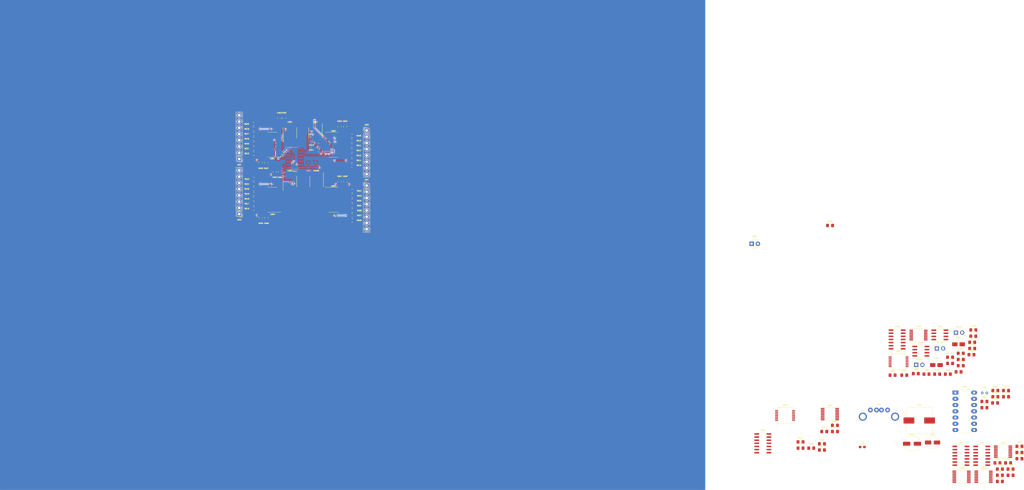
<source format=kicad_pcb>
(kicad_pcb (version 20171130) (host pcbnew "(5.1.5)-3")
  (layers (0 SIG_F signal) (1 GND power) (2 VCC power) (31 SIG_B signal) (34 B.Paste user) (35 F.Paste user) (36 B.SilkS user) (37 F.SilkS user) (38 B.Mask user) (39 F.Mask user) (44 Edge.Cuts user))
  (net 0 "")
  (net 1 +5V)
  (net 2 GND)
  (net 3 "Net-(C201-Pad1)")
  (net 4 "Net-(C202-Pad1)")
  (net 5 "Net-(C401-Pad1)")
  (net 6 "Net-(C402-Pad1)")
  (net 7 /DisplaySection/AM_PM_INDICATOR)
  (net 8 "Net-(D601-Pad1)")
  (net 9 "Net-(R201-Pad1)")
  (net 10 /Oscillator/Oscillator32768Output)
  (net 11 "Net-(R401-Pad1)")
  (net 12 "Net-(R402-Pad1)")
  (net 13 "Net-(R405-Pad2)")
  (net 14 "Net-(R601-Pad2)")
  (net 15 "Net-(R602-Pad2)")
  (net 16 "Net-(R603-Pad2)")
  (net 17 "Net-(R604-Pad2)")
  (net 18 "Net-(R606-Pad2)")
  (net 19 "Net-(R607-Pad2)")
  (net 20 "Net-(R608-Pad2)")
  (net 21 "Net-(R609-Pad2)")
  (net 22 "Net-(R610-Pad2)")
  (net 23 "Net-(R611-Pad2)")
  (net 24 "Net-(R612-Pad2)")
  (net 25 "Net-(R613-Pad2)")
  (net 26 "Net-(R614-Pad2)")
  (net 27 "Net-(R615-Pad2)")
  (net 28 "Net-(R616-Pad2)")
  (net 29 "Net-(R617-Pad2)")
  (net 30 "Net-(R618-Pad2)")
  (net 31 "Net-(R619-Pad2)")
  (net 32 "Net-(R620-Pad2)")
  (net 33 "Net-(R621-Pad2)")
  (net 34 "Net-(R622-Pad2)")
  (net 35 "Net-(R623-Pad2)")
  (net 36 "Net-(R624-Pad2)")
  (net 37 "Net-(R625-Pad2)")
  (net 38 "Net-(R626-Pad2)")
  (net 39 "Net-(R627-Pad2)")
  (net 40 "Net-(R628-Pad2)")
  (net 41 "Net-(R629-Pad2)")
  (net 42 "Net-(U301-Pad13)")
  (net 43 "Net-(U301-Pad6)")
  (net 44 "Net-(U301-Pad12)")
  (net 45 "Net-(U301-Pad11)")
  (net 46 "Net-(U301-Pad4)")
  (net 47 "Net-(U301-Pad10)")
  (net 48 "Net-(U301-Pad1)")
  (net 49 /ButtonLogic/SecondsOutput)
  (net 50 "Net-(U301-Pad8)")
  (net 51 "Net-(U302-Pad15)")
  (net 52 "Net-(U302-Pad7)")
  (net 53 "Net-(U302-Pad14)")
  (net 54 "Net-(U302-Pad6)")
  (net 55 "Net-(U302-Pad13)")
  (net 56 "Net-(U302-Pad5)")
  (net 57 "Net-(U302-Pad12)")
  (net 58 "Net-(U302-Pad4)")
  (net 59 "Net-(U302-Pad3)")
  (net 60 "Net-(U302-Pad2)")
  (net 61 "Net-(U302-Pad9)")
  (net 62 "Net-(U302-Pad1)")
  (net 63 "Net-(U303-Pad15)")
  (net 64 "Net-(U303-Pad7)")
  (net 65 "Net-(U303-Pad14)")
  (net 66 "Net-(U303-Pad6)")
  (net 67 "Net-(U303-Pad13)")
  (net 68 "Net-(U303-Pad5)")
  (net 69 "Net-(U303-Pad12)")
  (net 70 "Net-(U303-Pad4)")
  (net 71 "Net-(U303-Pad3)")
  (net 72 "Net-(U303-Pad2)")
  (net 73 "Net-(U303-Pad9)")
  (net 74 "Net-(U303-Pad1)")
  (net 75 "Net-(U304-Pad13)")
  (net 76 "Net-(U304-Pad6)")
  (net 77 "Net-(U304-Pad5)")
  (net 78 "Net-(U304-Pad4)")
  (net 79 "Net-(U304-Pad10)")
  (net 80 "Net-(U304-Pad3)")
  (net 81 "Net-(U304-Pad9)")
  (net 82 "Net-(U401-Pad12)")
  (net 83 "Net-(U401-Pad10)")
  (net 84 "Net-(U401-Pad8)")
  (net 85 "Net-(U401-Pad6)")
  (net 86 "Net-(U401-Pad4)")
  (net 87 "Net-(U401-Pad2)")
  (net 88 "Net-(U402-Pad13)")
  (net 89 "Net-(U402-Pad12)")
  (net 90 /ButtonLogic/1stPlaceHoursInput)
  (net 91 "Net-(U402-Pad8)")
  (net 92 "Net-(U402-Pad6)")
  (net 93 /ButtonLogic/1stPlaceMinutesInput)
  (net 94 "Net-(U402-Pad2)")
  (net 95 "Net-(U402-Pad1)")
  (net 96 /ButtonLogic/MinutesOutput)
  (net 97 "Net-(U403-Pad4)")
  (net 98 "Net-(U403-Pad1)")
  (net 99 "Net-(U501-Pad15)")
  (net 100 /DisplaySection/2ndP_M_O)
  (net 101 "Net-(U501-Pad14)")
  (net 102 /DisplaySection/3rdP_M_O)
  (net 103 "Net-(U501-Pad13)")
  (net 104 /DisplaySection/4thP_M_O)
  (net 105 "Net-(U501-Pad12)")
  (net 106 "Net-(U501-Pad4)")
  (net 107 "Net-(U501-Pad11)")
  (net 108 "Net-(U501-Pad3)")
  (net 109 "Net-(U501-Pad2)")
  (net 110 /DisplaySection/1stP_M_O)
  (net 111 "Net-(U501-Pad1)")
  (net 112 "Net-(U502-Pad15)")
  (net 113 /DisplaySection/2ndP_MM_O)
  (net 114 "Net-(U502-Pad14)")
  (net 115 /DisplaySection/3rdP_MM_O)
  (net 116 "Net-(U502-Pad13)")
  (net 117 /DisplaySection/4thP_MM_O)
  (net 118 "Net-(U502-Pad12)")
  (net 119 "Net-(U502-Pad4)")
  (net 120 "Net-(U502-Pad3)")
  (net 121 "Net-(U502-Pad2)")
  (net 122 /DisplaySection/1stP_MM_O)
  (net 123 "Net-(U502-Pad1)")
  (net 124 "Net-(U503-Pad11)")
  (net 125 "Net-(U503-Pad10)")
  (net 126 "Net-(U503-Pad9)")
  (net 127 "Net-(U503-Pad8)")
  (net 128 "Net-(U503-Pad6)")
  (net 129 "Net-(U503-Pad3)")
  (net 130 /DisplaySection/1stP_HH_O)
  (net 131 "Net-(U504-Pad12)")
  (net 132 /DisplaySection/4thP_H_O)
  (net 133 /DisplaySection/2ndP_H_O)
  (net 134 "Net-(U505-Pad11)")
  (net 135 "Net-(U505-Pad8)")
  (net 136 "Net-(U505-Pad6)")
  (net 137 /DisplaySection/1stP_H_O)
  (net 138 "Net-(U506-Pad15)")
  (net 139 "Net-(U506-Pad14)")
  (net 140 "Net-(U506-Pad6)")
  (net 141 "Net-(U506-Pad13)")
  (net 142 "Net-(U506-Pad5)")
  (net 143 "Net-(U506-Pad12)")
  (net 144 "Net-(U506-Pad4)")
  (net 145 "Net-(U506-Pad3)")
  (net 146 "Net-(U506-Pad2)")
  (net 147 "Net-(U506-Pad9)")
  (net 148 "Net-(U506-Pad1)")
  (net 149 "Net-(U507-Pad15)")
  (net 150 "Net-(U507-Pad14)")
  (net 151 /DisplaySection/3rdP_H_O)
  (net 152 "Net-(U507-Pad13)")
  (net 153 "Net-(U507-Pad12)")
  (net 154 "Net-(U507-Pad4)")
  (net 155 "Net-(U507-Pad3)")
  (net 156 "Net-(U507-Pad2)")
  (net 157 "Net-(U507-Pad1)")
  (net 158 "Net-(U508-Pad15)")
  (net 159 /DisplaySection/2ndP_HH_O)
  (net 160 "Net-(U508-Pad14)")
  (net 161 /DisplaySection/3rdP_HH_O)
  (net 162 "Net-(U508-Pad13)")
  (net 163 /DisplaySection/4thP_HH_O)
  (net 164 "Net-(U508-Pad12)")
  (net 165 "Net-(U508-Pad4)")
  (net 166 "Net-(U508-Pad3)")
  (net 167 "Net-(U508-Pad2)")
  (net 168 "Net-(U508-Pad1)")
  (net 169 "Net-(U601-Pad5)")
  (net 170 "Net-(U602-Pad5)")
  (net 171 "Net-(U603-Pad5)")
  (net 172 "Net-(U604-Pad5)")
  (net 173 "Net-(U305-Pad15)")
  (net 174 "Net-(U305-Pad14)")
  (net 175 "Net-(U305-Pad13)")
  (net 176 "Net-(U305-Pad12)")
  (net 177 "Net-(U305-Pad4)")
  (net 178 "Net-(U305-Pad1)")
  (net 179 "Net-(J601-Pad7)")
  (net 180 "Net-(J601-Pad6)")
  (net 181 "Net-(J601-Pad5)")
  (net 182 "Net-(J601-Pad4)")
  (net 183 "Net-(J601-Pad3)")
  (net 184 "Net-(J601-Pad2)")
  (net 185 "Net-(J601-Pad1)")
  (net 186 "Net-(J602-Pad7)")
  (net 187 "Net-(J602-Pad6)")
  (net 188 "Net-(J602-Pad5)")
  (net 189 "Net-(J602-Pad4)")
  (net 190 "Net-(J602-Pad3)")
  (net 191 "Net-(J602-Pad2)")
  (net 192 "Net-(J602-Pad1)")
  (net 193 "Net-(J603-Pad7)")
  (net 194 "Net-(J603-Pad6)")
  (net 195 "Net-(J603-Pad5)")
  (net 196 "Net-(J603-Pad4)")
  (net 197 "Net-(J603-Pad3)")
  (net 198 "Net-(J603-Pad2)")
  (net 199 "Net-(J603-Pad1)")
  (net 200 "Net-(J604-Pad7)")
  (net 201 "Net-(J604-Pad6)")
  (net 202 "Net-(J604-Pad5)")
  (net 203 "Net-(J604-Pad4)")
  (net 204 "Net-(J604-Pad3)")
  (net 205 "Net-(J604-Pad2)")
  (net 206 "Net-(J604-Pad1)")
  (net 207 "Net-(J101-Pad3)")
  (net 208 "Net-(J101-Pad2)")
  (net 209 "Net-(C413-Pad1)")
  (net 210 "Net-(C414-Pad1)")
  (net 211 "Net-(U201-Pad6)")
  (net 212 "Net-(U201-Pad12)")
  (net 213 "Net-(U201-Pad4)")
  (net 214 "Net-(U201-Pad10)")
  (net 215 "Net-(U201-Pad8)")
  (module Capacitor_SMD:C_0805_2012Metric_Pad1.15x1.40mm_HandSolder (layer SIG_F) (at 108.3 55.575)
    (fp_text reference R629 (at -2.9 0) (layer F.SilkS) (effects (font (size 0.5 0.5) (thickness 0.125))))
    (fp_text value 24)
    (pad 2 smd roundrect (at 1.025 0) (size 1.15 1.4) (layers SIG_F F.Paste F.Mask) (roundrect_rratio 0.217391) (net 41 "Net-(R629-Pad2)"))
    (pad 1 smd roundrect (at -1.025 0) (size 1.15 1.4) (layers SIG_F F.Paste F.Mask) (roundrect_rratio 0.217391) (net 200 "Net-(J604-Pad7)"))
  )
  (module Capacitor_SMD:C_0805_2012Metric_Pad1.15x1.40mm_HandSolder (layer SIG_F) (at 108.295 57.575)
    (fp_text reference R628 (at -2.845 0) (layer F.SilkS) (effects (font (size 0.5 0.5) (thickness 0.125))))
    (fp_text value 24)
    (pad 2 smd roundrect (at 1.025 0) (size 1.15 1.4) (layers SIG_F F.Paste F.Mask) (roundrect_rratio 0.217391) (net 40 "Net-(R628-Pad2)"))
    (pad 1 smd roundrect (at -1.025 0) (size 1.15 1.4) (layers SIG_F F.Paste F.Mask) (roundrect_rratio 0.217391) (net 201 "Net-(J604-Pad6)"))
  )
  (module Capacitor_SMD:C_0805_2012Metric_Pad1.15x1.40mm_HandSolder (layer SIG_F) (at 108.35 59.565)
    (fp_text reference R627 (at -2.85 0.01) (layer F.SilkS) (effects (font (size 0.5 0.5) (thickness 0.125))))
    (fp_text value 24)
    (pad 2 smd roundrect (at 1.025 0) (size 1.15 1.4) (layers SIG_F F.Paste F.Mask) (roundrect_rratio 0.217391) (net 39 "Net-(R627-Pad2)"))
    (pad 1 smd roundrect (at -1.025 0) (size 1.15 1.4) (layers SIG_F F.Paste F.Mask) (roundrect_rratio 0.217391) (net 202 "Net-(J604-Pad5)"))
  )
  (module Capacitor_SMD:C_0805_2012Metric_Pad1.15x1.40mm_HandSolder (layer SIG_F) (at 108.345 61.575)
    (fp_text reference R626 (at -2.835 0) (layer F.SilkS) (effects (font (size 0.5 0.5) (thickness 0.125))))
    (fp_text value 24)
    (pad 2 smd roundrect (at 1.025 0) (size 1.15 1.4) (layers SIG_F F.Paste F.Mask) (roundrect_rratio 0.217391) (net 38 "Net-(R626-Pad2)"))
    (pad 1 smd roundrect (at -1.025 0) (size 1.15 1.4) (layers SIG_F F.Paste F.Mask) (roundrect_rratio 0.217391) (net 203 "Net-(J604-Pad4)"))
  )
  (module Capacitor_SMD:C_0805_2012Metric_Pad1.15x1.40mm_HandSolder (layer SIG_F) (at 108.35 63.575)
    (fp_text reference R625 (at -2.85 0) (layer F.SilkS) (effects (font (size 0.5 0.5) (thickness 0.125))))
    (fp_text value 24)
    (pad 2 smd roundrect (at 1.025 0) (size 1.15 1.4) (layers SIG_F F.Paste F.Mask) (roundrect_rratio 0.217391) (net 37 "Net-(R625-Pad2)"))
    (pad 1 smd roundrect (at -1.025 0) (size 1.15 1.4) (layers SIG_F F.Paste F.Mask) (roundrect_rratio 0.217391) (net 204 "Net-(J604-Pad3)"))
  )
  (module Capacitor_SMD:C_0805_2012Metric_Pad1.15x1.40mm_HandSolder (layer SIG_F) (at 108.35 65.575)
    (fp_text reference R624 (at -2.85 0) (layer F.SilkS) (effects (font (size 0.5 0.5) (thickness 0.125))))
    (fp_text value 24)
    (pad 2 smd roundrect (at 1.025 0) (size 1.15 1.4) (layers SIG_F F.Paste F.Mask) (roundrect_rratio 0.217391) (net 36 "Net-(R624-Pad2)"))
    (pad 1 smd roundrect (at -1.025 0) (size 1.15 1.4) (layers SIG_F F.Paste F.Mask) (roundrect_rratio 0.217391) (net 205 "Net-(J604-Pad2)"))
  )
  (module Capacitor_SMD:C_0805_2012Metric_Pad1.15x1.40mm_HandSolder (layer SIG_F) (at 108.35 67.575)
    (fp_text reference R623 (at -2.85 0) (layer F.SilkS) (effects (font (size 0.5 0.5) (thickness 0.125))))
    (fp_text value 24)
    (pad 2 smd roundrect (at 1.025 0) (size 1.15 1.4) (layers SIG_F F.Paste F.Mask) (roundrect_rratio 0.217391) (net 35 "Net-(R623-Pad2)"))
    (pad 1 smd roundrect (at -1.025 0) (size 1.15 1.4) (layers SIG_F F.Paste F.Mask) (roundrect_rratio 0.217391) (net 206 "Net-(J604-Pad1)"))
  )
  (module Capacitor_SMD:C_0805_2012Metric_Pad1.15x1.40mm_HandSolder (layer SIG_F) (at 108.375 77.975)
    (fp_text reference R622 (at -2.825 0) (layer F.SilkS) (effects (font (size 0.5 0.5) (thickness 0.125))))
    (fp_text value 24)
    (pad 2 smd roundrect (at 1.025 0) (size 1.15 1.4) (layers SIG_F F.Paste F.Mask) (roundrect_rratio 0.217391) (net 34 "Net-(R622-Pad2)"))
    (pad 1 smd roundrect (at -1.025 0) (size 1.15 1.4) (layers SIG_F F.Paste F.Mask) (roundrect_rratio 0.217391) (net 193 "Net-(J603-Pad7)"))
  )
  (module Capacitor_SMD:C_0805_2012Metric_Pad1.15x1.40mm_HandSolder (layer SIG_F) (at 108.375 79.985)
    (fp_text reference R621 (at -2.845 0.01) (layer F.SilkS) (effects (font (size 0.5 0.5) (thickness 0.125))))
    (fp_text value 24)
    (pad 2 smd roundrect (at 1.025 0) (size 1.15 1.4) (layers SIG_F F.Paste F.Mask) (roundrect_rratio 0.217391) (net 33 "Net-(R621-Pad2)"))
    (pad 1 smd roundrect (at -1.025 0) (size 1.15 1.4) (layers SIG_F F.Paste F.Mask) (roundrect_rratio 0.217391) (net 194 "Net-(J603-Pad6)"))
  )
  (module Capacitor_SMD:C_0805_2012Metric_Pad1.15x1.40mm_HandSolder (layer SIG_F) (at 108.375 81.985)
    (fp_text reference R620 (at -2.85 0) (layer F.SilkS) (effects (font (size 0.5 0.5) (thickness 0.125))))
    (fp_text value 24)
    (pad 2 smd roundrect (at 1.025 0) (size 1.15 1.4) (layers SIG_F F.Paste F.Mask) (roundrect_rratio 0.217391) (net 32 "Net-(R620-Pad2)"))
    (pad 1 smd roundrect (at -1.025 0) (size 1.15 1.4) (layers SIG_F F.Paste F.Mask) (roundrect_rratio 0.217391) (net 195 "Net-(J603-Pad5)"))
  )
  (module Capacitor_SMD:C_0805_2012Metric_Pad1.15x1.40mm_HandSolder (layer SIG_F) (at 108.365 83.985)
    (fp_text reference R619 (at -2.84 0) (layer F.SilkS) (effects (font (size 0.5 0.5) (thickness 0.125))))
    (fp_text value 24)
    (pad 2 smd roundrect (at 1.025 0) (size 1.15 1.4) (layers SIG_F F.Paste F.Mask) (roundrect_rratio 0.217391) (net 31 "Net-(R619-Pad2)"))
    (pad 1 smd roundrect (at -1.025 0) (size 1.15 1.4) (layers SIG_F F.Paste F.Mask) (roundrect_rratio 0.217391) (net 196 "Net-(J603-Pad4)"))
  )
  (module Capacitor_SMD:C_0805_2012Metric_Pad1.15x1.40mm_HandSolder (layer SIG_F) (at 108.365 85.995)
    (fp_text reference R618 (at -2.855 0) (layer F.SilkS) (effects (font (size 0.5 0.5) (thickness 0.125))))
    (fp_text value 24)
    (pad 2 smd roundrect (at 1.025 0) (size 1.15 1.4) (layers SIG_F F.Paste F.Mask) (roundrect_rratio 0.217391) (net 30 "Net-(R618-Pad2)"))
    (pad 1 smd roundrect (at -1.025 0) (size 1.15 1.4) (layers SIG_F F.Paste F.Mask) (roundrect_rratio 0.217391) (net 197 "Net-(J603-Pad3)"))
  )
  (module Capacitor_SMD:C_0805_2012Metric_Pad1.15x1.40mm_HandSolder (layer SIG_F) (at 108.365 87.985)
    (fp_text reference R617 (at -2.845 0) (layer F.SilkS) (effects (font (size 0.5 0.5) (thickness 0.125))))
    (fp_text value 24)
    (pad 2 smd roundrect (at 1.025 0) (size 1.15 1.4) (layers SIG_F F.Paste F.Mask) (roundrect_rratio 0.217391) (net 29 "Net-(R617-Pad2)"))
    (pad 1 smd roundrect (at -1.025 0) (size 1.15 1.4) (layers SIG_F F.Paste F.Mask) (roundrect_rratio 0.217391) (net 198 "Net-(J603-Pad2)"))
  )
  (module Capacitor_SMD:C_0805_2012Metric_Pad1.15x1.40mm_HandSolder (layer SIG_F) (at 108.365 89.985)
    (fp_text reference R616 (at -2.85 0) (layer F.SilkS) (effects (font (size 0.5 0.5) (thickness 0.125))))
    (fp_text value 24)
    (pad 2 smd roundrect (at 1.025 0) (size 1.15 1.4) (layers SIG_F F.Paste F.Mask) (roundrect_rratio 0.217391) (net 28 "Net-(R616-Pad2)"))
    (pad 1 smd roundrect (at -1.025 0) (size 1.15 1.4) (layers SIG_F F.Paste F.Mask) (roundrect_rratio 0.217391) (net 199 "Net-(J603-Pad1)"))
  )
  (module Capacitor_SMD:C_0805_2012Metric_Pad1.15x1.40mm_HandSolder (layer SIG_F) (at 148.275 72.375 180)
    (fp_text reference R615 (at -2.825 0) (layer F.SilkS) (effects (font (size 0.5 0.5) (thickness 0.125))))
    (fp_text value 24)
    (pad 2 smd roundrect (at 1.025 0 180) (size 1.15 1.4) (layers SIG_F F.Paste F.Mask) (roundrect_rratio 0.217391) (net 27 "Net-(R615-Pad2)"))
    (pad 1 smd roundrect (at -1.025 0 180) (size 1.15 1.4) (layers SIG_F F.Paste F.Mask) (roundrect_rratio 0.217391) (net 186 "Net-(J602-Pad7)"))
  )
  (module Capacitor_SMD:C_0805_2012Metric_Pad1.15x1.40mm_HandSolder (layer SIG_F) (at 148.275 70.375 180)
    (fp_text reference R614 (at -2.825 0) (layer F.SilkS) (effects (font (size 0.5 0.5) (thickness 0.125))))
    (fp_text value 24)
    (pad 2 smd roundrect (at 1.025 0 180) (size 1.15 1.4) (layers SIG_F F.Paste F.Mask) (roundrect_rratio 0.217391) (net 26 "Net-(R614-Pad2)"))
    (pad 1 smd roundrect (at -1.025 0 180) (size 1.15 1.4) (layers SIG_F F.Paste F.Mask) (roundrect_rratio 0.217391) (net 187 "Net-(J602-Pad6)"))
  )
  (module Capacitor_SMD:C_0805_2012Metric_Pad1.15x1.40mm_HandSolder (layer SIG_F) (at 148.275 68.375 180)
    (fp_text reference R613 (at -2.825 0) (layer F.SilkS) (effects (font (size 0.5 0.5) (thickness 0.125))))
    (fp_text value 24)
    (pad 2 smd roundrect (at 1.025 0 180) (size 1.15 1.4) (layers SIG_F F.Paste F.Mask) (roundrect_rratio 0.217391) (net 25 "Net-(R613-Pad2)"))
    (pad 1 smd roundrect (at -1.025 0 180) (size 1.15 1.4) (layers SIG_F F.Paste F.Mask) (roundrect_rratio 0.217391) (net 188 "Net-(J602-Pad5)"))
  )
  (module Capacitor_SMD:C_0805_2012Metric_Pad1.15x1.40mm_HandSolder (layer SIG_F) (at 148.275 66.325 180)
    (fp_text reference R612 (at -2.825 0) (layer F.SilkS) (effects (font (size 0.5 0.5) (thickness 0.125))))
    (fp_text value 24)
    (pad 2 smd roundrect (at 1.025 0 180) (size 1.15 1.4) (layers SIG_F F.Paste F.Mask) (roundrect_rratio 0.217391) (net 24 "Net-(R612-Pad2)"))
    (pad 1 smd roundrect (at -1.025 0 180) (size 1.15 1.4) (layers SIG_F F.Paste F.Mask) (roundrect_rratio 0.217391) (net 189 "Net-(J602-Pad4)"))
  )
  (module Capacitor_SMD:C_0805_2012Metric_Pad1.15x1.40mm_HandSolder (layer SIG_F) (at 148.275 64.325 180)
    (fp_text reference R611 (at -2.825 0) (layer F.SilkS) (effects (font (size 0.5 0.5) (thickness 0.125))))
    (fp_text value 24)
    (pad 2 smd roundrect (at 1.025 0 180) (size 1.15 1.4) (layers SIG_F F.Paste F.Mask) (roundrect_rratio 0.217391) (net 23 "Net-(R611-Pad2)"))
    (pad 1 smd roundrect (at -1.025 0 180) (size 1.15 1.4) (layers SIG_F F.Paste F.Mask) (roundrect_rratio 0.217391) (net 190 "Net-(J602-Pad3)"))
  )
  (module Capacitor_SMD:C_0805_2012Metric_Pad1.15x1.40mm_HandSolder (layer SIG_F) (at 148.275 62.325 180)
    (fp_text reference R610 (at -2.8 0) (layer F.SilkS) (effects (font (size 0.5 0.5) (thickness 0.125))))
    (fp_text value 24)
    (pad 2 smd roundrect (at 1.025 0 180) (size 1.15 1.4) (layers SIG_F F.Paste F.Mask) (roundrect_rratio 0.217391) (net 22 "Net-(R610-Pad2)"))
    (pad 1 smd roundrect (at -1.025 0 180) (size 1.15 1.4) (layers SIG_F F.Paste F.Mask) (roundrect_rratio 0.217391) (net 191 "Net-(J602-Pad2)"))
  )
  (module Capacitor_SMD:C_0805_2012Metric_Pad1.15x1.40mm_HandSolder (layer SIG_F) (at 148.275 60.325 180)
    (fp_text reference R609 (at -2.825 0) (layer F.SilkS) (effects (font (size 0.5 0.5) (thickness 0.125))))
    (fp_text value 24)
    (pad 2 smd roundrect (at 1.025 0 180) (size 1.15 1.4) (layers SIG_F F.Paste F.Mask) (roundrect_rratio 0.217391) (net 21 "Net-(R609-Pad2)"))
    (pad 1 smd roundrect (at -1.025 0 180) (size 1.15 1.4) (layers SIG_F F.Paste F.Mask) (roundrect_rratio 0.217391) (net 192 "Net-(J602-Pad1)"))
  )
  (module Capacitor_SMD:C_0805_2012Metric_Pad1.15x1.40mm_HandSolder (layer SIG_F) (at 148.4 94.775 180)
    (fp_text reference R608 (at -2.825 0) (layer F.SilkS) (effects (font (size 0.5 0.5) (thickness 0.125))))
    (fp_text value 24)
    (pad 2 smd roundrect (at 1.025 0 180) (size 1.15 1.4) (layers SIG_F F.Paste F.Mask) (roundrect_rratio 0.217391) (net 20 "Net-(R608-Pad2)"))
    (pad 1 smd roundrect (at -1.025 0 180) (size 1.15 1.4) (layers SIG_F F.Paste F.Mask) (roundrect_rratio 0.217391) (net 179 "Net-(J601-Pad7)"))
  )
  (module Capacitor_SMD:C_0805_2012Metric_Pad1.15x1.40mm_HandSolder (layer SIG_F) (at 148.425 92.775 180)
    (fp_text reference R607 (at -2.875 0) (layer F.SilkS) (effects (font (size 0.5 0.5) (thickness 0.125))))
    (fp_text value 24)
    (pad 2 smd roundrect (at 1.025 0 180) (size 1.15 1.4) (layers SIG_F F.Paste F.Mask) (roundrect_rratio 0.217391) (net 19 "Net-(R607-Pad2)"))
    (pad 1 smd roundrect (at -1.025 0 180) (size 1.15 1.4) (layers SIG_F F.Paste F.Mask) (roundrect_rratio 0.217391) (net 180 "Net-(J601-Pad6)"))
  )
  (module Capacitor_SMD:C_0805_2012Metric_Pad1.15x1.40mm_HandSolder (layer SIG_F) (at 148.425 90.775 180)
    (fp_text reference R606 (at -2.9 0) (layer F.SilkS) (effects (font (size 0.5 0.5) (thickness 0.125))))
    (fp_text value 24)
    (pad 2 smd roundrect (at 1.025 0 180) (size 1.15 1.4) (layers SIG_F F.Paste F.Mask) (roundrect_rratio 0.217391) (net 18 "Net-(R606-Pad2)"))
    (pad 1 smd roundrect (at -1.025 0 180) (size 1.15 1.4) (layers SIG_F F.Paste F.Mask) (roundrect_rratio 0.217391) (net 181 "Net-(J601-Pad5)"))
  )
  (module Capacitor_SMD:C_0805_2012Metric_Pad1.15x1.40mm_HandSolder (layer SIG_F) (at 342.88 96.85)
    (fp_text reference R605 (at 0 -1.65) (layer F.SilkS) (effects (font (size 0.5 0.5) (thickness 0.125))))
    (fp_text value 220)
    (pad 2 smd roundrect (at 1.025 0) (size 1.15 1.4) (layers SIG_F F.Paste F.Mask) (roundrect_rratio 0.217391) (net 8 "Net-(D601-Pad1)"))
    (pad 1 smd roundrect (at -1.025 0) (size 1.15 1.4) (layers SIG_F F.Paste F.Mask) (roundrect_rratio 0.217391) (net 2 GND))
  )
  (module Capacitor_SMD:C_0805_2012Metric_Pad1.15x1.40mm_HandSolder (layer SIG_F) (at 148.425 88.775 180)
    (fp_text reference R604 (at -2.875 0) (layer F.SilkS) (effects (font (size 0.5 0.5) (thickness 0.125))))
    (fp_text value 24)
    (pad 2 smd roundrect (at 1.025 0 180) (size 1.15 1.4) (layers SIG_F F.Paste F.Mask) (roundrect_rratio 0.217391) (net 17 "Net-(R604-Pad2)"))
    (pad 1 smd roundrect (at -1.025 0 180) (size 1.15 1.4) (layers SIG_F F.Paste F.Mask) (roundrect_rratio 0.217391) (net 182 "Net-(J601-Pad4)"))
  )
  (module Capacitor_SMD:C_0805_2012Metric_Pad1.15x1.40mm_HandSolder (layer SIG_F) (at 148.425 86.775 180)
    (fp_text reference R603 (at -2.825 0) (layer F.SilkS) (effects (font (size 0.5 0.5) (thickness 0.125))))
    (fp_text value 24)
    (pad 2 smd roundrect (at 1.025 0 180) (size 1.15 1.4) (layers SIG_F F.Paste F.Mask) (roundrect_rratio 0.217391) (net 16 "Net-(R603-Pad2)"))
    (pad 1 smd roundrect (at -1.025 0 180) (size 1.15 1.4) (layers SIG_F F.Paste F.Mask) (roundrect_rratio 0.217391) (net 183 "Net-(J601-Pad3)"))
  )
  (module Capacitor_SMD:C_0805_2012Metric_Pad1.15x1.40mm_HandSolder (layer SIG_F) (at 148.425 84.775 180)
    (fp_text reference R602 (at -2.875 0) (layer F.SilkS) (effects (font (size 0.5 0.5) (thickness 0.125))))
    (fp_text value 24)
    (pad 2 smd roundrect (at 1.025 0 180) (size 1.15 1.4) (layers SIG_F F.Paste F.Mask) (roundrect_rratio 0.217391) (net 15 "Net-(R602-Pad2)"))
    (pad 1 smd roundrect (at -1.025 0 180) (size 1.15 1.4) (layers SIG_F F.Paste F.Mask) (roundrect_rratio 0.217391) (net 184 "Net-(J601-Pad2)"))
  )
  (module Capacitor_SMD:C_0805_2012Metric_Pad1.15x1.40mm_HandSolder (layer SIG_F) (at 148.425 82.775 180)
    (fp_text reference R601 (at -2.825 0) (layer F.SilkS) (effects (font (size 0.5 0.5) (thickness 0.125))))
    (fp_text value 24)
    (pad 2 smd roundrect (at 1.025 0 180) (size 1.15 1.4) (layers SIG_F F.Paste F.Mask) (roundrect_rratio 0.217391) (net 14 "Net-(R601-Pad2)"))
    (pad 1 smd roundrect (at -1.025 0 180) (size 1.15 1.4) (layers SIG_F F.Paste F.Mask) (roundrect_rratio 0.217391) (net 185 "Net-(J601-Pad1)"))
  )
  (module Capacitor_SMD:C_0805_2012Metric_Pad1.15x1.40mm_HandSolder (layer SIG_F) (at 400.73 146.91)
    (fp_text reference R405 (at 0 -1.65) (layer F.SilkS) (effects (font (size 0.5 0.5) (thickness 0.125))))
    (fp_text value 1k)
    (pad 2 smd roundrect (at 1.025 0) (size 1.15 1.4) (layers SIG_F F.Paste F.Mask) (roundrect_rratio 0.217391) (net 13 "Net-(R405-Pad2)"))
    (pad 1 smd roundrect (at -1.025 0) (size 1.15 1.4) (layers SIG_F F.Paste F.Mask) (roundrect_rratio 0.217391) (net 2 GND))
  )
  (module Capacitor_SMD:C_0805_2012Metric_Pad1.15x1.40mm_HandSolder (layer SIG_F) (at 373.08 157.76)
    (fp_text reference R404 (at 0 -1.65) (layer F.SilkS) (effects (font (size 0.5 0.5) (thickness 0.125))))
    (fp_text value 1Meg)
    (pad 2 smd roundrect (at 1.025 0) (size 1.15 1.4) (layers SIG_F F.Paste F.Mask) (roundrect_rratio 0.217391) (net 5 "Net-(C401-Pad1)"))
    (pad 1 smd roundrect (at -1.025 0) (size 1.15 1.4) (layers SIG_F F.Paste F.Mask) (roundrect_rratio 0.217391) (net 1 +5V))
  )
  (module Capacitor_SMD:C_0805_2012Metric_Pad1.15x1.40mm_HandSolder (layer SIG_F) (at 368.33 157.76)
    (fp_text reference R403 (at 0 -1.65) (layer F.SilkS) (effects (font (size 0.5 0.5) (thickness 0.125))))
    (fp_text value 1Meg)
    (pad 2 smd roundrect (at 1.025 0) (size 1.15 1.4) (layers SIG_F F.Paste F.Mask) (roundrect_rratio 0.217391) (net 6 "Net-(C402-Pad1)"))
    (pad 1 smd roundrect (at -1.025 0) (size 1.15 1.4) (layers SIG_F F.Paste F.Mask) (roundrect_rratio 0.217391) (net 1 +5V))
  )
  (module Capacitor_SMD:C_0805_2012Metric_Pad1.15x1.40mm_HandSolder (layer SIG_F) (at 396.08 151.39)
    (fp_text reference R402 (at 0 -1.65) (layer F.SilkS) (effects (font (size 0.5 0.5) (thickness 0.125))))
    (fp_text value 10k)
    (pad 2 smd roundrect (at 1.025 0) (size 1.15 1.4) (layers SIG_F F.Paste F.Mask) (roundrect_rratio 0.217391) (net 1 +5V))
    (pad 1 smd roundrect (at -1.025 0) (size 1.15 1.4) (layers SIG_F F.Paste F.Mask) (roundrect_rratio 0.217391) (net 12 "Net-(R402-Pad1)"))
  )
  (module Capacitor_SMD:C_0805_2012Metric_Pad1.15x1.40mm_HandSolder (layer SIG_F) (at 396.08 153.9)
    (fp_text reference R401 (at 0 -1.65) (layer F.SilkS) (effects (font (size 0.5 0.5) (thickness 0.125))))
    (fp_text value 10k)
    (pad 2 smd roundrect (at 1.025 0) (size 1.15 1.4) (layers SIG_F F.Paste F.Mask) (roundrect_rratio 0.217391) (net 1 +5V))
    (pad 1 smd roundrect (at -1.025 0) (size 1.15 1.4) (layers SIG_F F.Paste F.Mask) (roundrect_rratio 0.217391) (net 11 "Net-(R401-Pad1)"))
  )
  (module Capacitor_SMD:C_0805_2012Metric_Pad1.15x1.40mm_HandSolder (layer SIG_F) (at 410.15 164.03)
    (fp_text reference R203 (at 0 -1.65) (layer F.SilkS) (effects (font (size 0.5 0.5) (thickness 0.125))))
    (fp_text value 270k)
    (pad 2 smd roundrect (at 1.025 0) (size 1.15 1.4) (layers SIG_F F.Paste F.Mask) (roundrect_rratio 0.217391) (net 4 "Net-(C202-Pad1)"))
    (pad 1 smd roundrect (at -1.025 0) (size 1.15 1.4) (layers SIG_F F.Paste F.Mask) (roundrect_rratio 0.217391) (net 10 /Oscillator/Oscillator32768Output))
  )
  (module Capacitor_SMD:C_0805_2012Metric_Pad1.15x1.40mm_HandSolder (layer SIG_F) (at 410.15 166.54)
    (fp_text reference R202 (at 0 -1.65) (layer F.SilkS) (effects (font (size 0.5 0.5) (thickness 0.125))))
    (fp_text value 6.5Meg)
    (pad 2 smd roundrect (at 1.025 0) (size 1.15 1.4) (layers SIG_F F.Paste F.Mask) (roundrect_rratio 0.217391) (net 9 "Net-(R201-Pad1)"))
    (pad 1 smd roundrect (at -1.025 0) (size 1.15 1.4) (layers SIG_F F.Paste F.Mask) (roundrect_rratio 0.217391) (net 10 /Oscillator/Oscillator32768Output))
  )
  (module Capacitor_SMD:C_0805_2012Metric_Pad1.15x1.40mm_HandSolder (layer SIG_F) (at 405.7 168.48)
    (fp_text reference R201 (at 0 -1.65) (layer F.SilkS) (effects (font (size 0.5 0.5) (thickness 0.125))))
    (fp_text value 6.5Meg)
    (pad 2 smd roundrect (at 1.025 0) (size 1.15 1.4) (layers SIG_F F.Paste F.Mask) (roundrect_rratio 0.217391) (net 3 "Net-(C201-Pad1)"))
    (pad 1 smd roundrect (at -1.025 0) (size 1.15 1.4) (layers SIG_F F.Paste F.Mask) (roundrect_rratio 0.217391) (net 9 "Net-(R201-Pad1)"))
  )
  (module Capacitor_SMD:C_0805_2012Metric_Pad1.15x1.40mm_HandSolder (layer SIG_F) (at 111.15 71.3 270)
    (fp_text reference C608 (at 2.275 0 180) (layer F.SilkS) (effects (font (size 0.5 0.5) (thickness 0.125))))
    (fp_text value 0.1uF)
    (pad 2 smd roundrect (at 1.025 0 270) (size 1.15 1.4) (layers SIG_F F.Paste F.Mask) (roundrect_rratio 0.217391) (net 2 GND))
    (pad 1 smd roundrect (at -1.025 0 270) (size 1.15 1.4) (layers SIG_F F.Paste F.Mask) (roundrect_rratio 0.217391) (net 1 +5V))
  )
  (module Capacitor_SMD:C_0805_2012Metric_Pad1.15x1.40mm_HandSolder (layer SIG_F) (at 113.45 71.3 270)
    (fp_text reference C607 (at 2.275 0 180) (layer F.SilkS) (effects (font (size 0.5 0.5) (thickness 0.125))))
    (fp_text value 1uF)
    (pad 2 smd roundrect (at 1.025 0 270) (size 1.15 1.4) (layers SIG_F F.Paste F.Mask) (roundrect_rratio 0.217391) (net 2 GND))
    (pad 1 smd roundrect (at -1.025 0 270) (size 1.15 1.4) (layers SIG_F F.Paste F.Mask) (roundrect_rratio 0.217391) (net 1 +5V))
  )
  (module Capacitor_SMD:C_0805_2012Metric_Pad1.15x1.40mm_HandSolder (layer SIG_F) (at 113.49 93.695 270)
    (fp_text reference C606 (at 2.25 -0.01 180) (layer F.SilkS) (effects (font (size 0.5 0.5) (thickness 0.125))))
    (fp_text value 0.1uF)
    (pad 2 smd roundrect (at 1.025 0 270) (size 1.15 1.4) (layers SIG_F F.Paste F.Mask) (roundrect_rratio 0.217391) (net 2 GND))
    (pad 1 smd roundrect (at -1.025 0 270) (size 1.15 1.4) (layers SIG_F F.Paste F.Mask) (roundrect_rratio 0.217391) (net 1 +5V))
  )
  (module Capacitor_SMD:C_0805_2012Metric_Pad1.15x1.40mm_HandSolder (layer SIG_F) (at 111.18 93.7 270)
    (fp_text reference C605 (at 2.25 0 180) (layer F.SilkS) (effects (font (size 0.5 0.5) (thickness 0.125))))
    (fp_text value 1uF)
    (pad 2 smd roundrect (at 1.025 0 270) (size 1.15 1.4) (layers SIG_F F.Paste F.Mask) (roundrect_rratio 0.217391) (net 2 GND))
    (pad 1 smd roundrect (at -1.025 0 270) (size 1.15 1.4) (layers SIG_F F.Paste F.Mask) (roundrect_rratio 0.217391) (net 1 +5V))
  )
  (module Capacitor_SMD:C_0805_2012Metric_Pad1.15x1.40mm_HandSolder (layer SIG_F) (at 145.575 56.6 90)
    (fp_text reference C604 (at 2.2 0 180) (layer F.SilkS) (effects (font (size 0.5 0.5) (thickness 0.125))))
    (fp_text value 0.1uF)
    (pad 2 smd roundrect (at 1.025 0 90) (size 1.15 1.4) (layers SIG_F F.Paste F.Mask) (roundrect_rratio 0.217391) (net 2 GND))
    (pad 1 smd roundrect (at -1.025 0 90) (size 1.15 1.4) (layers SIG_F F.Paste F.Mask) (roundrect_rratio 0.217391) (net 1 +5V))
  )
  (module Capacitor_SMD:C_0805_2012Metric_Pad1.15x1.40mm_HandSolder (layer SIG_F) (at 143.275 56.6 90)
    (fp_text reference C603 (at 2.2 0 180) (layer F.SilkS) (effects (font (size 0.5 0.5) (thickness 0.125))))
    (fp_text value 1uF)
    (pad 2 smd roundrect (at 1.025 0 90) (size 1.15 1.4) (layers SIG_F F.Paste F.Mask) (roundrect_rratio 0.217391) (net 2 GND))
    (pad 1 smd roundrect (at -1.025 0 90) (size 1.15 1.4) (layers SIG_F F.Paste F.Mask) (roundrect_rratio 0.217391) (net 1 +5V))
  )
  (module Capacitor_SMD:C_0805_2012Metric_Pad1.15x1.40mm_HandSolder (layer SIG_F) (at 145.6 79.025 90)
    (fp_text reference C602 (at 2.2 0 180) (layer F.SilkS) (effects (font (size 0.5 0.5) (thickness 0.125))))
    (fp_text value 0.1uF)
    (pad 2 smd roundrect (at 1.025 0 90) (size 1.15 1.4) (layers SIG_F F.Paste F.Mask) (roundrect_rratio 0.217391) (net 2 GND))
    (pad 1 smd roundrect (at -1.025 0 90) (size 1.15 1.4) (layers SIG_F F.Paste F.Mask) (roundrect_rratio 0.217391) (net 1 +5V))
  )
  (module Capacitor_SMD:C_0805_2012Metric_Pad1.15x1.40mm_HandSolder (layer SIG_F) (at 143.3 79.025 90)
    (fp_text reference C601 (at 2.2 0 180) (layer F.SilkS) (effects (font (size 0.5 0.5) (thickness 0.125))))
    (fp_text value 1uF)
    (pad 2 smd roundrect (at 1.025 0 90) (size 1.15 1.4) (layers SIG_F F.Paste F.Mask) (roundrect_rratio 0.217391) (net 2 GND))
    (pad 1 smd roundrect (at -1.025 0 90) (size 1.15 1.4) (layers SIG_F F.Paste F.Mask) (roundrect_rratio 0.217391) (net 1 +5V))
  )
  (module Capacitor_SMD:C_0805_2012Metric_Pad1.15x1.40mm_HandSolder (layer SIG_F) (at 344.88 180.7)
    (fp_text reference C516 (at 0 -1.65) (layer F.SilkS) (effects (font (size 0.5 0.5) (thickness 0.125))))
    (fp_text value 0.1uF)
    (pad 2 smd roundrect (at 1.025 0) (size 1.15 1.4) (layers SIG_F F.Paste F.Mask) (roundrect_rratio 0.217391) (net 2 GND))
    (pad 1 smd roundrect (at -1.025 0) (size 1.15 1.4) (layers SIG_F F.Paste F.Mask) (roundrect_rratio 0.217391) (net 1 +5V))
  )
  (module Capacitor_SMD:C_0805_2012Metric_Pad1.15x1.40mm_HandSolder (layer SIG_F) (at 340.53 180.7)
    (fp_text reference C515 (at 0 -1.65) (layer F.SilkS) (effects (font (size 0.5 0.5) (thickness 0.125))))
    (fp_text value 1uF)
    (pad 2 smd roundrect (at 1.025 0) (size 1.15 1.4) (layers SIG_F F.Paste F.Mask) (roundrect_rratio 0.217391) (net 2 GND))
    (pad 1 smd roundrect (at -1.025 0) (size 1.15 1.4) (layers SIG_F F.Paste F.Mask) (roundrect_rratio 0.217391) (net 1 +5V))
  )
  (module Capacitor_SMD:C_0805_2012Metric_Pad1.15x1.40mm_HandSolder (layer SIG_F) (at 134.7 66.125 180)
    (fp_text reference C514 (at 2.9 0) (layer F.SilkS) (effects (font (size 0.5 0.5) (thickness 0.125))))
    (fp_text value 1uF)
    (pad 2 smd roundrect (at 1.025 0 180) (size 1.15 1.4) (layers SIG_F F.Paste F.Mask) (roundrect_rratio 0.217391) (net 2 GND))
    (pad 1 smd roundrect (at -1.025 0 180) (size 1.15 1.4) (layers SIG_F F.Paste F.Mask) (roundrect_rratio 0.217391) (net 1 +5V))
  )
  (module Capacitor_SMD:C_0805_2012Metric_Pad1.15x1.40mm_HandSolder (layer SIG_F) (at 134.7 64.125 180)
    (fp_text reference C513 (at 2.9 0) (layer F.SilkS) (effects (font (size 0.5 0.5) (thickness 0.125))))
    (fp_text value 0.1uF)
    (pad 2 smd roundrect (at 1.025 0 180) (size 1.15 1.4) (layers SIG_F F.Paste F.Mask) (roundrect_rratio 0.217391) (net 2 GND))
    (pad 1 smd roundrect (at -1.025 0 180) (size 1.15 1.4) (layers SIG_F F.Paste F.Mask) (roundrect_rratio 0.217391) (net 1 +5V))
  )
  (module Capacitor_SMD:C_0805_2012Metric_Pad1.15x1.40mm_HandSolder (layer SIG_F) (at 330.88 187.45)
    (fp_text reference C512 (at 0 -1.65) (layer F.SilkS) (effects (font (size 0.5 0.5) (thickness 0.125))))
    (fp_text value 0.1uF)
    (pad 2 smd roundrect (at 1.025 0) (size 1.15 1.4) (layers SIG_F F.Paste F.Mask) (roundrect_rratio 0.217391) (net 2 GND))
    (pad 1 smd roundrect (at -1.025 0) (size 1.15 1.4) (layers SIG_F F.Paste F.Mask) (roundrect_rratio 0.217391) (net 1 +5V))
  )
  (module Capacitor_SMD:C_0805_2012Metric_Pad1.15x1.40mm_HandSolder (layer SIG_F) (at 344.88 178.19)
    (fp_text reference C511 (at 0 -1.65) (layer F.SilkS) (effects (font (size 0.5 0.5) (thickness 0.125))))
    (fp_text value 1uF)
    (pad 2 smd roundrect (at 1.025 0) (size 1.15 1.4) (layers SIG_F F.Paste F.Mask) (roundrect_rratio 0.217391) (net 2 GND))
    (pad 1 smd roundrect (at -1.025 0) (size 1.15 1.4) (layers SIG_F F.Paste F.Mask) (roundrect_rratio 0.217391) (net 1 +5V))
  )
  (module Capacitor_SMD:C_0805_2012Metric_Pad1.15x1.40mm_HandSolder (layer SIG_F) (at 330.88 184.94)
    (fp_text reference C510 (at 0 -1.65) (layer F.SilkS) (effects (font (size 0.5 0.5) (thickness 0.125))))
    (fp_text value 0.1uF)
    (pad 2 smd roundrect (at 1.025 0) (size 1.15 1.4) (layers SIG_F F.Paste F.Mask) (roundrect_rratio 0.217391) (net 2 GND))
    (pad 1 smd roundrect (at -1.025 0) (size 1.15 1.4) (layers SIG_F F.Paste F.Mask) (roundrect_rratio 0.217391) (net 1 +5V))
  )
  (module Capacitor_SMD:C_0805_2012Metric_Pad1.15x1.40mm_HandSolder (layer SIG_F) (at 335.23 187.45)
    (fp_text reference C509 (at 0 -1.65) (layer F.SilkS) (effects (font (size 0.5 0.5) (thickness 0.125))))
    (fp_text value 1uF)
    (pad 2 smd roundrect (at 1.025 0) (size 1.15 1.4) (layers SIG_F F.Paste F.Mask) (roundrect_rratio 0.217391) (net 2 GND))
    (pad 1 smd roundrect (at -1.025 0) (size 1.15 1.4) (layers SIG_F F.Paste F.Mask) (roundrect_rratio 0.217391) (net 1 +5V))
  )
  (module Capacitor_SMD:C_0805_2012Metric_Pad1.15x1.40mm_HandSolder (layer SIG_B) (at 133.53 72.285 90)
    (fp_text reference C508 (at -2.255 0) (layer B.SilkS) (effects (font (size 0.5 0.5) (thickness 0.125)) (justify mirror)))
    (fp_text value 0.1uF)
    (pad 2 smd roundrect (at 1.025 0 90) (size 1.15 1.4) (layers SIG_B B.Paste B.Mask) (roundrect_rratio 0.217391) (net 2 GND))
    (pad 1 smd roundrect (at -1.025 0 90) (size 1.15 1.4) (layers SIG_B B.Paste B.Mask) (roundrect_rratio 0.217391) (net 1 +5V))
  )
  (module Capacitor_SMD:C_0805_2012Metric_Pad1.15x1.40mm_HandSolder (layer SIG_B) (at 130.55 72.285 90)
    (fp_text reference C507 (at -2.235 0.01) (layer B.SilkS) (effects (font (size 0.5 0.5) (thickness 0.125)) (justify mirror)))
    (fp_text value 1uF)
    (pad 2 smd roundrect (at 1.025 0 90) (size 1.15 1.4) (layers SIG_B B.Paste B.Mask) (roundrect_rratio 0.217391) (net 2 GND))
    (pad 1 smd roundrect (at -1.025 0 90) (size 1.15 1.4) (layers SIG_B B.Paste B.Mask) (roundrect_rratio 0.217391) (net 1 +5V))
  )
  (module Capacitor_SMD:C_0805_2012Metric_Pad1.15x1.40mm_HandSolder (layer SIG_F) (at 339.58 185.72)
    (fp_text reference C506 (at 0 -1.65) (layer F.SilkS) (effects (font (size 0.5 0.5) (thickness 0.125))))
    (fp_text value 0.1uF)
    (pad 2 smd roundrect (at 1.025 0) (size 1.15 1.4) (layers SIG_F F.Paste F.Mask) (roundrect_rratio 0.217391) (net 2 GND))
    (pad 1 smd roundrect (at -1.025 0) (size 1.15 1.4) (layers SIG_F F.Paste F.Mask) (roundrect_rratio 0.217391) (net 1 +5V))
  )
  (module Capacitor_SMD:C_0805_2012Metric_Pad1.15x1.40mm_HandSolder (layer SIG_F) (at 339.58 188.23)
    (fp_text reference C505 (at 0 -1.65) (layer F.SilkS) (effects (font (size 0.5 0.5) (thickness 0.125))))
    (fp_text value 1uF)
    (pad 2 smd roundrect (at 1.025 0) (size 1.15 1.4) (layers SIG_F F.Paste F.Mask) (roundrect_rratio 0.217391) (net 2 GND))
    (pad 1 smd roundrect (at -1.025 0) (size 1.15 1.4) (layers SIG_F F.Paste F.Mask) (roundrect_rratio 0.217391) (net 1 +5V))
  )
  (module Capacitor_SMD:C_0805_2012Metric_Pad1.15x1.40mm_HandSolder (layer SIG_F) (at 116.91 75.005 90)
    (fp_text reference C504 (at -2.235 0 180) (layer F.SilkS) (effects (font (size 0.5 0.5) (thickness 0.125))))
    (fp_text value 0.1uF)
    (pad 2 smd roundrect (at 1.025 0 90) (size 1.15 1.4) (layers SIG_F F.Paste F.Mask) (roundrect_rratio 0.217391) (net 2 GND))
    (pad 1 smd roundrect (at -1.025 0 90) (size 1.15 1.4) (layers SIG_F F.Paste F.Mask) (roundrect_rratio 0.217391) (net 1 +5V))
  )
  (module Capacitor_SMD:C_0805_2012Metric_Pad1.15x1.40mm_HandSolder (layer SIG_F) (at 119.01 75.005 90)
    (fp_text reference C503 (at -2.245 0.01 180) (layer F.SilkS) (effects (font (size 0.5 0.5) (thickness 0.125))))
    (fp_text value 1uF)
    (pad 2 smd roundrect (at 1.025 0 90) (size 1.15 1.4) (layers SIG_F F.Paste F.Mask) (roundrect_rratio 0.217391) (net 2 GND))
    (pad 1 smd roundrect (at -1.025 0 90) (size 1.15 1.4) (layers SIG_F F.Paste F.Mask) (roundrect_rratio 0.217391) (net 1 +5V))
  )
  (module Capacitor_SMD:C_0805_2012Metric_Pad1.15x1.40mm_HandSolder (layer SIG_F) (at 118.8 53.2 90)
    (fp_text reference C502 (at 2.2 0 180) (layer F.SilkS) (effects (font (size 0.5 0.5) (thickness 0.125))))
    (fp_text value 0.1uF)
    (pad 2 smd roundrect (at 1.025 0 90) (size 1.15 1.4) (layers SIG_F F.Paste F.Mask) (roundrect_rratio 0.217391) (net 2 GND))
    (pad 1 smd roundrect (at -1.025 0 90) (size 1.15 1.4) (layers SIG_F F.Paste F.Mask) (roundrect_rratio 0.217391) (net 1 +5V))
  )
  (module Capacitor_SMD:C_0805_2012Metric_Pad1.15x1.40mm_HandSolder (layer SIG_F) (at 120.8 53.2 90)
    (fp_text reference C501 (at 2.2 0 180) (layer F.SilkS) (effects (font (size 0.5 0.5) (thickness 0.125))))
    (fp_text value 1uF)
    (pad 2 smd roundrect (at 1.025 0 90) (size 1.15 1.4) (layers SIG_F F.Paste F.Mask) (roundrect_rratio 0.217391) (net 2 GND))
    (pad 1 smd roundrect (at -1.025 0 90) (size 1.15 1.4) (layers SIG_F F.Paste F.Mask) (roundrect_rratio 0.217391) (net 1 +5V))
  )
  (module Capacitor_SMD:C_0805_2012Metric_Pad1.15x1.40mm_HandSolder (layer SIG_F) (at 396.08 148.88)
    (fp_text reference C414 (at 0 -1.65) (layer F.SilkS) (effects (font (size 0.5 0.5) (thickness 0.125))))
    (fp_text value 0.01uF)
    (pad 2 smd roundrect (at 1.025 0) (size 1.15 1.4) (layers SIG_F F.Paste F.Mask) (roundrect_rratio 0.217391) (net 2 GND))
    (pad 1 smd roundrect (at -1.025 0) (size 1.15 1.4) (layers SIG_F F.Paste F.Mask) (roundrect_rratio 0.217391) (net 210 "Net-(C414-Pad1)"))
  )
  (module Capacitor_SMD:C_0805_2012Metric_Pad1.15x1.40mm_HandSolder (layer SIG_F) (at 391.73 152.99)
    (fp_text reference C413 (at 0 -1.65) (layer F.SilkS) (effects (font (size 0.5 0.5) (thickness 0.125))))
    (fp_text value 0.01uF)
    (pad 2 smd roundrect (at 1.025 0) (size 1.15 1.4) (layers SIG_F F.Paste F.Mask) (roundrect_rratio 0.217391) (net 2 GND))
    (pad 1 smd roundrect (at -1.025 0) (size 1.15 1.4) (layers SIG_F F.Paste F.Mask) (roundrect_rratio 0.217391) (net 209 "Net-(C413-Pad1)"))
  )
  (module Capacitor_SMD:C_0805_2012Metric_Pad1.15x1.40mm_HandSolder (layer SIG_F) (at 401.18 141.89)
    (fp_text reference C412 (at 0 -1.65) (layer F.SilkS) (effects (font (size 0.5 0.5) (thickness 0.125))))
    (fp_text value 0.1uF)
    (pad 2 smd roundrect (at 1.025 0) (size 1.15 1.4) (layers SIG_F F.Paste F.Mask) (roundrect_rratio 0.217391) (net 2 GND))
    (pad 1 smd roundrect (at -1.025 0) (size 1.15 1.4) (layers SIG_F F.Paste F.Mask) (roundrect_rratio 0.217391) (net 1 +5V))
  )
  (module Capacitor_SMD:C_0805_2012Metric_Pad1.15x1.40mm_HandSolder (layer SIG_F) (at 386.48 157.33)
    (fp_text reference C411 (at 0 -1.65) (layer F.SilkS) (effects (font (size 0.5 0.5) (thickness 0.125))))
    (fp_text value 1uF)
    (pad 2 smd roundrect (at 1.025 0) (size 1.15 1.4) (layers SIG_F F.Paste F.Mask) (roundrect_rratio 0.217391) (net 2 GND))
    (pad 1 smd roundrect (at -1.025 0) (size 1.15 1.4) (layers SIG_F F.Paste F.Mask) (roundrect_rratio 0.217391) (net 1 +5V))
  )
  (module Capacitor_SMD:C_0805_2012Metric_Pad1.15x1.40mm_HandSolder (layer SIG_F) (at 391.73 150.48)
    (fp_text reference C410 (at 0 -1.65) (layer F.SilkS) (effects (font (size 0.5 0.5) (thickness 0.125))))
    (fp_text value 0.1uF)
    (pad 2 smd roundrect (at 1.025 0) (size 1.15 1.4) (layers SIG_F F.Paste F.Mask) (roundrect_rratio 0.217391) (net 2 GND))
    (pad 1 smd roundrect (at -1.025 0) (size 1.15 1.4) (layers SIG_F F.Paste F.Mask) (roundrect_rratio 0.217391) (net 1 +5V))
  )
  (module Capacitor_SMD:C_0805_2012Metric_Pad1.15x1.40mm_HandSolder (layer SIG_F) (at 382.13 157.33)
    (fp_text reference C409 (at 0 -1.65) (layer F.SilkS) (effects (font (size 0.5 0.5) (thickness 0.125))))
    (fp_text value 1uF)
    (pad 2 smd roundrect (at 1.025 0) (size 1.15 1.4) (layers SIG_F F.Paste F.Mask) (roundrect_rratio 0.217391) (net 2 GND))
    (pad 1 smd roundrect (at -1.025 0) (size 1.15 1.4) (layers SIG_F F.Paste F.Mask) (roundrect_rratio 0.217391) (net 1 +5V))
  )
  (module Capacitor_SMD:C_0805_2012Metric_Pad1.15x1.40mm_HandSolder (layer SIG_F) (at 377.78 157.13)
    (fp_text reference C408 (at 0 -1.65) (layer F.SilkS) (effects (font (size 0.5 0.5) (thickness 0.125))))
    (fp_text value 0.1uF)
    (pad 2 smd roundrect (at 1.025 0) (size 1.15 1.4) (layers SIG_F F.Paste F.Mask) (roundrect_rratio 0.217391) (net 2 GND))
    (pad 1 smd roundrect (at -1.025 0) (size 1.15 1.4) (layers SIG_F F.Paste F.Mask) (roundrect_rratio 0.217391) (net 1 +5V))
  )
  (module Capacitor_SMD:C_0805_2012Metric_Pad1.15x1.40mm_HandSolder (layer SIG_F) (at 400.73 144.4)
    (fp_text reference C407 (at 0 -1.65) (layer F.SilkS) (effects (font (size 0.5 0.5) (thickness 0.125))))
    (fp_text value 1uF)
    (pad 2 smd roundrect (at 1.025 0) (size 1.15 1.4) (layers SIG_F F.Paste F.Mask) (roundrect_rratio 0.217391) (net 2 GND))
    (pad 1 smd roundrect (at -1.025 0) (size 1.15 1.4) (layers SIG_F F.Paste F.Mask) (roundrect_rratio 0.217391) (net 1 +5V))
  )
  (module Capacitor_SMD:C_0805_2012Metric_Pad1.15x1.40mm_HandSolder (layer SIG_F) (at 401.18 139.38)
    (fp_text reference C406 (at 0 -1.65) (layer F.SilkS) (effects (font (size 0.5 0.5) (thickness 0.125))))
    (fp_text value 0.1uF)
    (pad 2 smd roundrect (at 1.025 0) (size 1.15 1.4) (layers SIG_F F.Paste F.Mask) (roundrect_rratio 0.217391) (net 2 GND))
    (pad 1 smd roundrect (at -1.025 0) (size 1.15 1.4) (layers SIG_F F.Paste F.Mask) (roundrect_rratio 0.217391) (net 1 +5V))
  )
  (module Capacitor_SMD:C_0805_2012Metric_Pad1.15x1.40mm_HandSolder (layer SIG_F) (at 390.83 157.33)
    (fp_text reference C405 (at 0 -1.65) (layer F.SilkS) (effects (font (size 0.5 0.5) (thickness 0.125))))
    (fp_text value 1uF)
    (pad 2 smd roundrect (at 1.025 0) (size 1.15 1.4) (layers SIG_F F.Paste F.Mask) (roundrect_rratio 0.217391) (net 2 GND))
    (pad 1 smd roundrect (at -1.025 0) (size 1.15 1.4) (layers SIG_F F.Paste F.Mask) (roundrect_rratio 0.217391) (net 1 +5V))
  )
  (module Capacitor_SMD:C_0805_2012Metric_Pad1.15x1.40mm_HandSolder (layer SIG_F) (at 395.18 156.41)
    (fp_text reference C404 (at 0 -1.65) (layer F.SilkS) (effects (font (size 0.5 0.5) (thickness 0.125))))
    (fp_text value 0.1uF)
    (pad 2 smd roundrect (at 1.025 0) (size 1.15 1.4) (layers SIG_F F.Paste F.Mask) (roundrect_rratio 0.217391) (net 2 GND))
    (pad 1 smd roundrect (at -1.025 0) (size 1.15 1.4) (layers SIG_F F.Paste F.Mask) (roundrect_rratio 0.217391) (net 1 +5V))
  )
  (module Capacitor_SMD:C_0805_2012Metric_Pad1.15x1.40mm_HandSolder (layer SIG_F) (at 400.43 149.42)
    (fp_text reference C403 (at 0 -1.65) (layer F.SilkS) (effects (font (size 0.5 0.5) (thickness 0.125))))
    (fp_text value 1uF)
    (pad 2 smd roundrect (at 1.025 0) (size 1.15 1.4) (layers SIG_F F.Paste F.Mask) (roundrect_rratio 0.217391) (net 2 GND))
    (pad 1 smd roundrect (at -1.025 0) (size 1.15 1.4) (layers SIG_F F.Paste F.Mask) (roundrect_rratio 0.217391) (net 1 +5V))
  )
  (module Capacitor_SMD:C_0805_2012Metric_Pad1.15x1.40mm_HandSolder (layer SIG_F) (at 419.95 189.24)
    (fp_text reference C310 (at 0 -1.65) (layer F.SilkS) (effects (font (size 0.5 0.5) (thickness 0.125))))
    (fp_text value 0.1uF)
    (pad 2 smd roundrect (at 1.025 0) (size 1.15 1.4) (layers SIG_F F.Paste F.Mask) (roundrect_rratio 0.217391) (net 2 GND))
    (pad 1 smd roundrect (at -1.025 0) (size 1.15 1.4) (layers SIG_F F.Paste F.Mask) (roundrect_rratio 0.217391) (net 1 +5V))
  )
  (module Capacitor_SMD:C_0805_2012Metric_Pad1.15x1.40mm_HandSolder (layer SIG_F) (at 412 198.5)
    (fp_text reference C309 (at 0 -1.65) (layer F.SilkS) (effects (font (size 0.5 0.5) (thickness 0.125))))
    (fp_text value 1uF)
    (pad 2 smd roundrect (at 1.025 0) (size 1.15 1.4) (layers SIG_F F.Paste F.Mask) (roundrect_rratio 0.217391) (net 2 GND))
    (pad 1 smd roundrect (at -1.025 0) (size 1.15 1.4) (layers SIG_F F.Paste F.Mask) (roundrect_rratio 0.217391) (net 1 +5V))
  )
  (module Capacitor_SMD:C_0805_2012Metric_Pad1.15x1.40mm_HandSolder (layer SIG_F) (at 416.35 195.99)
    (fp_text reference C308 (at 0 -1.65) (layer F.SilkS) (effects (font (size 0.5 0.5) (thickness 0.125))))
    (fp_text value 0.1uF)
    (pad 2 smd roundrect (at 1.025 0) (size 1.15 1.4) (layers SIG_F F.Paste F.Mask) (roundrect_rratio 0.217391) (net 2 GND))
    (pad 1 smd roundrect (at -1.025 0) (size 1.15 1.4) (layers SIG_F F.Paste F.Mask) (roundrect_rratio 0.217391) (net 1 +5V))
  )
  (module Capacitor_SMD:C_0805_2012Metric_Pad1.15x1.40mm_HandSolder (layer SIG_F) (at 419.95 191.75)
    (fp_text reference C307 (at 0 -1.65) (layer F.SilkS) (effects (font (size 0.5 0.5) (thickness 0.125))))
    (fp_text value 1uF)
    (pad 2 smd roundrect (at 1.025 0) (size 1.15 1.4) (layers SIG_F F.Paste F.Mask) (roundrect_rratio 0.217391) (net 2 GND))
    (pad 1 smd roundrect (at -1.025 0) (size 1.15 1.4) (layers SIG_F F.Paste F.Mask) (roundrect_rratio 0.217391) (net 1 +5V))
  )
  (module Capacitor_SMD:C_0805_2012Metric_Pad1.15x1.40mm_HandSolder (layer SIG_F) (at 412 201.01)
    (fp_text reference C306 (at 0 -1.65) (layer F.SilkS) (effects (font (size 0.5 0.5) (thickness 0.125))))
    (fp_text value 0.1uF)
    (pad 2 smd roundrect (at 1.025 0) (size 1.15 1.4) (layers SIG_F F.Paste F.Mask) (roundrect_rratio 0.217391) (net 2 GND))
    (pad 1 smd roundrect (at -1.025 0) (size 1.15 1.4) (layers SIG_F F.Paste F.Mask) (roundrect_rratio 0.217391) (net 1 +5V))
  )
  (module Capacitor_SMD:C_0805_2012Metric_Pad1.15x1.40mm_HandSolder (layer SIG_F) (at 416.35 198.5)
    (fp_text reference C305 (at 0 -1.65) (layer F.SilkS) (effects (font (size 0.5 0.5) (thickness 0.125))))
    (fp_text value 1uF)
    (pad 2 smd roundrect (at 1.025 0) (size 1.15 1.4) (layers SIG_F F.Paste F.Mask) (roundrect_rratio 0.217391) (net 2 GND))
    (pad 1 smd roundrect (at -1.025 0) (size 1.15 1.4) (layers SIG_F F.Paste F.Mask) (roundrect_rratio 0.217391) (net 1 +5V))
  )
  (module Capacitor_SMD:C_0805_2012Metric_Pad1.15x1.40mm_HandSolder (layer SIG_F) (at 411 193.48)
    (fp_text reference C304 (at 0 -1.65) (layer F.SilkS) (effects (font (size 0.5 0.5) (thickness 0.125))))
    (fp_text value 0.1uF)
    (pad 2 smd roundrect (at 1.025 0) (size 1.15 1.4) (layers SIG_F F.Paste F.Mask) (roundrect_rratio 0.217391) (net 2 GND))
    (pad 1 smd roundrect (at -1.025 0) (size 1.15 1.4) (layers SIG_F F.Paste F.Mask) (roundrect_rratio 0.217391) (net 1 +5V))
  )
  (module Capacitor_SMD:C_0805_2012Metric_Pad1.15x1.40mm_HandSolder (layer SIG_F) (at 415.35 193.48)
    (fp_text reference C303 (at 0 -1.65) (layer F.SilkS) (effects (font (size 0.5 0.5) (thickness 0.125))))
    (fp_text value 1uF)
    (pad 2 smd roundrect (at 1.025 0) (size 1.15 1.4) (layers SIG_F F.Paste F.Mask) (roundrect_rratio 0.217391) (net 2 GND))
    (pad 1 smd roundrect (at -1.025 0) (size 1.15 1.4) (layers SIG_F F.Paste F.Mask) (roundrect_rratio 0.217391) (net 1 +5V))
  )
  (module Capacitor_SMD:C_0805_2012Metric_Pad1.15x1.40mm_HandSolder (layer SIG_F) (at 412 195.99)
    (fp_text reference C302 (at 0 -1.65) (layer F.SilkS) (effects (font (size 0.5 0.5) (thickness 0.125))))
    (fp_text value 0.1uF)
    (pad 2 smd roundrect (at 1.025 0) (size 1.15 1.4) (layers SIG_F F.Paste F.Mask) (roundrect_rratio 0.217391) (net 2 GND))
    (pad 1 smd roundrect (at -1.025 0) (size 1.15 1.4) (layers SIG_F F.Paste F.Mask) (roundrect_rratio 0.217391) (net 1 +5V))
  )
  (module Capacitor_SMD:C_0805_2012Metric_Pad1.15x1.40mm_HandSolder (layer SIG_F) (at 419.95 186.73)
    (fp_text reference C301 (at 0 -1.65) (layer F.SilkS) (effects (font (size 0.5 0.5) (thickness 0.125))))
    (fp_text value 1uF)
    (pad 2 smd roundrect (at 1.025 0) (size 1.15 1.4) (layers SIG_F F.Paste F.Mask) (roundrect_rratio 0.217391) (net 2 GND))
    (pad 1 smd roundrect (at -1.025 0) (size 1.15 1.4) (layers SIG_F F.Paste F.Mask) (roundrect_rratio 0.217391) (net 1 +5V))
  )
  (module Capacitor_SMD:C_0805_2012Metric_Pad1.15x1.40mm_HandSolder (layer SIG_F) (at 414.5 166.54)
    (fp_text reference C204 (at 0 -1.65) (layer F.SilkS) (effects (font (size 0.5 0.5) (thickness 0.125))))
    (fp_text value 0.1uF)
    (pad 2 smd roundrect (at 1.025 0) (size 1.15 1.4) (layers SIG_F F.Paste F.Mask) (roundrect_rratio 0.217391) (net 2 GND))
    (pad 1 smd roundrect (at -1.025 0) (size 1.15 1.4) (layers SIG_F F.Paste F.Mask) (roundrect_rratio 0.217391) (net 1 +5V))
  )
  (module Capacitor_SMD:C_0805_2012Metric_Pad1.15x1.40mm_HandSolder (layer SIG_F) (at 410.05 169.05)
    (fp_text reference C203 (at 0 -1.65) (layer F.SilkS) (effects (font (size 0.5 0.5) (thickness 0.125))))
    (fp_text value 1uF)
    (pad 2 smd roundrect (at 1.025 0) (size 1.15 1.4) (layers SIG_F F.Paste F.Mask) (roundrect_rratio 0.217391) (net 2 GND))
    (pad 1 smd roundrect (at -1.025 0) (size 1.15 1.4) (layers SIG_F F.Paste F.Mask) (roundrect_rratio 0.217391) (net 1 +5V))
  )
  (module Capacitor_SMD:C_0805_2012Metric_Pad1.15x1.40mm_HandSolder (layer SIG_F) (at 414.5 164.03)
    (fp_text reference C202 (at 0 -1.65) (layer F.SilkS) (effects (font (size 0.5 0.5) (thickness 0.125))))
    (fp_text value 22pF)
    (pad 2 smd roundrect (at 1.025 0) (size 1.15 1.4) (layers SIG_F F.Paste F.Mask) (roundrect_rratio 0.217391) (net 2 GND))
    (pad 1 smd roundrect (at -1.025 0) (size 1.15 1.4) (layers SIG_F F.Paste F.Mask) (roundrect_rratio 0.217391) (net 4 "Net-(C202-Pad1)"))
  )
  (module Capacitor_SMD:C_0805_2012Metric_Pad1.15x1.40mm_HandSolder (layer SIG_F) (at 405.7 170.99)
    (fp_text reference C201 (at 0 -1.65) (layer F.SilkS) (effects (font (size 0.5 0.5) (thickness 0.125))))
    (fp_text value 22pF)
    (pad 2 smd roundrect (at 1.025 0) (size 1.15 1.4) (layers SIG_F F.Paste F.Mask) (roundrect_rratio 0.217391) (net 2 GND))
    (pad 1 smd roundrect (at -1.025 0) (size 1.15 1.4) (layers SIG_F F.Paste F.Mask) (roundrect_rratio 0.217391) (net 3 "Net-(C201-Pad1)"))
  )
  (module Crystal:Crystal_Round_D2.0mm_Vertical (layer SIG_F) (at 404.8 165)
    (fp_text reference Y201 (at 0.95 -2.2) (layer F.SilkS) (effects (font (size 0.5 0.5) (thickness 0.125))))
    (fp_text value 32.768kHz)
    (pad 2 thru_hole circle (at 1.9 0) (size 1 1) (drill 0.5) (layers *.Cu *.Mask) (net 4 "Net-(C202-Pad1)"))
    (pad 1 thru_hole circle (at 0 0) (size 1 1) (drill 0.5) (layers *.Cu *.Mask) (net 3 "Net-(C201-Pad1)"))
  )
  (module Package_SO:SOIC-16_3.9x9.9mm_P1.27mm (layer SIG_F) (at 115.925 63.98 180)
    (fp_text reference U604 (at 0 -5.645) (layer F.SilkS) (effects (font (size 0.5 0.5) (thickness 0.125))))
    (fp_text value 7447 hide)
    (pad 16 smd roundrect (at 2.475 -4.445 180) (size 1.95 0.6) (layers SIG_F F.Paste F.Mask) (net 1 +5V))
    (pad 15 smd roundrect (at 2.475 -3.175 180) (size 1.95 0.6) (layers SIG_F F.Paste F.Mask) (net 40 "Net-(R628-Pad2)"))
    (pad 14 smd roundrect (at 2.475 -1.905 180) (size 1.95 0.6) (layers SIG_F F.Paste F.Mask) (net 41 "Net-(R629-Pad2)"))
    (pad 13 smd roundrect (at 2.475 -0.635 180) (size 1.95 0.6) (layers SIG_F F.Paste F.Mask) (net 35 "Net-(R623-Pad2)"))
    (pad 12 smd roundrect (at 2.475 0.635 180) (size 1.95 0.6) (layers SIG_F F.Paste F.Mask) (net 36 "Net-(R624-Pad2)"))
    (pad 11 smd roundrect (at 2.475 1.905 180) (size 1.95 0.6) (layers SIG_F F.Paste F.Mask) (net 37 "Net-(R625-Pad2)"))
    (pad 10 smd roundrect (at 2.475 3.175 180) (size 1.95 0.6) (layers SIG_F F.Paste F.Mask) (net 38 "Net-(R626-Pad2)"))
    (pad 9 smd roundrect (at 2.475 4.445 180) (size 1.95 0.6) (layers SIG_F F.Paste F.Mask) (net 39 "Net-(R627-Pad2)"))
    (pad 8 smd roundrect (at -2.475 4.445 180) (size 1.95 0.6) (layers SIG_F F.Paste F.Mask) (net 2 GND))
    (pad 7 smd roundrect (at -2.475 3.175 180) (size 1.95 0.6) (layers SIG_F F.Paste F.Mask) (net 110 /DisplaySection/1stP_M_O))
    (pad 6 smd roundrect (at -2.475 1.905 180) (size 1.95 0.6) (layers SIG_F F.Paste F.Mask) (net 104 /DisplaySection/4thP_M_O))
    (pad 5 smd roundrect (at -2.475 0.635 180) (size 1.95 0.6) (layers SIG_F F.Paste F.Mask) (net 172 "Net-(U604-Pad5)"))
    (pad 4 smd roundrect (at -2.475 -0.635 180) (size 1.95 0.6) (layers SIG_F F.Paste F.Mask) (net 1 +5V))
    (pad 3 smd roundrect (at -2.475 -1.905 180) (size 1.95 0.6) (layers SIG_F F.Paste F.Mask) (net 1 +5V))
    (pad 2 smd roundrect (at -2.475 -3.175 180) (size 1.95 0.6) (layers SIG_F F.Paste F.Mask) (net 102 /DisplaySection/3rdP_M_O))
    (pad 1 smd roundrect (at -2.475 -4.445 180) (size 1.95 0.6) (layers SIG_F F.Paste F.Mask) (net 100 /DisplaySection/2ndP_M_O))
  )
  (module Package_SO:SOIC-16_3.9x9.9mm_P1.27mm (layer SIG_F) (at 115.975 86.38 180)
    (fp_text reference U603 (at 0 -5.9) (layer F.SilkS) (effects (font (size 0.5 0.5) (thickness 0.125))))
    (fp_text value 7447)
    (pad 16 smd roundrect (at 2.475 -4.445 180) (size 1.95 0.6) (layers SIG_F F.Paste F.Mask) (net 1 +5V))
    (pad 15 smd roundrect (at 2.475 -3.175 180) (size 1.95 0.6) (layers SIG_F F.Paste F.Mask) (net 33 "Net-(R621-Pad2)"))
    (pad 14 smd roundrect (at 2.475 -1.905 180) (size 1.95 0.6) (layers SIG_F F.Paste F.Mask) (net 34 "Net-(R622-Pad2)"))
    (pad 13 smd roundrect (at 2.475 -0.635 180) (size 1.95 0.6) (layers SIG_F F.Paste F.Mask) (net 28 "Net-(R616-Pad2)"))
    (pad 12 smd roundrect (at 2.475 0.635 180) (size 1.95 0.6) (layers SIG_F F.Paste F.Mask) (net 29 "Net-(R617-Pad2)"))
    (pad 11 smd roundrect (at 2.475 1.905 180) (size 1.95 0.6) (layers SIG_F F.Paste F.Mask) (net 30 "Net-(R618-Pad2)"))
    (pad 10 smd roundrect (at 2.475 3.175 180) (size 1.95 0.6) (layers SIG_F F.Paste F.Mask) (net 31 "Net-(R619-Pad2)"))
    (pad 9 smd roundrect (at 2.475 4.445 180) (size 1.95 0.6) (layers SIG_F F.Paste F.Mask) (net 32 "Net-(R620-Pad2)"))
    (pad 8 smd roundrect (at -2.475 4.445 180) (size 1.95 0.6) (layers SIG_F F.Paste F.Mask) (net 2 GND))
    (pad 7 smd roundrect (at -2.475 3.175 180) (size 1.95 0.6) (layers SIG_F F.Paste F.Mask) (net 122 /DisplaySection/1stP_MM_O))
    (pad 6 smd roundrect (at -2.475 1.905 180) (size 1.95 0.6) (layers SIG_F F.Paste F.Mask) (net 117 /DisplaySection/4thP_MM_O))
    (pad 5 smd roundrect (at -2.475 0.635 180) (size 1.95 0.6) (layers SIG_F F.Paste F.Mask) (net 171 "Net-(U603-Pad5)"))
    (pad 4 smd roundrect (at -2.475 -0.635 180) (size 1.95 0.6) (layers SIG_F F.Paste F.Mask) (net 1 +5V))
    (pad 3 smd roundrect (at -2.475 -1.905 180) (size 1.95 0.6) (layers SIG_F F.Paste F.Mask) (net 1 +5V))
    (pad 2 smd roundrect (at -2.475 -3.175 180) (size 1.95 0.6) (layers SIG_F F.Paste F.Mask) (net 115 /DisplaySection/3rdP_MM_O))
    (pad 1 smd roundrect (at -2.475 -4.445 180) (size 1.95 0.6) (layers SIG_F F.Paste F.Mask) (net 113 /DisplaySection/2ndP_MM_O))
  )
  (module Package_SO:SOIC-16_3.9x9.9mm_P1.27mm (layer SIG_F) (at 140.775 63.97)
    (fp_text reference U602 (at 0 -5.595) (layer F.SilkS) (effects (font (size 0.5 0.5) (thickness 0.125))))
    (fp_text value 7447)
    (pad 16 smd roundrect (at 2.475 -4.445) (size 1.95 0.6) (layers SIG_F F.Paste F.Mask) (net 1 +5V))
    (pad 15 smd roundrect (at 2.475 -3.175) (size 1.95 0.6) (layers SIG_F F.Paste F.Mask) (net 26 "Net-(R614-Pad2)"))
    (pad 14 smd roundrect (at 2.475 -1.905) (size 1.95 0.6) (layers SIG_F F.Paste F.Mask) (net 27 "Net-(R615-Pad2)"))
    (pad 13 smd roundrect (at 2.475 -0.635) (size 1.95 0.6) (layers SIG_F F.Paste F.Mask) (net 21 "Net-(R609-Pad2)"))
    (pad 12 smd roundrect (at 2.475 0.635) (size 1.95 0.6) (layers SIG_F F.Paste F.Mask) (net 22 "Net-(R610-Pad2)"))
    (pad 11 smd roundrect (at 2.475 1.905) (size 1.95 0.6) (layers SIG_F F.Paste F.Mask) (net 23 "Net-(R611-Pad2)"))
    (pad 10 smd roundrect (at 2.475 3.175) (size 1.95 0.6) (layers SIG_F F.Paste F.Mask) (net 24 "Net-(R612-Pad2)"))
    (pad 9 smd roundrect (at 2.475 4.445) (size 1.95 0.6) (layers SIG_F F.Paste F.Mask) (net 25 "Net-(R613-Pad2)"))
    (pad 8 smd roundrect (at -2.475 4.445) (size 1.95 0.6) (layers SIG_F F.Paste F.Mask) (net 2 GND))
    (pad 7 smd roundrect (at -2.475 3.175) (size 1.95 0.6) (layers SIG_F F.Paste F.Mask) (net 137 /DisplaySection/1stP_H_O))
    (pad 6 smd roundrect (at -2.475 1.905) (size 1.95 0.6) (layers SIG_F F.Paste F.Mask) (net 132 /DisplaySection/4thP_H_O))
    (pad 5 smd roundrect (at -2.475 0.635) (size 1.95 0.6) (layers SIG_F F.Paste F.Mask) (net 170 "Net-(U602-Pad5)"))
    (pad 4 smd roundrect (at -2.475 -0.635) (size 1.95 0.6) (layers SIG_F F.Paste F.Mask) (net 1 +5V))
    (pad 3 smd roundrect (at -2.475 -1.905) (size 1.95 0.6) (layers SIG_F F.Paste F.Mask) (net 1 +5V))
    (pad 2 smd roundrect (at -2.475 -3.175) (size 1.95 0.6) (layers SIG_F F.Paste F.Mask) (net 151 /DisplaySection/3rdP_H_O))
    (pad 1 smd roundrect (at -2.475 -4.445) (size 1.95 0.6) (layers SIG_F F.Paste F.Mask) (net 133 /DisplaySection/2ndP_H_O))
  )
  (module Package_SO:SOIC-16_3.9x9.9mm_P1.27mm (layer SIG_F) (at 140.825 86.375)
    (fp_text reference U601 (at 0 -5.6) (layer F.SilkS) (effects (font (size 0.5 0.5) (thickness 0.125))))
    (fp_text value 7447)
    (pad 16 smd roundrect (at 2.475 -4.445) (size 1.95 0.6) (layers SIG_F F.Paste F.Mask) (net 1 +5V))
    (pad 15 smd roundrect (at 2.475 -3.175) (size 1.95 0.6) (layers SIG_F F.Paste F.Mask) (net 19 "Net-(R607-Pad2)"))
    (pad 14 smd roundrect (at 2.475 -1.905) (size 1.95 0.6) (layers SIG_F F.Paste F.Mask) (net 20 "Net-(R608-Pad2)"))
    (pad 13 smd roundrect (at 2.475 -0.635) (size 1.95 0.6) (layers SIG_F F.Paste F.Mask) (net 14 "Net-(R601-Pad2)"))
    (pad 12 smd roundrect (at 2.475 0.635) (size 1.95 0.6) (layers SIG_F F.Paste F.Mask) (net 15 "Net-(R602-Pad2)"))
    (pad 11 smd roundrect (at 2.475 1.905) (size 1.95 0.6) (layers SIG_F F.Paste F.Mask) (net 16 "Net-(R603-Pad2)"))
    (pad 10 smd roundrect (at 2.475 3.175) (size 1.95 0.6) (layers SIG_F F.Paste F.Mask) (net 17 "Net-(R604-Pad2)"))
    (pad 9 smd roundrect (at 2.475 4.445) (size 1.95 0.6) (layers SIG_F F.Paste F.Mask) (net 18 "Net-(R606-Pad2)"))
    (pad 8 smd roundrect (at -2.475 4.445) (size 1.95 0.6) (layers SIG_F F.Paste F.Mask) (net 2 GND))
    (pad 7 smd roundrect (at -2.475 3.175) (size 1.95 0.6) (layers SIG_F F.Paste F.Mask) (net 130 /DisplaySection/1stP_HH_O))
    (pad 6 smd roundrect (at -2.475 1.905) (size 1.95 0.6) (layers SIG_F F.Paste F.Mask) (net 163 /DisplaySection/4thP_HH_O))
    (pad 5 smd roundrect (at -2.475 0.635) (size 1.95 0.6) (layers SIG_F F.Paste F.Mask) (net 169 "Net-(U601-Pad5)"))
    (pad 4 smd roundrect (at -2.475 -0.635) (size 1.95 0.6) (layers SIG_F F.Paste F.Mask) (net 1 +5V))
    (pad 3 smd roundrect (at -2.475 -1.905) (size 1.95 0.6) (layers SIG_F F.Paste F.Mask) (net 1 +5V))
    (pad 2 smd roundrect (at -2.475 -3.175) (size 1.95 0.6) (layers SIG_F F.Paste F.Mask) (net 161 /DisplaySection/3rdP_HH_O))
    (pad 1 smd roundrect (at -2.475 -4.445) (size 1.95 0.6) (layers SIG_F F.Paste F.Mask) (net 159 /DisplaySection/2ndP_HH_O))
  )
  (module Package_SO:TSSOP-16_4.4x5mm_P0.65mm (layer SIG_F) (at 133.925 78.975 270)
    (fp_text reference U508 (at -4.4 0 180) (layer F.SilkS) (effects (font (size 0.5 0.5) (thickness 0.125))))
    (fp_text value 4040)
    (pad 16 smd rect (at 2.95 -2.275 270) (size 1.5 0.45) (layers SIG_F F.Paste F.Mask) (net 1 +5V))
    (pad 15 smd rect (at 2.95 -1.625 270) (size 1.5 0.45) (layers SIG_F F.Paste F.Mask) (net 158 "Net-(U508-Pad15)"))
    (pad 14 smd rect (at 2.95 -0.975 270) (size 1.5 0.45) (layers SIG_F F.Paste F.Mask) (net 160 "Net-(U508-Pad14)"))
    (pad 13 smd rect (at 2.95 -0.325 270) (size 1.5 0.45) (layers SIG_F F.Paste F.Mask) (net 162 "Net-(U508-Pad13)"))
    (pad 12 smd rect (at 2.95 0.325 270) (size 1.5 0.45) (layers SIG_F F.Paste F.Mask) (net 164 "Net-(U508-Pad12)"))
    (pad 11 smd rect (at 2.95 0.975 270) (size 1.5 0.45) (layers SIG_F F.Paste F.Mask) (net 125 "Net-(U503-Pad10)"))
    (pad 10 smd rect (at 2.95 1.625 270) (size 1.5 0.45) (layers SIG_F F.Paste F.Mask) (net 126 "Net-(U503-Pad9)"))
    (pad 9 smd rect (at 2.95 2.275 270) (size 1.5 0.45) (layers SIG_F F.Paste F.Mask) (net 130 /DisplaySection/1stP_HH_O))
    (pad 8 smd rect (at -2.95 2.275 270) (size 1.5 0.45) (layers SIG_F F.Paste F.Mask) (net 2 GND))
    (pad 7 smd rect (at -2.95 1.625 270) (size 1.5 0.45) (layers SIG_F F.Paste F.Mask) (net 159 /DisplaySection/2ndP_HH_O))
    (pad 6 smd rect (at -2.95 0.975 270) (size 1.5 0.45) (layers SIG_F F.Paste F.Mask) (net 161 /DisplaySection/3rdP_HH_O))
    (pad 5 smd rect (at -2.95 0.325 270) (size 1.5 0.45) (layers SIG_F F.Paste F.Mask) (net 163 /DisplaySection/4thP_HH_O))
    (pad 4 smd rect (at -2.95 -0.325 270) (size 1.5 0.45) (layers SIG_F F.Paste F.Mask) (net 165 "Net-(U508-Pad4)"))
    (pad 3 smd rect (at -2.95 -0.975 270) (size 1.5 0.45) (layers SIG_F F.Paste F.Mask) (net 166 "Net-(U508-Pad3)"))
    (pad 2 smd rect (at -2.95 -1.625 270) (size 1.5 0.45) (layers SIG_F F.Paste F.Mask) (net 167 "Net-(U508-Pad2)"))
    (pad 1 smd rect (at -2.95 -2.275 270) (size 1.5 0.45) (layers SIG_F F.Paste F.Mask) (net 168 "Net-(U508-Pad1)"))
  )
  (module Package_SO:TSSOP-16_4.4x5mm_P0.65mm (layer SIG_F) (at 133.465 59.125 270)
    (fp_text reference U507 (at -4.34 -0.02 180) (layer F.SilkS) (effects (font (size 0.5 0.5) (thickness 0.125))))
    (fp_text value 4040)
    (pad 16 smd rect (at 2.95 -2.275 270) (size 1.5 0.45) (layers SIG_F F.Paste F.Mask) (net 1 +5V))
    (pad 15 smd rect (at 2.95 -1.625 270) (size 1.5 0.45) (layers SIG_F F.Paste F.Mask) (net 149 "Net-(U507-Pad15)"))
    (pad 14 smd rect (at 2.95 -0.975 270) (size 1.5 0.45) (layers SIG_F F.Paste F.Mask) (net 150 "Net-(U507-Pad14)"))
    (pad 13 smd rect (at 2.95 -0.325 270) (size 1.5 0.45) (layers SIG_F F.Paste F.Mask) (net 152 "Net-(U507-Pad13)"))
    (pad 12 smd rect (at 2.95 0.325 270) (size 1.5 0.45) (layers SIG_F F.Paste F.Mask) (net 153 "Net-(U507-Pad12)"))
    (pad 11 smd rect (at 2.95 0.975 270) (size 1.5 0.45) (layers SIG_F F.Paste F.Mask) (net 127 "Net-(U503-Pad8)"))
    (pad 10 smd rect (at 2.95 1.625 270) (size 1.5 0.45) (layers SIG_F F.Paste F.Mask) (net 128 "Net-(U503-Pad6)"))
    (pad 9 smd rect (at 2.95 2.275 270) (size 1.5 0.45) (layers SIG_F F.Paste F.Mask) (net 137 /DisplaySection/1stP_H_O))
    (pad 8 smd rect (at -2.95 2.275 270) (size 1.5 0.45) (layers SIG_F F.Paste F.Mask) (net 2 GND))
    (pad 7 smd rect (at -2.95 1.625 270) (size 1.5 0.45) (layers SIG_F F.Paste F.Mask) (net 133 /DisplaySection/2ndP_H_O))
    (pad 6 smd rect (at -2.95 0.975 270) (size 1.5 0.45) (layers SIG_F F.Paste F.Mask) (net 151 /DisplaySection/3rdP_H_O))
    (pad 5 smd rect (at -2.95 0.325 270) (size 1.5 0.45) (layers SIG_F F.Paste F.Mask) (net 132 /DisplaySection/4thP_H_O))
    (pad 4 smd rect (at -2.95 -0.325 270) (size 1.5 0.45) (layers SIG_F F.Paste F.Mask) (net 154 "Net-(U507-Pad4)"))
    (pad 3 smd rect (at -2.95 -0.975 270) (size 1.5 0.45) (layers SIG_F F.Paste F.Mask) (net 155 "Net-(U507-Pad3)"))
    (pad 2 smd rect (at -2.95 -1.625 270) (size 1.5 0.45) (layers SIG_F F.Paste F.Mask) (net 156 "Net-(U507-Pad2)"))
    (pad 1 smd rect (at -2.95 -2.275 270) (size 1.5 0.45) (layers SIG_F F.Paste F.Mask) (net 157 "Net-(U507-Pad1)"))
  )
  (module Package_SO:TSSOP-16_4.4x5mm_P0.65mm (layer SIG_F) (at 342.83 173.61)
    (fp_text reference U506 (at 0 -3.55) (layer F.SilkS) (effects (font (size 0.5 0.5) (thickness 0.125))))
    (fp_text value 4040)
    (pad 16 smd rect (at 2.95 -2.275) (size 1.5 0.45) (layers SIG_F F.Paste F.Mask) (net 1 +5V))
    (pad 15 smd rect (at 2.95 -1.625) (size 1.5 0.45) (layers SIG_F F.Paste F.Mask) (net 138 "Net-(U506-Pad15)"))
    (pad 14 smd rect (at 2.95 -0.975) (size 1.5 0.45) (layers SIG_F F.Paste F.Mask) (net 139 "Net-(U506-Pad14)"))
    (pad 13 smd rect (at 2.95 -0.325) (size 1.5 0.45) (layers SIG_F F.Paste F.Mask) (net 141 "Net-(U506-Pad13)"))
    (pad 12 smd rect (at 2.95 0.325) (size 1.5 0.45) (layers SIG_F F.Paste F.Mask) (net 143 "Net-(U506-Pad12)"))
    (pad 11 smd rect (at 2.95 0.975) (size 1.5 0.45) (layers SIG_F F.Paste F.Mask) (net 2 GND))
    (pad 10 smd rect (at 2.95 1.625) (size 1.5 0.45) (layers SIG_F F.Paste F.Mask) (net 136 "Net-(U505-Pad6)"))
    (pad 9 smd rect (at 2.95 2.275) (size 1.5 0.45) (layers SIG_F F.Paste F.Mask) (net 147 "Net-(U506-Pad9)"))
    (pad 8 smd rect (at -2.95 2.275) (size 1.5 0.45) (layers SIG_F F.Paste F.Mask) (net 2 GND))
    (pad 7 smd rect (at -2.95 1.625) (size 1.5 0.45) (layers SIG_F F.Paste F.Mask) (net 7 /DisplaySection/AM_PM_INDICATOR))
    (pad 6 smd rect (at -2.95 0.975) (size 1.5 0.45) (layers SIG_F F.Paste F.Mask) (net 140 "Net-(U506-Pad6)"))
    (pad 5 smd rect (at -2.95 0.325) (size 1.5 0.45) (layers SIG_F F.Paste F.Mask) (net 142 "Net-(U506-Pad5)"))
    (pad 4 smd rect (at -2.95 -0.325) (size 1.5 0.45) (layers SIG_F F.Paste F.Mask) (net 144 "Net-(U506-Pad4)"))
    (pad 3 smd rect (at -2.95 -0.975) (size 1.5 0.45) (layers SIG_F F.Paste F.Mask) (net 145 "Net-(U506-Pad3)"))
    (pad 2 smd rect (at -2.95 -1.625) (size 1.5 0.45) (layers SIG_F F.Paste F.Mask) (net 146 "Net-(U506-Pad2)"))
    (pad 1 smd rect (at -2.95 -2.275) (size 1.5 0.45) (layers SIG_F F.Paste F.Mask) (net 148 "Net-(U506-Pad1)"))
  )
  (module Package_SO:SOIC-14_3.9x8.7mm_P1.27mm (layer SIG_F) (at 315.53 185.5)
    (fp_text reference U505 (at 0 -5.28) (layer F.SilkS) (effects (font (size 0.5 0.5) (thickness 0.125))))
    (fp_text value SN74ALS08N)
    (pad 14 smd roundrect (at 2.475 -3.81) (size 1.95 0.6) (layers SIG_F F.Paste F.Mask) (net 1 +5V))
    (pad 13 smd roundrect (at 2.475 -2.54) (size 1.95 0.6) (layers SIG_F F.Paste F.Mask) (net 1 +5V))
    (pad 12 smd roundrect (at 2.475 -1.27) (size 1.95 0.6) (layers SIG_F F.Paste F.Mask) (net 1 +5V))
    (pad 11 smd roundrect (at 2.475 0) (size 1.95 0.6) (layers SIG_F F.Paste F.Mask) (net 134 "Net-(U505-Pad11)"))
    (pad 10 smd roundrect (at 2.475 1.27) (size 1.95 0.6) (layers SIG_F F.Paste F.Mask) (net 1 +5V))
    (pad 9 smd roundrect (at 2.475 2.54) (size 1.95 0.6) (layers SIG_F F.Paste F.Mask) (net 1 +5V))
    (pad 8 smd roundrect (at 2.475 3.81) (size 1.95 0.6) (layers SIG_F F.Paste F.Mask) (net 135 "Net-(U505-Pad8)"))
    (pad 7 smd roundrect (at -2.475 3.81) (size 1.95 0.6) (layers SIG_F F.Paste F.Mask) (net 2 GND))
    (pad 6 smd roundrect (at -2.475 2.54) (size 1.95 0.6) (layers SIG_F F.Paste F.Mask) (net 136 "Net-(U505-Pad6)"))
    (pad 5 smd roundrect (at -2.475 1.27) (size 1.95 0.6) (layers SIG_F F.Paste F.Mask) (net 130 /DisplaySection/1stP_HH_O))
    (pad 4 smd roundrect (at -2.475 0) (size 1.95 0.6) (layers SIG_F F.Paste F.Mask) (net 137 /DisplaySection/1stP_H_O))
    (pad 3 smd roundrect (at -2.475 -1.27) (size 1.95 0.6) (layers SIG_F F.Paste F.Mask) (net 131 "Net-(U504-Pad12)"))
    (pad 2 smd roundrect (at -2.475 -2.54) (size 1.95 0.6) (layers SIG_F F.Paste F.Mask) (net 133 /DisplaySection/2ndP_H_O))
    (pad 1 smd roundrect (at -2.475 -3.81) (size 1.95 0.6) (layers SIG_F F.Paste F.Mask) (net 137 /DisplaySection/1stP_H_O))
  )
  (module Package_SO:SOIC-14_3.9x8.7mm_P1.27mm (layer SIG_B) (at 125 69.5)
    (fp_text reference U504 (at 0 5.28) (layer B.SilkS) (effects (font (size 0.5 0.5) (thickness 0.125)) (justify mirror)))
    (fp_text value SN74LS08N)
    (pad 14 smd roundrect (at 2.475 3.81) (size 1.95 0.6) (layers SIG_B B.Paste B.Mask) (net 1 +5V))
    (pad 13 smd roundrect (at 2.475 2.54) (size 1.95 0.6) (layers SIG_B B.Paste B.Mask) (net 130 /DisplaySection/1stP_HH_O))
    (pad 12 smd roundrect (at 2.475 1.27) (size 1.95 0.6) (layers SIG_B B.Paste B.Mask) (net 131 "Net-(U504-Pad12)"))
    (pad 11 smd roundrect (at 2.475 0) (size 1.95 0.6) (layers SIG_B B.Paste B.Mask) (net 125 "Net-(U503-Pad10)"))
    (pad 10 smd roundrect (at 2.475 -1.27) (size 1.95 0.6) (layers SIG_B B.Paste B.Mask) (net 132 /DisplaySection/4thP_H_O))
    (pad 9 smd roundrect (at 2.475 -2.54) (size 1.95 0.6) (layers SIG_B B.Paste B.Mask) (net 133 /DisplaySection/2ndP_H_O))
    (pad 8 smd roundrect (at 2.475 -3.81) (size 1.95 0.6) (layers SIG_B B.Paste B.Mask) (net 126 "Net-(U503-Pad9)"))
    (pad 7 smd roundrect (at -2.475 -3.81) (size 1.95 0.6) (layers SIG_B B.Paste B.Mask) (net 2 GND))
    (pad 6 smd roundrect (at -2.475 -2.54) (size 1.95 0.6) (layers SIG_B B.Paste B.Mask) (net 107 "Net-(U501-Pad11)"))
    (pad 5 smd roundrect (at -2.475 -1.27) (size 1.95 0.6) (layers SIG_B B.Paste B.Mask) (net 100 /DisplaySection/2ndP_M_O))
    (pad 4 smd roundrect (at -2.475 0) (size 1.95 0.6) (layers SIG_B B.Paste B.Mask) (net 104 /DisplaySection/4thP_M_O))
    (pad 3 smd roundrect (at -2.475 1.27) (size 1.95 0.6) (layers SIG_B B.Paste B.Mask) (net 96 /ButtonLogic/MinutesOutput))
    (pad 2 smd roundrect (at -2.475 2.54) (size 1.95 0.6) (layers SIG_B B.Paste B.Mask) (net 115 /DisplaySection/3rdP_MM_O))
    (pad 1 smd roundrect (at -2.475 3.81) (size 1.95 0.6) (layers SIG_B B.Paste B.Mask) (net 113 /DisplaySection/2ndP_MM_O))
  )
  (module Package_SO:SSOP-14_5.3x6.2mm_P0.65mm (layer SIG_F) (at 324.58 174.16)
    (fp_text reference U503 (at 0 -4.2) (layer F.SilkS) (effects (font (size 0.5 0.5) (thickness 0.125))))
    (fp_text value SN74LS32N)
    (pad 14 smd rect (at 3.45 -1.95) (size 1.2 0.4) (layers SIG_F F.Paste F.Mask) (net 1 +5V))
    (pad 13 smd rect (at 3.45 -1.3) (size 1.2 0.4) (layers SIG_F F.Paste F.Mask) (net 1 +5V))
    (pad 12 smd rect (at 3.45 -0.65) (size 1.2 0.4) (layers SIG_F F.Paste F.Mask) (net 1 +5V))
    (pad 11 smd rect (at 3.45 0) (size 1.2 0.4) (layers SIG_F F.Paste F.Mask) (net 124 "Net-(U503-Pad11)"))
    (pad 10 smd rect (at 3.45 0.65) (size 1.2 0.4) (layers SIG_F F.Paste F.Mask) (net 125 "Net-(U503-Pad10)"))
    (pad 9 smd rect (at 3.45 1.3) (size 1.2 0.4) (layers SIG_F F.Paste F.Mask) (net 126 "Net-(U503-Pad9)"))
    (pad 8 smd rect (at 3.45 1.95) (size 1.2 0.4) (layers SIG_F F.Paste F.Mask) (net 127 "Net-(U503-Pad8)"))
    (pad 7 smd rect (at -3.45 1.95) (size 1.2 0.4) (layers SIG_F F.Paste F.Mask) (net 2 GND))
    (pad 6 smd rect (at -3.45 1.3) (size 1.2 0.4) (layers SIG_F F.Paste F.Mask) (net 128 "Net-(U503-Pad6)"))
    (pad 5 smd rect (at -3.45 0.65) (size 1.2 0.4) (layers SIG_F F.Paste F.Mask) (net 125 "Net-(U503-Pad10)"))
    (pad 4 smd rect (at -3.45 0) (size 1.2 0.4) (layers SIG_F F.Paste F.Mask) (net 129 "Net-(U503-Pad3)"))
    (pad 3 smd rect (at -3.45 -0.65) (size 1.2 0.4) (layers SIG_F F.Paste F.Mask) (net 129 "Net-(U503-Pad3)"))
    (pad 2 smd rect (at -3.45 -1.3) (size 1.2 0.4) (layers SIG_F F.Paste F.Mask) (net 125 "Net-(U503-Pad10)"))
    (pad 1 smd rect (at -3.45 -1.95) (size 1.2 0.4) (layers SIG_F F.Paste F.Mask) (net 90 /ButtonLogic/1stPlaceHoursInput))
  )
  (module Package_SO:TSSOP-16_4.4x5mm_P0.65mm (layer SIG_F) (at 123.075 78.975 90)
    (fp_text reference U502 (at 4.4 0 180) (layer F.SilkS) (effects (font (size 0.5 0.5) (thickness 0.125))))
    (fp_text value 4040)
    (pad 16 smd rect (at 2.95 -2.275 90) (size 1.5 0.45) (layers SIG_F F.Paste F.Mask) (net 1 +5V))
    (pad 15 smd rect (at 2.95 -1.625 90) (size 1.5 0.45) (layers SIG_F F.Paste F.Mask) (net 112 "Net-(U502-Pad15)"))
    (pad 14 smd rect (at 2.95 -0.975 90) (size 1.5 0.45) (layers SIG_F F.Paste F.Mask) (net 114 "Net-(U502-Pad14)"))
    (pad 13 smd rect (at 2.95 -0.325 90) (size 1.5 0.45) (layers SIG_F F.Paste F.Mask) (net 116 "Net-(U502-Pad13)"))
    (pad 12 smd rect (at 2.95 0.325 90) (size 1.5 0.45) (layers SIG_F F.Paste F.Mask) (net 118 "Net-(U502-Pad12)"))
    (pad 11 smd rect (at 2.95 0.975 90) (size 1.5 0.45) (layers SIG_F F.Paste F.Mask) (net 96 /ButtonLogic/MinutesOutput))
    (pad 10 smd rect (at 2.95 1.625 90) (size 1.5 0.45) (layers SIG_F F.Paste F.Mask) (net 107 "Net-(U501-Pad11)"))
    (pad 9 smd rect (at 2.95 2.275 90) (size 1.5 0.45) (layers SIG_F F.Paste F.Mask) (net 122 /DisplaySection/1stP_MM_O))
    (pad 8 smd rect (at -2.95 2.275 90) (size 1.5 0.45) (layers SIG_F F.Paste F.Mask) (net 2 GND))
    (pad 7 smd rect (at -2.95 1.625 90) (size 1.5 0.45) (layers SIG_F F.Paste F.Mask) (net 113 /DisplaySection/2ndP_MM_O))
    (pad 6 smd rect (at -2.95 0.975 90) (size 1.5 0.45) (layers SIG_F F.Paste F.Mask) (net 115 /DisplaySection/3rdP_MM_O))
    (pad 5 smd rect (at -2.95 0.325 90) (size 1.5 0.45) (layers SIG_F F.Paste F.Mask) (net 117 /DisplaySection/4thP_MM_O))
    (pad 4 smd rect (at -2.95 -0.325 90) (size 1.5 0.45) (layers SIG_F F.Paste F.Mask) (net 119 "Net-(U502-Pad4)"))
    (pad 3 smd rect (at -2.95 -0.975 90) (size 1.5 0.45) (layers SIG_F F.Paste F.Mask) (net 120 "Net-(U502-Pad3)"))
    (pad 2 smd rect (at -2.95 -1.625 90) (size 1.5 0.45) (layers SIG_F F.Paste F.Mask) (net 121 "Net-(U502-Pad2)"))
    (pad 1 smd rect (at -2.95 -2.275 90) (size 1.5 0.45) (layers SIG_F F.Paste F.Mask) (net 123 "Net-(U502-Pad1)"))
  )
  (module Package_SO:TSSOP-16_4.4x5mm_P0.65mm (layer SIG_F) (at 123.075 59.125 90)
    (fp_text reference U501 (at 4.4 0 180) (layer F.SilkS) (effects (font (size 0.5 0.5) (thickness 0.125))))
    (fp_text value 4040)
    (pad 16 smd rect (at 2.95 -2.275 90) (size 1.5 0.45) (layers SIG_F F.Paste F.Mask) (net 1 +5V))
    (pad 15 smd rect (at 2.95 -1.625 90) (size 1.5 0.45) (layers SIG_F F.Paste F.Mask) (net 99 "Net-(U501-Pad15)"))
    (pad 14 smd rect (at 2.95 -0.975 90) (size 1.5 0.45) (layers SIG_F F.Paste F.Mask) (net 101 "Net-(U501-Pad14)"))
    (pad 13 smd rect (at 2.95 -0.325 90) (size 1.5 0.45) (layers SIG_F F.Paste F.Mask) (net 103 "Net-(U501-Pad13)"))
    (pad 12 smd rect (at 2.95 0.325 90) (size 1.5 0.45) (layers SIG_F F.Paste F.Mask) (net 105 "Net-(U501-Pad12)"))
    (pad 11 smd rect (at 2.95 0.975 90) (size 1.5 0.45) (layers SIG_F F.Paste F.Mask) (net 107 "Net-(U501-Pad11)"))
    (pad 10 smd rect (at 2.95 1.625 90) (size 1.5 0.45) (layers SIG_F F.Paste F.Mask) (net 93 /ButtonLogic/1stPlaceMinutesInput))
    (pad 9 smd rect (at 2.95 2.275 90) (size 1.5 0.45) (layers SIG_F F.Paste F.Mask) (net 110 /DisplaySection/1stP_M_O))
    (pad 8 smd rect (at -2.95 2.275 90) (size 1.5 0.45) (layers SIG_F F.Paste F.Mask) (net 2 GND))
    (pad 7 smd rect (at -2.95 1.625 90) (size 1.5 0.45) (layers SIG_F F.Paste F.Mask) (net 100 /DisplaySection/2ndP_M_O))
    (pad 6 smd rect (at -2.95 0.975 90) (size 1.5 0.45) (layers SIG_F F.Paste F.Mask) (net 102 /DisplaySection/3rdP_M_O))
    (pad 5 smd rect (at -2.95 0.325 90) (size 1.5 0.45) (layers SIG_F F.Paste F.Mask) (net 104 /DisplaySection/4thP_M_O))
    (pad 4 smd rect (at -2.95 -0.325 90) (size 1.5 0.45) (layers SIG_F F.Paste F.Mask) (net 106 "Net-(U501-Pad4)"))
    (pad 3 smd rect (at -2.95 -0.975 90) (size 1.5 0.45) (layers SIG_F F.Paste F.Mask) (net 108 "Net-(U501-Pad3)"))
    (pad 2 smd rect (at -2.95 -1.625 90) (size 1.5 0.45) (layers SIG_F F.Paste F.Mask) (net 109 "Net-(U501-Pad2)"))
    (pad 1 smd rect (at -2.95 -2.275 90) (size 1.5 0.45) (layers SIG_F F.Paste F.Mask) (net 111 "Net-(U501-Pad1)"))
  )
  (module Package_SO:SOIC-8_3.9x4.9mm_P1.27mm (layer SIG_F) (at 379.83 148)
    (fp_text reference U405 (at 0 -3.4) (layer F.SilkS) (effects (font (size 0.5 0.5) (thickness 0.125))))
    (fp_text value NE555)
    (pad 8 smd roundrect (at 2.475 -1.905) (size 1.95 0.6) (layers SIG_F F.Paste F.Mask) (net 1 +5V))
    (pad 7 smd roundrect (at 2.475 -0.635) (size 1.95 0.6) (layers SIG_F F.Paste F.Mask) (net 5 "Net-(C401-Pad1)"))
    (pad 6 smd roundrect (at 2.475 0.635) (size 1.95 0.6) (layers SIG_F F.Paste F.Mask) (net 5 "Net-(C401-Pad1)"))
    (pad 5 smd roundrect (at 2.475 1.905) (size 1.95 0.6) (layers SIG_F F.Paste F.Mask) (net 210 "Net-(C414-Pad1)"))
    (pad 4 smd roundrect (at -2.475 1.905) (size 1.95 0.6) (layers SIG_F F.Paste F.Mask) (net 1 +5V))
    (pad 3 smd roundrect (at -2.475 0.635) (size 1.95 0.6) (layers SIG_F F.Paste F.Mask) (net 97 "Net-(U403-Pad4)"))
    (pad 2 smd roundrect (at -2.475 -0.635) (size 1.95 0.6) (layers SIG_F F.Paste F.Mask) (net 12 "Net-(R402-Pad1)"))
    (pad 1 smd roundrect (at -2.475 -1.905) (size 1.95 0.6) (layers SIG_F F.Paste F.Mask) (net 2 GND))
  )
  (module Package_SO:SOIC-8_3.9x4.9mm_P1.27mm (layer SIG_F) (at 387.58 141.35)
    (fp_text reference U404 (at 0 -3.4) (layer F.SilkS) (effects (font (size 0.5 0.5) (thickness 0.125))))
    (fp_text value NE555)
    (pad 8 smd roundrect (at 2.475 -1.905) (size 1.95 0.6) (layers SIG_F F.Paste F.Mask) (net 1 +5V))
    (pad 7 smd roundrect (at 2.475 -0.635) (size 1.95 0.6) (layers SIG_F F.Paste F.Mask) (net 6 "Net-(C402-Pad1)"))
    (pad 6 smd roundrect (at 2.475 0.635) (size 1.95 0.6) (layers SIG_F F.Paste F.Mask) (net 6 "Net-(C402-Pad1)"))
    (pad 5 smd roundrect (at 2.475 1.905) (size 1.95 0.6) (layers SIG_F F.Paste F.Mask) (net 209 "Net-(C413-Pad1)"))
    (pad 4 smd roundrect (at -2.475 1.905) (size 1.95 0.6) (layers SIG_F F.Paste F.Mask) (net 1 +5V))
    (pad 3 smd roundrect (at -2.475 0.635) (size 1.95 0.6) (layers SIG_F F.Paste F.Mask) (net 98 "Net-(U403-Pad1)"))
    (pad 2 smd roundrect (at -2.475 -0.635) (size 1.95 0.6) (layers SIG_F F.Paste F.Mask) (net 11 "Net-(R401-Pad1)"))
    (pad 1 smd roundrect (at -2.475 -1.905) (size 1.95 0.6) (layers SIG_F F.Paste F.Mask) (net 2 GND))
  )
  (module Package_SO:TSSOP-14_4.4x5mm_P0.65mm (layer SIG_F) (at 378.88 141.45)
    (fp_text reference U403 (at 0 -3.55) (layer F.SilkS) (effects (font (size 0.5 0.5) (thickness 0.125))))
    (fp_text value SN74HCT08N)
    (pad 14 smd rect (at 2.95 -1.95) (size 1.45 0.45) (layers SIG_F F.Paste F.Mask) (net 1 +5V))
    (pad 13 smd rect (at 2.95 -1.3) (size 1.45 0.45) (layers SIG_F F.Paste F.Mask) (net 49 /ButtonLogic/SecondsOutput))
    (pad 12 smd rect (at 2.95 -0.65) (size 1.45 0.45) (layers SIG_F F.Paste F.Mask) (net 87 "Net-(U401-Pad2)"))
    (pad 11 smd rect (at 2.95 0) (size 1.45 0.45) (layers SIG_F F.Paste F.Mask) (net 94 "Net-(U402-Pad2)"))
    (pad 10 smd rect (at 2.95 0.65) (size 1.45 0.45) (layers SIG_F F.Paste F.Mask) (net 96 /ButtonLogic/MinutesOutput))
    (pad 9 smd rect (at 2.95 1.3) (size 1.45 0.45) (layers SIG_F F.Paste F.Mask) (net 87 "Net-(U401-Pad2)"))
    (pad 8 smd rect (at 2.95 1.95) (size 1.45 0.45) (layers SIG_F F.Paste F.Mask) (net 88 "Net-(U402-Pad13)"))
    (pad 7 smd rect (at -2.95 1.95) (size 1.45 0.45) (layers SIG_F F.Paste F.Mask) (net 2 GND))
    (pad 6 smd rect (at -2.95 1.3) (size 1.45 0.45) (layers SIG_F F.Paste F.Mask) (net 95 "Net-(U402-Pad1)"))
    (pad 5 smd rect (at -2.95 0.65) (size 1.45 0.45) (layers SIG_F F.Paste F.Mask) (net 13 "Net-(R405-Pad2)"))
    (pad 4 smd rect (at -2.95 0) (size 1.45 0.45) (layers SIG_F F.Paste F.Mask) (net 97 "Net-(U403-Pad4)"))
    (pad 3 smd rect (at -2.95 -0.65) (size 1.45 0.45) (layers SIG_F F.Paste F.Mask) (net 89 "Net-(U402-Pad12)"))
    (pad 2 smd rect (at -2.95 -1.3) (size 1.45 0.45) (layers SIG_F F.Paste F.Mask) (net 13 "Net-(R405-Pad2)"))
    (pad 1 smd rect (at -2.95 -1.95) (size 1.45 0.45) (layers SIG_F F.Paste F.Mask) (net 98 "Net-(U403-Pad1)"))
  )
  (module Package_SO:SSOP-14_5.3x6.2mm_P0.65mm (layer SIG_F) (at 370.78 152.31)
    (fp_text reference U402 (at 0 -4.2) (layer F.SilkS) (effects (font (size 0.5 0.5) (thickness 0.125))))
    (fp_text value SN74LS32N)
    (pad 14 smd rect (at 3.45 -1.95) (size 1.2 0.4) (layers SIG_F F.Paste F.Mask) (net 1 +5V))
    (pad 13 smd rect (at 3.45 -1.3) (size 1.2 0.4) (layers SIG_F F.Paste F.Mask) (net 88 "Net-(U402-Pad13)"))
    (pad 12 smd rect (at 3.45 -0.65) (size 1.2 0.4) (layers SIG_F F.Paste F.Mask) (net 89 "Net-(U402-Pad12)"))
    (pad 11 smd rect (at 3.45 0) (size 1.2 0.4) (layers SIG_F F.Paste F.Mask) (net 90 /ButtonLogic/1stPlaceHoursInput))
    (pad 10 smd rect (at 3.45 0.65) (size 1.2 0.4) (layers SIG_F F.Paste F.Mask) (net 1 +5V))
    (pad 9 smd rect (at 3.45 1.3) (size 1.2 0.4) (layers SIG_F F.Paste F.Mask) (net 1 +5V))
    (pad 8 smd rect (at 3.45 1.95) (size 1.2 0.4) (layers SIG_F F.Paste F.Mask) (net 91 "Net-(U402-Pad8)"))
    (pad 7 smd rect (at -3.45 1.95) (size 1.2 0.4) (layers SIG_F F.Paste F.Mask) (net 2 GND))
    (pad 6 smd rect (at -3.45 1.3) (size 1.2 0.4) (layers SIG_F F.Paste F.Mask) (net 92 "Net-(U402-Pad6)"))
    (pad 5 smd rect (at -3.45 0.65) (size 1.2 0.4) (layers SIG_F F.Paste F.Mask) (net 1 +5V))
    (pad 4 smd rect (at -3.45 0) (size 1.2 0.4) (layers SIG_F F.Paste F.Mask) (net 1 +5V))
    (pad 3 smd rect (at -3.45 -0.65) (size 1.2 0.4) (layers SIG_F F.Paste F.Mask) (net 93 /ButtonLogic/1stPlaceMinutesInput))
    (pad 2 smd rect (at -3.45 -1.3) (size 1.2 0.4) (layers SIG_F F.Paste F.Mask) (net 94 "Net-(U402-Pad2)"))
    (pad 1 smd rect (at -3.45 -1.95) (size 1.2 0.4) (layers SIG_F F.Paste F.Mask) (net 95 "Net-(U402-Pad1)"))
  )
  (module Package_SO:SOIC-14_3.9x8.7mm_P1.27mm (layer SIG_F) (at 370.18 143.23)
    (fp_text reference U401 (at 0 -5.28) (layer F.SilkS) (effects (font (size 0.5 0.5) (thickness 0.125))))
    (fp_text value 74S04)
    (pad 14 smd roundrect (at 2.475 -3.81) (size 1.95 0.6) (layers SIG_F F.Paste F.Mask) (net 1 +5V))
    (pad 13 smd roundrect (at 2.475 -2.54) (size 1.95 0.6) (layers SIG_F F.Paste F.Mask) (net 1 +5V))
    (pad 12 smd roundrect (at 2.475 -1.27) (size 1.95 0.6) (layers SIG_F F.Paste F.Mask) (net 82 "Net-(U401-Pad12)"))
    (pad 11 smd roundrect (at 2.475 0) (size 1.95 0.6) (layers SIG_F F.Paste F.Mask) (net 1 +5V))
    (pad 10 smd roundrect (at 2.475 1.27) (size 1.95 0.6) (layers SIG_F F.Paste F.Mask) (net 83 "Net-(U401-Pad10)"))
    (pad 9 smd roundrect (at 2.475 2.54) (size 1.95 0.6) (layers SIG_F F.Paste F.Mask) (net 1 +5V))
    (pad 8 smd roundrect (at 2.475 3.81) (size 1.95 0.6) (layers SIG_F F.Paste F.Mask) (net 84 "Net-(U401-Pad8)"))
    (pad 7 smd roundrect (at -2.475 3.81) (size 1.95 0.6) (layers SIG_F F.Paste F.Mask) (net 2 GND))
    (pad 6 smd roundrect (at -2.475 2.54) (size 1.95 0.6) (layers SIG_F F.Paste F.Mask) (net 85 "Net-(U401-Pad6)"))
    (pad 5 smd roundrect (at -2.475 1.27) (size 1.95 0.6) (layers SIG_F F.Paste F.Mask) (net 1 +5V))
    (pad 4 smd roundrect (at -2.475 0) (size 1.95 0.6) (layers SIG_F F.Paste F.Mask) (net 86 "Net-(U401-Pad4)"))
    (pad 3 smd roundrect (at -2.475 -1.27) (size 1.95 0.6) (layers SIG_F F.Paste F.Mask) (net 1 +5V))
    (pad 2 smd roundrect (at -2.475 -2.54) (size 1.95 0.6) (layers SIG_F F.Paste F.Mask) (net 87 "Net-(U401-Pad2)"))
    (pad 1 smd roundrect (at -2.475 -3.81) (size 1.95 0.6) (layers SIG_F F.Paste F.Mask) (net 13 "Net-(R405-Pad2)"))
  )
  (module Package_SO:TSSOP-16_4.4x5mm_P0.65mm (layer SIG_F) (at 396.4 199.11)
    (fp_text reference U305 (at 0 -3.55) (layer F.SilkS) (effects (font (size 0.5 0.5) (thickness 0.125))))
    (fp_text value SN74HC4040N)
    (pad 16 smd rect (at 2.95 -2.275) (size 1.5 0.45) (layers SIG_F F.Paste F.Mask) (net 1 +5V))
    (pad 15 smd rect (at 2.95 -1.625) (size 1.5 0.45) (layers SIG_F F.Paste F.Mask) (net 173 "Net-(U305-Pad15)"))
    (pad 14 smd rect (at 2.95 -0.975) (size 1.5 0.45) (layers SIG_F F.Paste F.Mask) (net 174 "Net-(U305-Pad14)"))
    (pad 13 smd rect (at 2.95 -0.325) (size 1.5 0.45) (layers SIG_F F.Paste F.Mask) (net 175 "Net-(U305-Pad13)"))
    (pad 12 smd rect (at 2.95 0.325) (size 1.5 0.45) (layers SIG_F F.Paste F.Mask) (net 176 "Net-(U305-Pad12)"))
    (pad 11 smd rect (at 2.95 0.975) (size 1.5 0.45) (layers SIG_F F.Paste F.Mask) (net 46 "Net-(U301-Pad4)"))
    (pad 10 smd rect (at 2.95 1.625) (size 1.5 0.45) (layers SIG_F F.Paste F.Mask) (net 68 "Net-(U303-Pad5)"))
    (pad 9 smd rect (at 2.95 2.275) (size 1.5 0.45) (layers SIG_F F.Paste F.Mask) (net 45 "Net-(U301-Pad11)"))
    (pad 8 smd rect (at -2.95 2.275) (size 1.5 0.45) (layers SIG_F F.Paste F.Mask) (net 2 GND))
    (pad 7 smd rect (at -2.95 1.625) (size 1.5 0.45) (layers SIG_F F.Paste F.Mask) (net 42 "Net-(U301-Pad13)"))
    (pad 6 smd rect (at -2.95 0.975) (size 1.5 0.45) (layers SIG_F F.Paste F.Mask) (net 80 "Net-(U304-Pad3)"))
    (pad 5 smd rect (at -2.95 0.325) (size 1.5 0.45) (layers SIG_F F.Paste F.Mask) (net 78 "Net-(U304-Pad4)"))
    (pad 4 smd rect (at -2.95 -0.325) (size 1.5 0.45) (layers SIG_F F.Paste F.Mask) (net 177 "Net-(U305-Pad4)"))
    (pad 3 smd rect (at -2.95 -0.975) (size 1.5 0.45) (layers SIG_F F.Paste F.Mask) (net 77 "Net-(U304-Pad5)"))
    (pad 2 smd rect (at -2.95 -1.625) (size 1.5 0.45) (layers SIG_F F.Paste F.Mask) (net 76 "Net-(U304-Pad6)"))
    (pad 1 smd rect (at -2.95 -2.275) (size 1.5 0.45) (layers SIG_F F.Paste F.Mask) (net 178 "Net-(U305-Pad1)"))
  )
  (module Package_SO:SOIC-14_3.9x8.7mm_P1.27mm (layer SIG_F) (at 396.15 190.58)
    (fp_text reference U304 (at 0 -5.28) (layer F.SilkS) (effects (font (size 0.5 0.5) (thickness 0.125))))
    (fp_text value CD74HC30E)
    (pad 14 smd roundrect (at 2.475 -3.81) (size 1.95 0.6) (layers SIG_F F.Paste F.Mask) (net 1 +5V))
    (pad 13 smd roundrect (at 2.475 -2.54) (size 1.95 0.6) (layers SIG_F F.Paste F.Mask) (net 75 "Net-(U304-Pad13)"))
    (pad 12 smd roundrect (at 2.475 -1.27) (size 1.95 0.6) (layers SIG_F F.Paste F.Mask) (net 1 +5V))
    (pad 11 smd roundrect (at 2.475 0) (size 1.95 0.6) (layers SIG_F F.Paste F.Mask) (net 1 +5V))
    (pad 10 smd roundrect (at 2.475 1.27) (size 1.95 0.6) (layers SIG_F F.Paste F.Mask) (net 79 "Net-(U304-Pad10)"))
    (pad 9 smd roundrect (at 2.475 2.54) (size 1.95 0.6) (layers SIG_F F.Paste F.Mask) (net 81 "Net-(U304-Pad9)"))
    (pad 8 smd roundrect (at 2.475 3.81) (size 1.95 0.6) (layers SIG_F F.Paste F.Mask) (net 48 "Net-(U301-Pad1)"))
    (pad 7 smd roundrect (at -2.475 3.81) (size 1.95 0.6) (layers SIG_F F.Paste F.Mask) (net 2 GND))
    (pad 6 smd roundrect (at -2.475 2.54) (size 1.95 0.6) (layers SIG_F F.Paste F.Mask) (net 76 "Net-(U304-Pad6)"))
    (pad 5 smd roundrect (at -2.475 1.27) (size 1.95 0.6) (layers SIG_F F.Paste F.Mask) (net 77 "Net-(U304-Pad5)"))
    (pad 4 smd roundrect (at -2.475 0) (size 1.95 0.6) (layers SIG_F F.Paste F.Mask) (net 78 "Net-(U304-Pad4)"))
    (pad 3 smd roundrect (at -2.475 -1.27) (size 1.95 0.6) (layers SIG_F F.Paste F.Mask) (net 80 "Net-(U304-Pad3)"))
    (pad 2 smd roundrect (at -2.475 -2.54) (size 1.95 0.6) (layers SIG_F F.Paste F.Mask) (net 44 "Net-(U301-Pad12)"))
    (pad 1 smd roundrect (at -2.475 -3.81) (size 1.95 0.6) (layers SIG_F F.Paste F.Mask) (net 47 "Net-(U301-Pad10)"))
  )
  (module Package_SO:TSSOP-16_4.4x5mm_P0.65mm (layer SIG_F) (at 413.3 188.9)
    (fp_text reference U303 (at 0 -3.55) (layer F.SilkS) (effects (font (size 0.5 0.5) (thickness 0.125))))
    (fp_text value SN74HC4040N)
    (pad 16 smd rect (at 2.95 -2.275) (size 1.5 0.45) (layers SIG_F F.Paste F.Mask) (net 1 +5V))
    (pad 15 smd rect (at 2.95 -1.625) (size 1.5 0.45) (layers SIG_F F.Paste F.Mask) (net 63 "Net-(U303-Pad15)"))
    (pad 14 smd rect (at 2.95 -0.975) (size 1.5 0.45) (layers SIG_F F.Paste F.Mask) (net 65 "Net-(U303-Pad14)"))
    (pad 13 smd rect (at 2.95 -0.325) (size 1.5 0.45) (layers SIG_F F.Paste F.Mask) (net 67 "Net-(U303-Pad13)"))
    (pad 12 smd rect (at 2.95 0.325) (size 1.5 0.45) (layers SIG_F F.Paste F.Mask) (net 69 "Net-(U303-Pad12)"))
    (pad 11 smd rect (at 2.95 0.975) (size 1.5 0.45) (layers SIG_F F.Paste F.Mask) (net 2 GND))
    (pad 10 smd rect (at 2.95 1.625) (size 1.5 0.45) (layers SIG_F F.Paste F.Mask) (net 62 "Net-(U302-Pad1)"))
    (pad 9 smd rect (at 2.95 2.275) (size 1.5 0.45) (layers SIG_F F.Paste F.Mask) (net 73 "Net-(U303-Pad9)"))
    (pad 8 smd rect (at -2.95 2.275) (size 1.5 0.45) (layers SIG_F F.Paste F.Mask) (net 2 GND))
    (pad 7 smd rect (at -2.95 1.625) (size 1.5 0.45) (layers SIG_F F.Paste F.Mask) (net 64 "Net-(U303-Pad7)"))
    (pad 6 smd rect (at -2.95 0.975) (size 1.5 0.45) (layers SIG_F F.Paste F.Mask) (net 66 "Net-(U303-Pad6)"))
    (pad 5 smd rect (at -2.95 0.325) (size 1.5 0.45) (layers SIG_F F.Paste F.Mask) (net 68 "Net-(U303-Pad5)"))
    (pad 4 smd rect (at -2.95 -0.325) (size 1.5 0.45) (layers SIG_F F.Paste F.Mask) (net 70 "Net-(U303-Pad4)"))
    (pad 3 smd rect (at -2.95 -0.975) (size 1.5 0.45) (layers SIG_F F.Paste F.Mask) (net 71 "Net-(U303-Pad3)"))
    (pad 2 smd rect (at -2.95 -1.625) (size 1.5 0.45) (layers SIG_F F.Paste F.Mask) (net 72 "Net-(U303-Pad2)"))
    (pad 1 smd rect (at -2.95 -2.275) (size 1.5 0.45) (layers SIG_F F.Paste F.Mask) (net 74 "Net-(U303-Pad1)"))
  )
  (module Package_SO:TSSOP-16_4.4x5mm_P0.65mm (layer SIG_F) (at 405.35 199.11)
    (fp_text reference U302 (at 0 -3.55) (layer F.SilkS) (effects (font (size 0.5 0.5) (thickness 0.125))))
    (fp_text value SN74HC4040N)
    (pad 16 smd rect (at 2.95 -2.275) (size 1.5 0.45) (layers SIG_F F.Paste F.Mask) (net 1 +5V))
    (pad 15 smd rect (at 2.95 -1.625) (size 1.5 0.45) (layers SIG_F F.Paste F.Mask) (net 51 "Net-(U302-Pad15)"))
    (pad 14 smd rect (at 2.95 -0.975) (size 1.5 0.45) (layers SIG_F F.Paste F.Mask) (net 53 "Net-(U302-Pad14)"))
    (pad 13 smd rect (at 2.95 -0.325) (size 1.5 0.45) (layers SIG_F F.Paste F.Mask) (net 55 "Net-(U302-Pad13)"))
    (pad 12 smd rect (at 2.95 0.325) (size 1.5 0.45) (layers SIG_F F.Paste F.Mask) (net 57 "Net-(U302-Pad12)"))
    (pad 11 smd rect (at 2.95 0.975) (size 1.5 0.45) (layers SIG_F F.Paste F.Mask) (net 2 GND))
    (pad 10 smd rect (at 2.95 1.625) (size 1.5 0.45) (layers SIG_F F.Paste F.Mask) (net 10 /Oscillator/Oscillator32768Output))
    (pad 9 smd rect (at 2.95 2.275) (size 1.5 0.45) (layers SIG_F F.Paste F.Mask) (net 61 "Net-(U302-Pad9)"))
    (pad 8 smd rect (at -2.95 2.275) (size 1.5 0.45) (layers SIG_F F.Paste F.Mask) (net 2 GND))
    (pad 7 smd rect (at -2.95 1.625) (size 1.5 0.45) (layers SIG_F F.Paste F.Mask) (net 52 "Net-(U302-Pad7)"))
    (pad 6 smd rect (at -2.95 0.975) (size 1.5 0.45) (layers SIG_F F.Paste F.Mask) (net 54 "Net-(U302-Pad6)"))
    (pad 5 smd rect (at -2.95 0.325) (size 1.5 0.45) (layers SIG_F F.Paste F.Mask) (net 56 "Net-(U302-Pad5)"))
    (pad 4 smd rect (at -2.95 -0.325) (size 1.5 0.45) (layers SIG_F F.Paste F.Mask) (net 58 "Net-(U302-Pad4)"))
    (pad 3 smd rect (at -2.95 -0.975) (size 1.5 0.45) (layers SIG_F F.Paste F.Mask) (net 59 "Net-(U302-Pad3)"))
    (pad 2 smd rect (at -2.95 -1.625) (size 1.5 0.45) (layers SIG_F F.Paste F.Mask) (net 60 "Net-(U302-Pad2)"))
    (pad 1 smd rect (at -2.95 -2.275) (size 1.5 0.45) (layers SIG_F F.Paste F.Mask) (net 62 "Net-(U302-Pad1)"))
  )
  (module Package_SO:SOIC-14_3.9x8.7mm_P1.27mm (layer SIG_F) (at 404.6 190.58)
    (fp_text reference U301 (at 0 -5.28) (layer F.SilkS) (effects (font (size 0.5 0.5) (thickness 0.125))))
    (fp_text value 74S04)
    (pad 14 smd roundrect (at 2.475 -3.81) (size 1.95 0.6) (layers SIG_F F.Paste F.Mask) (net 1 +5V))
    (pad 13 smd roundrect (at 2.475 -2.54) (size 1.95 0.6) (layers SIG_F F.Paste F.Mask) (net 42 "Net-(U301-Pad13)"))
    (pad 12 smd roundrect (at 2.475 -1.27) (size 1.95 0.6) (layers SIG_F F.Paste F.Mask) (net 44 "Net-(U301-Pad12)"))
    (pad 11 smd roundrect (at 2.475 0) (size 1.95 0.6) (layers SIG_F F.Paste F.Mask) (net 45 "Net-(U301-Pad11)"))
    (pad 10 smd roundrect (at 2.475 1.27) (size 1.95 0.6) (layers SIG_F F.Paste F.Mask) (net 47 "Net-(U301-Pad10)"))
    (pad 9 smd roundrect (at 2.475 2.54) (size 1.95 0.6) (layers SIG_F F.Paste F.Mask) (net 1 +5V))
    (pad 8 smd roundrect (at 2.475 3.81) (size 1.95 0.6) (layers SIG_F F.Paste F.Mask) (net 50 "Net-(U301-Pad8)"))
    (pad 7 smd roundrect (at -2.475 3.81) (size 1.95 0.6) (layers SIG_F F.Paste F.Mask) (net 2 GND))
    (pad 6 smd roundrect (at -2.475 2.54) (size 1.95 0.6) (layers SIG_F F.Paste F.Mask) (net 43 "Net-(U301-Pad6)"))
    (pad 5 smd roundrect (at -2.475 1.27) (size 1.95 0.6) (layers SIG_F F.Paste F.Mask) (net 1 +5V))
    (pad 4 smd roundrect (at -2.475 0) (size 1.95 0.6) (layers SIG_F F.Paste F.Mask) (net 46 "Net-(U301-Pad4)"))
    (pad 3 smd roundrect (at -2.475 -1.27) (size 1.95 0.6) (layers SIG_F F.Paste F.Mask) (net 48 "Net-(U301-Pad1)"))
    (pad 2 smd roundrect (at -2.475 -2.54) (size 1.95 0.6) (layers SIG_F F.Paste F.Mask) (net 49 /ButtonLogic/SecondsOutput))
    (pad 1 smd roundrect (at -2.475 -3.81) (size 1.95 0.6) (layers SIG_F F.Paste F.Mask) (net 48 "Net-(U301-Pad1)"))
  )
  (module Package_DIP:DIP-14_W7.62mm_LongPads (layer SIG_F) (at 393.9 164.85)
    (fp_text reference U201 (at 3.81 -2.33) (layer F.SilkS) (effects (font (size 0.5 0.5) (thickness 0.125))))
    (fp_text value 74HCU04E)
    (pad 14 thru_hole oval (at 7.62 0) (size 2.4 1.6) (drill 0.8) (layers *.Cu *.Mask) (net 1 +5V))
    (pad 7 thru_hole oval (at 0 15.24) (size 2.4 1.6) (drill 0.8) (layers *.Cu *.Mask) (net 2 GND))
    (pad 13 thru_hole oval (at 7.62 2.54) (size 2.4 1.6) (drill 0.8) (layers *.Cu *.Mask) (net 1 +5V))
    (pad 6 thru_hole oval (at 0 12.7) (size 2.4 1.6) (drill 0.8) (layers *.Cu *.Mask) (net 211 "Net-(U201-Pad6)"))
    (pad 12 thru_hole oval (at 7.62 5.08) (size 2.4 1.6) (drill 0.8) (layers *.Cu *.Mask) (net 212 "Net-(U201-Pad12)"))
    (pad 5 thru_hole oval (at 0 10.16) (size 2.4 1.6) (drill 0.8) (layers *.Cu *.Mask) (net 1 +5V))
    (pad 11 thru_hole oval (at 7.62 7.62) (size 2.4 1.6) (drill 0.8) (layers *.Cu *.Mask) (net 1 +5V))
    (pad 4 thru_hole oval (at 0 7.62) (size 2.4 1.6) (drill 0.8) (layers *.Cu *.Mask) (net 213 "Net-(U201-Pad4)"))
    (pad 10 thru_hole oval (at 7.62 10.16) (size 2.4 1.6) (drill 0.8) (layers *.Cu *.Mask) (net 214 "Net-(U201-Pad10)"))
    (pad 3 thru_hole oval (at 0 5.08) (size 2.4 1.6) (drill 0.8) (layers *.Cu *.Mask) (net 1 +5V))
    (pad 9 thru_hole oval (at 7.62 12.7) (size 2.4 1.6) (drill 0.8) (layers *.Cu *.Mask) (net 1 +5V))
    (pad 2 thru_hole oval (at 0 2.54) (size 2.4 1.6) (drill 0.8) (layers *.Cu *.Mask) (net 10 /Oscillator/Oscillator32768Output))
    (pad 8 thru_hole oval (at 7.62 15.24) (size 2.4 1.6) (drill 0.8) (layers *.Cu *.Mask) (net 215 "Net-(U201-Pad8)"))
    (pad 1 thru_hole rect (at 0 0) (size 2.4 1.6) (drill 0.8) (layers *.Cu *.Mask) (net 3 "Net-(C201-Pad1)"))
  )
  (module Connector_PinHeader_2.54mm:PinHeader_2x01_P2.54mm_Vertical (layer SIG_F) (at 386.38 146.9)
    (fp_text reference SW403 (at 1.27 -2.33) (layer F.SilkS) (effects (font (size 0.5 0.5) (thickness 0.125))))
    (fp_text value Toggle_Switch)
    (pad 2 thru_hole oval (at 2.54 0) (size 1.7 1.7) (drill 1) (layers *.Cu *.Mask) (net 1 +5V))
    (pad 1 thru_hole rect (at 0 0) (size 1.7 1.7) (drill 1) (layers *.Cu *.Mask) (net 13 "Net-(R405-Pad2)"))
  )
  (module Connector_PinHeader_2.54mm:PinHeader_2x01_P2.54mm_Vertical (layer SIG_F) (at 394.13 140.45)
    (fp_text reference SW402 (at 1.27 -2.33) (layer F.SilkS) (effects (font (size 0.5 0.5) (thickness 0.125))))
    (fp_text value Minute_Button)
    (pad 2 thru_hole oval (at 2.54 0) (size 1.7 1.7) (drill 1) (layers *.Cu *.Mask) (net 12 "Net-(R402-Pad1)"))
    (pad 1 thru_hole rect (at 0 0) (size 1.7 1.7) (drill 1) (layers *.Cu *.Mask) (net 2 GND))
  )
  (module Connector_PinHeader_2.54mm:PinHeader_2x01_P2.54mm_Vertical (layer SIG_F) (at 377.93 153.55)
    (fp_text reference SW401 (at 1.27 -2.33) (layer F.SilkS) (effects (font (size 0.5 0.5) (thickness 0.125))))
    (fp_text value Hour_Button)
    (pad 2 thru_hole oval (at 2.54 0) (size 1.7 1.7) (drill 1) (layers *.Cu *.Mask) (net 11 "Net-(R401-Pad1)"))
    (pad 1 thru_hole rect (at 0 0) (size 1.7 1.7) (drill 1) (layers *.Cu *.Mask) (net 2 GND))
  )
  (module Connector_PinHeader_2.54mm:PinHeader_1x08_P2.54mm_Vertical (layer SIG_F) (at 102.45 69.775 180)
    (fp_text reference J604 (at 0 -2.33) (layer F.SilkS) (effects (font (size 0.5 0.5) (thickness 0.125))))
    (fp_text value Conn_01x08)
    (pad 8 thru_hole oval (at 0 17.78 180) (size 1.7 1.7) (drill 1) (layers *.Cu *.Mask) (net 1 +5V))
    (pad 7 thru_hole oval (at 0 15.24 180) (size 1.7 1.7) (drill 1) (layers *.Cu *.Mask) (net 200 "Net-(J604-Pad7)"))
    (pad 6 thru_hole oval (at 0 12.7 180) (size 1.7 1.7) (drill 1) (layers *.Cu *.Mask) (net 201 "Net-(J604-Pad6)"))
    (pad 5 thru_hole oval (at 0 10.16 180) (size 1.7 1.7) (drill 1) (layers *.Cu *.Mask) (net 202 "Net-(J604-Pad5)"))
    (pad 4 thru_hole oval (at 0 7.62 180) (size 1.7 1.7) (drill 1) (layers *.Cu *.Mask) (net 203 "Net-(J604-Pad4)"))
    (pad 3 thru_hole oval (at 0 5.08 180) (size 1.7 1.7) (drill 1) (layers *.Cu *.Mask) (net 204 "Net-(J604-Pad3)"))
    (pad 2 thru_hole oval (at 0 2.54 180) (size 1.7 1.7) (drill 1) (layers *.Cu *.Mask) (net 205 "Net-(J604-Pad2)"))
    (pad 1 thru_hole rect (at 0 0 180) (size 1.7 1.7) (drill 1) (layers *.Cu *.Mask) (net 206 "Net-(J604-Pad1)"))
  )
  (module Connector_PinHeader_2.54mm:PinHeader_1x08_P2.54mm_Vertical (layer SIG_F) (at 102.45 92.205 180)
    (fp_text reference J603 (at 0 -2.33) (layer F.SilkS) (effects (font (size 0.5 0.5) (thickness 0.125))))
    (fp_text value Conn_01x08)
    (pad 8 thru_hole oval (at 0 17.78 180) (size 1.7 1.7) (drill 1) (layers *.Cu *.Mask) (net 1 +5V))
    (pad 7 thru_hole oval (at 0 15.24 180) (size 1.7 1.7) (drill 1) (layers *.Cu *.Mask) (net 193 "Net-(J603-Pad7)"))
    (pad 6 thru_hole oval (at 0 12.7 180) (size 1.7 1.7) (drill 1) (layers *.Cu *.Mask) (net 194 "Net-(J603-Pad6)"))
    (pad 5 thru_hole oval (at 0 10.16 180) (size 1.7 1.7) (drill 1) (layers *.Cu *.Mask) (net 195 "Net-(J603-Pad5)"))
    (pad 4 thru_hole oval (at 0 7.62 180) (size 1.7 1.7) (drill 1) (layers *.Cu *.Mask) (net 196 "Net-(J603-Pad4)"))
    (pad 3 thru_hole oval (at 0 5.08 180) (size 1.7 1.7) (drill 1) (layers *.Cu *.Mask) (net 197 "Net-(J603-Pad3)"))
    (pad 2 thru_hole oval (at 0 2.54 180) (size 1.7 1.7) (drill 1) (layers *.Cu *.Mask) (net 198 "Net-(J603-Pad2)"))
    (pad 1 thru_hole rect (at 0 0 180) (size 1.7 1.7) (drill 1) (layers *.Cu *.Mask) (net 199 "Net-(J603-Pad1)"))
  )
  (module Connector_PinHeader_2.54mm:PinHeader_1x08_P2.54mm_Vertical (layer SIG_F) (at 154.3 58.175)
    (fp_text reference J602 (at 0 -2.33) (layer F.SilkS) (effects (font (size 0.5 0.5) (thickness 0.125))))
    (fp_text value Conn_01x08)
    (pad 8 thru_hole oval (at 0 17.78) (size 1.7 1.7) (drill 1) (layers *.Cu *.Mask) (net 1 +5V))
    (pad 7 thru_hole oval (at 0 15.24) (size 1.7 1.7) (drill 1) (layers *.Cu *.Mask) (net 186 "Net-(J602-Pad7)"))
    (pad 6 thru_hole oval (at 0 12.7) (size 1.7 1.7) (drill 1) (layers *.Cu *.Mask) (net 187 "Net-(J602-Pad6)"))
    (pad 5 thru_hole oval (at 0 10.16) (size 1.7 1.7) (drill 1) (layers *.Cu *.Mask) (net 188 "Net-(J602-Pad5)"))
    (pad 4 thru_hole oval (at 0 7.62) (size 1.7 1.7) (drill 1) (layers *.Cu *.Mask) (net 189 "Net-(J602-Pad4)"))
    (pad 3 thru_hole oval (at 0 5.08) (size 1.7 1.7) (drill 1) (layers *.Cu *.Mask) (net 190 "Net-(J602-Pad3)"))
    (pad 2 thru_hole oval (at 0 2.54) (size 1.7 1.7) (drill 1) (layers *.Cu *.Mask) (net 191 "Net-(J602-Pad2)"))
    (pad 1 thru_hole rect (at 0 0) (size 1.7 1.7) (drill 1) (layers *.Cu *.Mask) (net 192 "Net-(J602-Pad1)"))
  )
  (module Connector_PinHeader_2.54mm:PinHeader_1x08_P2.54mm_Vertical (layer SIG_F) (at 154.3 80.575)
    (fp_text reference J601 (at 0 -2.33) (layer F.SilkS) (effects (font (size 0.5 0.5) (thickness 0.125))))
    (fp_text value Conn_01x08)
    (pad 8 thru_hole oval (at 0 17.78) (size 1.7 1.7) (drill 1) (layers *.Cu *.Mask) (net 1 +5V))
    (pad 7 thru_hole oval (at 0 15.24) (size 1.7 1.7) (drill 1) (layers *.Cu *.Mask) (net 179 "Net-(J601-Pad7)"))
    (pad 6 thru_hole oval (at 0 12.7) (size 1.7 1.7) (drill 1) (layers *.Cu *.Mask) (net 180 "Net-(J601-Pad6)"))
    (pad 5 thru_hole oval (at 0 10.16) (size 1.7 1.7) (drill 1) (layers *.Cu *.Mask) (net 181 "Net-(J601-Pad5)"))
    (pad 4 thru_hole oval (at 0 7.62) (size 1.7 1.7) (drill 1) (layers *.Cu *.Mask) (net 182 "Net-(J601-Pad4)"))
    (pad 3 thru_hole oval (at 0 5.08) (size 1.7 1.7) (drill 1) (layers *.Cu *.Mask) (net 183 "Net-(J601-Pad3)"))
    (pad 2 thru_hole oval (at 0 2.54) (size 1.7 1.7) (drill 1) (layers *.Cu *.Mask) (net 184 "Net-(J601-Pad2)"))
    (pad 1 thru_hole rect (at 0 0) (size 1.7 1.7) (drill 1) (layers *.Cu *.Mask) (net 185 "Net-(J601-Pad1)"))
  )
  (module digikey-footprints:USB_A_Female_UE27AC54100 (layer SIG_F) (at 362.8 174.65)
    (fp_text reference J101 (at -0.075 -4.925) (layer F.SilkS) (effects (font (size 0.5 0.5) (thickness 0.125))))
    (fp_text value USB_A)
    (pad 4 thru_hole circle (at 3.5 -2.71) (size 1.9 1.9) (drill 0.92) (layers *.Cu *.Mask) (net 2 GND))
    (pad 3 thru_hole circle (at 1 -2.71) (size 1.9 1.9) (drill 0.92) (layers *.Cu *.Mask) (net 207 "Net-(J101-Pad3)"))
    (pad 2 thru_hole circle (at -1 -2.71) (size 1.9 1.9) (drill 0.92) (layers *.Cu *.Mask) (net 208 "Net-(J101-Pad2)"))
    (pad 1 thru_hole circle (at -3.5 -2.71) (size 1.9 1.9) (drill 0.92) (layers *.Cu *.Mask) (net 1 +5V))
    (pad SH thru_hole circle (at 6.57 0) (size 3.3 3.3) (drill 2.3) (layers *.Cu *.Mask))
    (pad SH thru_hole circle (at -6.57 0) (size 3.3 3.3) (drill 2.3) (layers *.Cu *.Mask))
  )
  (module LED_THT:LED_D3.0mm (layer SIG_F) (at 310.98 104.3)
    (fp_text reference D601 (at 1.27 -2.96) (layer F.SilkS) (effects (font (size 0.5 0.5) (thickness 0.125))))
    (fp_text value GREEN)
    (pad 2 thru_hole circle (at 2.54 0) (size 1.8 1.8) (drill 0.9) (layers *.Cu *.Mask) (net 7 /DisplaySection/AM_PM_INDICATOR))
    (pad 1 thru_hole rect (at 0 0) (size 1.8 1.8) (drill 0.9) (layers *.Cu *.Mask) (net 8 "Net-(D601-Pad1)"))
  )
  (module Capacitor_SMD:CP_Elec_3x5.4 (layer SIG_F) (at 386.18 153.65)
    (fp_text reference C402 (at 0 -2.7) (layer F.SilkS) (effects (font (size 0.5 0.5) (thickness 0.125))))
    (fp_text value 0.22uF)
    (pad 2 smd roundrect (at 1.5 0) (size 2.2 1.6) (layers SIG_F F.Paste F.Mask) (roundrect_rratio 0.15625) (net 2 GND))
    (pad 1 smd roundrect (at -1.5 0) (size 2.2 1.6) (layers SIG_F F.Paste F.Mask) (roundrect_rratio 0.15625) (net 6 "Net-(C402-Pad1)"))
  )
  (module Capacitor_SMD:CP_Elec_3x5.4 (layer SIG_F) (at 395.18 145.2)
    (fp_text reference C401 (at 0 -2.7) (layer F.SilkS) (effects (font (size 0.5 0.5) (thickness 0.125))))
    (fp_text value 0.22uF)
    (pad 2 smd roundrect (at 1.5 0) (size 2.2 1.6) (layers SIG_F F.Paste F.Mask) (roundrect_rratio 0.15625) (net 2 GND))
    (pad 1 smd roundrect (at -1.5 0) (size 2.2 1.6) (layers SIG_F F.Paste F.Mask) (roundrect_rratio 0.15625) (net 5 "Net-(C401-Pad1)"))
  )
  (module Capacitor_SMD:CP_Elec_10x10.5 (layer SIG_F) (at 379.185 176.21)
    (fp_text reference C104 (at 0 -6.3) (layer F.SilkS) (effects (font (size 0.5 0.5) (thickness 0.125))))
    (fp_text value 1000uF)
    (pad 2 smd roundrect (at 4.2 0) (size 4.4 2.5) (layers SIG_F F.Paste F.Mask) (roundrect_rratio 0.1) (net 2 GND))
    (pad 1 smd roundrect (at -4.2 0) (size 4.4 2.5) (layers SIG_F F.Paste F.Mask) (roundrect_rratio 0.1) (net 1 +5V))
  )
  (module Capacitor_SMD:CP_Elec_5x5.4 (layer SIG_F) (at 376.25 185.66)
    (fp_text reference C103 (at 0 -3.7) (layer F.SilkS) (effects (font (size 0.5 0.5) (thickness 0.125))))
    (fp_text value 47uF)
    (pad 2 smd roundrect (at 2.2 0) (size 3 1.6) (layers SIG_F F.Paste F.Mask) (roundrect_rratio 0.15625) (net 2 GND))
    (pad 1 smd roundrect (at -2.2 0) (size 3 1.6) (layers SIG_F F.Paste F.Mask) (roundrect_rratio 0.15625) (net 1 +5V))
  )
  (module Capacitor_SMD:CP_Elec_4x4.5 (layer SIG_F) (at 384.6 185.16)
    (fp_text reference C102 (at 0 -3.2) (layer F.SilkS) (effects (font (size 0.5 0.5) (thickness 0.125))))
    (fp_text value 1uF)
    (pad 2 smd roundrect (at 1.8 0) (size 2.6 1.6) (layers SIG_F F.Paste F.Mask) (roundrect_rratio 0.15625) (net 2 GND))
    (pad 1 smd roundrect (at -1.8 0) (size 2.6 1.6) (layers SIG_F F.Paste F.Mask) (roundrect_rratio 0.15625) (net 1 +5V))
  )
  (module Capacitor_SMD:C_0603_1608Metric_Pad1.05x0.95mm_HandSolder (layer SIG_F) (at 356 187)
    (fp_text reference C101 (at 0 -1.43) (layer F.SilkS) (effects (font (size 0.5 0.5) (thickness 0.125))))
    (fp_text value 100nF)
    (pad 2 smd roundrect (at 0.875 0) (size 1.05 0.95) (layers SIG_F F.Paste F.Mask) (net 2 GND))
    (pad 1 smd roundrect (at -0.875 0) (size 1.05 0.95) (layers SIG_F F.Paste F.Mask) (net 1 +5V))
  )
  (segment (start 111.145 69.065) (end 111.145 70.29) (width 0.5) (layer SIG_F) (net 1))
  (segment (start 111.8 68.41) (end 111.145 69.065) (width 0.5) (layer SIG_F) (net 1))
  (segment (start 113.445 68.41) (end 111.8 68.41) (width 0.5) (layer SIG_F) (net 1))
  (segment (start 118.395 64.6) (end 118.395 65.87) (width 0.5) (layer SIG_F) (net 1))
  (segment (start 113.445 68.41) (end 113.445 70.29) (width 0.5) (layer SIG_F) (net 1))
  (segment (start 116.55 68.41) (end 113.445 68.41) (width 0.5) (layer SIG_F) (net 1))
  (segment (start 118.395 65.87) (end 117.19 65.87) (width 0.5) (layer SIG_F) (net 1))
  (segment (start 116.695 66.365) (end 116.695 68.265) (width 0.5) (layer SIG_F) (net 1))
  (segment (start 117.19 65.87) (end 116.695 66.365) (width 0.5) (layer SIG_F) (net 1))
  (segment (start 116.695 68.265) (end 116.55 68.41) (width 0.5) (layer SIG_F) (net 1))
  (segment (start 116.58 90.83) (end 113.475 90.83) (width 0.5) (layer SIG_F) (net 1))
  (segment (start 113.475 90.83) (end 113.475 92.71) (width 0.5) (layer SIG_F) (net 1))
  (segment (start 113.475 90.83) (end 111.83 90.83) (width 0.5) (layer SIG_F) (net 1))
  (segment (start 118.425 87.02) (end 118.425 88.29) (width 0.5) (layer SIG_F) (net 1))
  (segment (start 111.83 90.83) (end 111.175 91.485) (width 0.5) (layer SIG_F) (net 1))
  (segment (start 118.425 88.29) (end 117.22 88.29) (width 0.5) (layer SIG_F) (net 1))
  (segment (start 117.22 88.29) (end 116.725 88.785) (width 0.5) (layer SIG_F) (net 1))
  (segment (start 116.725 90.685) (end 116.58 90.83) (width 0.5) (layer SIG_F) (net 1))
  (segment (start 111.175 91.485) (end 111.175 92.71) (width 0.5) (layer SIG_F) (net 1))
  (segment (start 116.725 88.785) (end 116.725 90.685) (width 0.5) (layer SIG_F) (net 1))
  (segment (start 145.57 58.855) (end 145.57 57.63) (width 0.5) (layer SIG_F) (net 1))
  (segment (start 144.915 59.51) (end 145.57 58.855) (width 0.5) (layer SIG_F) (net 1))
  (segment (start 143.27 59.51) (end 144.915 59.51) (width 0.5) (layer SIG_F) (net 1))
  (segment (start 143.27 59.51) (end 143.27 57.63) (width 0.5) (layer SIG_F) (net 1))
  (segment (start 140.165 59.51) (end 143.27 59.51) (width 0.5) (layer SIG_F) (net 1))
  (segment (start 140.02 61.555) (end 140.02 59.655) (width 0.5) (layer SIG_F) (net 1))
  (segment (start 140.02 59.655) (end 140.165 59.51) (width 0.5) (layer SIG_F) (net 1))
  (segment (start 139.525 62.05) (end 140.02 61.555) (width 0.5) (layer SIG_F) (net 1))
  (segment (start 138.32 63.32) (end 138.32 62.05) (width 0.5) (layer SIG_F) (net 1))
  (segment (start 138.32 62.05) (end 139.525 62.05) (width 0.5) (layer SIG_F) (net 1))
  (segment (start 143.3 81.93) (end 143.3 80.05) (width 0.5) (layer SIG_F) (net 1))
  (segment (start 143.3 81.93) (end 144.945 81.93) (width 0.5) (layer SIG_F) (net 1))
  (segment (start 145.6 81.275) (end 145.6 80.05) (width 0.5) (layer SIG_F) (net 1))
  (segment (start 144.945 81.93) (end 145.6 81.275) (width 0.5) (layer SIG_F) (net 1))
  (segment (start 138.35 85.74) (end 138.35 84.47) (width 0.5) (layer SIG_F) (net 1))
  (segment (start 138.35 84.47) (end 139.555 84.47) (width 0.5) (layer SIG_F) (net 1))
  (segment (start 139.555 84.47) (end 140.05 83.975) (width 0.5) (layer SIG_F) (net 1))
  (segment (start 140.05 83.975) (end 140.05 82.075) (width 0.5) (layer SIG_F) (net 1))
  (segment (start 140.195 81.93) (end 143.3 81.93) (width 0.5) (layer SIG_F) (net 1))
  (segment (start 140.05 82.075) (end 140.195 81.93) (width 0.5) (layer SIG_F) (net 1))
  (segment (start 135.725 66.125) (end 135.725 64.125) (width 0.5) (layer SIG_F) (net 1))
  (segment (start 135.725 62.09) (end 135.74 62.075) (width 0.5) (layer SIG_F) (net 1))
  (segment (start 135.725 64.125) (end 135.725 62.09) (width 0.5) (layer SIG_F) (net 1))
  (via (at 135.725 67.6) (size 0.5) (drill 0.25) (layers SIG_F SIG_B) (net 1))
  (segment (start 135.725 66.125) (end 135.725 67.6) (width 0.5) (layer SIG_F) (net 1))
  (segment (start 116.91 76.03) (end 119.01 76.03) (width 0.5) (layer SIG_F) (net 1))
  (segment (start 120.795 76.03) (end 120.8 76.025) (width 0.5) (layer SIG_F) (net 1))
  (segment (start 119.01 76.03) (end 120.795 76.03) (width 0.5) (layer SIG_F) (net 1))
  (via (at 115.475 76.025) (size 0.5) (drill 0.25) (layers SIG_F SIG_B) (net 1))
  (segment (start 116.91 76.03) (end 115.48 76.03) (width 0.5) (layer SIG_F) (net 1))
  (segment (start 115.48 76.03) (end 115.475 76.025) (width 0.5) (layer SIG_F) (net 1))
  (segment (start 118.8 54.225) (end 120.8 54.225) (width 0.5) (layer SIG_F) (net 1))
  (segment (start 120.8 56.175) (end 120.8 54.225) (width 0.5) (layer SIG_F) (net 1))
  (segment (start 111.15 70.275) (end 109.75 70.275) (width 0.5) (layer SIG_F) (net 1))
  (via (at 109.725 70.25) (size 0.5) (drill 0.25) (layers SIG_F SIG_B) (net 1))
  (segment (start 109.75 70.275) (end 109.725 70.25) (width 0.5) (layer SIG_F) (net 1))
  (segment (start 109.725 92.675) (end 111.18 92.675) (width 0.5) (layer SIG_F) (net 1))
  (via (at 109.675 92.675) (size 0.5) (drill 0.25) (layers SIG_F SIG_B) (net 1))
  (segment (start 109.675 92.675) (end 109.725 92.675) (width 0.5) (layer SIG_F) (net 1))
  (segment (start 127.475 73.31) (end 130.55 73.31) (width 0.5) (layer SIG_B) (net 1))
  (segment (start 130.55 73.31) (end 133.53 73.31) (width 0.5) (layer SIG_B) (net 1))
  (via (at 135 73.32) (size 0.5) (drill 0.25) (layers SIG_F SIG_B) (net 1))
  (segment (start 133.53 73.31) (end 134.99 73.31) (width 0.5) (layer SIG_B) (net 1))
  (segment (start 134.99 73.31) (end 135 73.32) (width 0.5) (layer SIG_B) (net 1))
  (via (at 147.1 80.05) (size 0.5) (drill 0.25) (layers SIG_F SIG_B) (net 1))
  (segment (start 145.6 80.05) (end 147.1 80.05) (width 0.5) (layer SIG_F) (net 1))
  (via (at 141.85 80.05) (size 0.5) (drill 0.25) (layers SIG_F SIG_B) (net 1))
  (segment (start 143.3 80.05) (end 141.85 80.05) (width 0.5) (layer SIG_F) (net 1))
  (via (at 131.75 65.125) (size 0.5) (drill 0.25) (layers SIG_F SIG_B) (net 2))
  (segment (start 144.275 85.74) (end 144.9 85.115) (width 0.25) (layer SIG_F) (net 14))
  (segment (start 143.3 85.74) (end 144.275 85.74) (width 0.25) (layer SIG_F) (net 14))
  (segment (start 144.9 85.115) (end 144.9 82.925) (width 0.25) (layer SIG_F) (net 14))
  (segment (start 145.05 82.775) (end 147.4 82.775) (width 0.25) (layer SIG_F) (net 14))
  (segment (start 144.9 82.925) (end 145.05 82.775) (width 0.25) (layer SIG_F) (net 14))
  (segment (start 144.275 87.01) (end 145.35 85.935) (width 0.25) (layer SIG_F) (net 15))
  (segment (start 143.3 87.01) (end 144.275 87.01) (width 0.25) (layer SIG_F) (net 15))
  (segment (start 145.35 85.935) (end 145.35 84.925) (width 0.25) (layer SIG_F) (net 15))
  (segment (start 145.5 84.775) (end 147.4 84.775) (width 0.25) (layer SIG_F) (net 15))
  (segment (start 145.35 84.925) (end 145.5 84.775) (width 0.25) (layer SIG_F) (net 15))
  (segment (start 145.95 86.775) (end 147.4 86.775) (width 0.25) (layer SIG_F) (net 16))
  (segment (start 143.3 88.28) (end 144.445 88.28) (width 0.25) (layer SIG_F) (net 16))
  (segment (start 144.445 88.28) (end 145.95 86.775) (width 0.25) (layer SIG_F) (net 16))
  (segment (start 144.275 89.55) (end 145.05 88.775) (width 0.25) (layer SIG_F) (net 17))
  (segment (start 143.3 89.55) (end 144.275 89.55) (width 0.25) (layer SIG_F) (net 17))
  (segment (start 145.05 88.775) (end 147.4 88.775) (width 0.25) (layer SIG_F) (net 17))
  (segment (start 147.355 90.82) (end 147.4 90.775) (width 0.25) (layer SIG_F) (net 18))
  (segment (start 143.3 90.82) (end 147.355 90.82) (width 0.25) (layer SIG_F) (net 18))
  (segment (start 142.325 83.2) (end 141.55 83.975) (width 0.25) (layer SIG_F) (net 19))
  (segment (start 143.3 83.2) (end 142.325 83.2) (width 0.25) (layer SIG_F) (net 19))
  (via (at 141.3 92.775) (size 0.5) (drill 0.25) (layers SIG_F SIG_B) (net 19))
  (segment (start 141.55 83.975) (end 141.55 92.525) (width 0.25) (layer SIG_F) (net 19))
  (segment (start 141.55 92.525) (end 141.3 92.775) (width 0.25) (layer SIG_F) (net 19))
  (via (at 145.9 92.775) (size 0.5) (drill 0.25) (layers SIG_F SIG_B) (net 19))
  (segment (start 141.3 92.775) (end 145.9 92.775) (width 0.25) (layer SIG_B) (net 19))
  (segment (start 145.9 92.775) (end 147.4 92.775) (width 0.25) (layer SIG_F) (net 19))
  (segment (start 142.04759 84.74741) (end 142.04759 94.575) (width 0.25) (layer SIG_F) (net 20))
  (segment (start 143.3 84.47) (end 142.325 84.47) (width 0.25) (layer SIG_F) (net 20))
  (segment (start 142.325 84.47) (end 142.04759 84.74741) (width 0.25) (layer SIG_F) (net 20))
  (segment (start 142.04759 94.575) (end 142.05 94.575) (width 0.25) (layer SIG_F) (net 20))
  (segment (start 142.05 94.575) (end 142.25 94.775) (width 0.25) (layer SIG_F) (net 20))
  (segment (start 142.25 94.775) (end 147.375 94.775) (width 0.25) (layer SIG_F) (net 20))
  (segment (start 145.02 60.355) (end 147.37 60.355) (width 0.25) (layer SIG_F) (net 21))
  (segment (start 144.245 63.32) (end 144.87 62.695) (width 0.25) (layer SIG_F) (net 21))
  (segment (start 143.27 63.32) (end 144.245 63.32) (width 0.25) (layer SIG_F) (net 21))
  (segment (start 144.87 62.695) (end 144.87 60.505) (width 0.25) (layer SIG_F) (net 21))
  (segment (start 144.87 60.505) (end 145.02 60.355) (width 0.25) (layer SIG_F) (net 21))
  (segment (start 145.32 62.505) (end 145.47 62.355) (width 0.25) (layer SIG_F) (net 22))
  (segment (start 144.245 64.59) (end 145.32 63.515) (width 0.25) (layer SIG_F) (net 22))
  (segment (start 145.32 63.515) (end 145.32 62.505) (width 0.25) (layer SIG_F) (net 22))
  (segment (start 145.47 62.355) (end 147.37 62.355) (width 0.25) (layer SIG_F) (net 22))
  (segment (start 143.27 64.59) (end 144.245 64.59) (width 0.25) (layer SIG_F) (net 22))
  (segment (start 143.27 65.86) (end 144.415 65.86) (width 0.25) (layer SIG_F) (net 23))
  (segment (start 145.92 64.355) (end 147.37 64.355) (width 0.25) (layer SIG_F) (net 23))
  (segment (start 144.415 65.86) (end 145.92 64.355) (width 0.25) (layer SIG_F) (net 23))
  (segment (start 145.02 66.355) (end 147.37 66.355) (width 0.25) (layer SIG_F) (net 24))
  (segment (start 144.245 67.13) (end 145.02 66.355) (width 0.25) (layer SIG_F) (net 24))
  (segment (start 143.27 67.13) (end 144.245 67.13) (width 0.25) (layer SIG_F) (net 24))
  (segment (start 147.325 68.4) (end 147.37 68.355) (width 0.25) (layer SIG_F) (net 25))
  (segment (start 143.27 68.4) (end 147.325 68.4) (width 0.25) (layer SIG_F) (net 25))
  (segment (start 141.27 70.355) (end 145.87 70.355) (width 0.25) (layer SIG_B) (net 26))
  (segment (start 145.87 70.355) (end 147.37 70.355) (width 0.25) (layer SIG_F) (net 26))
  (via (at 141.27 70.355) (size 0.5) (drill 0.25) (layers SIG_F SIG_B) (net 26))
  (via (at 145.87 70.355) (size 0.5) (drill 0.25) (layers SIG_F SIG_B) (net 26))
  (segment (start 143.25 60.795) (end 141.655 60.795) (width 0.25) (layer SIG_F) (net 26))
  (via (at 141.3 61.15) (size 0.5) (drill 0.25) (layers SIG_F SIG_B) (net 26))
  (segment (start 141.655 60.795) (end 141.3 61.15) (width 0.25) (layer SIG_F) (net 26))
  (via (at 141.45 62.9) (size 0.5) (drill 0.25) (layers SIG_F SIG_B) (net 26))
  (segment (start 141.3 61.15) (end 141.3 62.75) (width 0.25) (layer SIG_B) (net 26))
  (segment (start 141.3 62.75) (end 141.45 62.9) (width 0.25) (layer SIG_B) (net 26))
  (segment (start 141.45 62.9) (end 141.45 69.35) (width 0.25) (layer SIG_F) (net 26))
  (segment (start 141.27 69.53) (end 141.27 70.355) (width 0.25) (layer SIG_F) (net 26))
  (segment (start 141.45 69.35) (end 141.27 69.53) (width 0.25) (layer SIG_F) (net 26))
  (segment (start 140.7 62.25) (end 140.885 62.065) (width 0.25) (layer SIG_F) (net 27))
  (segment (start 142.22 72.355) (end 142.02 72.155) (width 0.25) (layer SIG_F) (net 27))
  (segment (start 147.345 72.355) (end 142.22 72.355) (width 0.25) (layer SIG_F) (net 27))
  (segment (start 140.885 62.065) (end 143.25 62.065) (width 0.25) (layer SIG_F) (net 27))
  (segment (start 142.02 72.155) (end 142.005 72.155) (width 0.25) (layer SIG_F) (net 27))
  (segment (start 140.7 70.85) (end 140.7 62.25) (width 0.25) (layer SIG_F) (net 27))
  (segment (start 142.005 72.155) (end 140.7 70.85) (width 0.25) (layer SIG_F) (net 27))
  (segment (start 113.475 87.02) (end 112.5 87.02) (width 0.25) (layer SIG_F) (net 28))
  (segment (start 112.5 87.02) (end 111.875 87.645) (width 0.25) (layer SIG_F) (net 28))
  (segment (start 111.725 89.985) (end 109.375 89.985) (width 0.25) (layer SIG_F) (net 28))
  (segment (start 111.875 87.645) (end 111.875 89.835) (width 0.25) (layer SIG_F) (net 28))
  (segment (start 111.875 89.835) (end 111.725 89.985) (width 0.25) (layer SIG_F) (net 28))
  (segment (start 111.275 87.985) (end 109.375 87.985) (width 0.25) (layer SIG_F) (net 29))
  (segment (start 113.475 85.75) (end 112.5 85.75) (width 0.25) (layer SIG_F) (net 29))
  (segment (start 111.425 86.825) (end 111.425 87.835) (width 0.25) (layer SIG_F) (net 29))
  (segment (start 111.425 87.835) (end 111.275 87.985) (width 0.25) (layer SIG_F) (net 29))
  (segment (start 112.5 85.75) (end 111.425 86.825) (width 0.25) (layer SIG_F) (net 29))
  (segment (start 110.825 85.985) (end 109.375 85.985) (width 0.25) (layer SIG_F) (net 30))
  (segment (start 112.33 84.48) (end 110.825 85.985) (width 0.25) (layer SIG_F) (net 30))
  (segment (start 113.475 84.48) (end 112.33 84.48) (width 0.25) (layer SIG_F) (net 30))
  (segment (start 113.475 83.21) (end 112.5 83.21) (width 0.25) (layer SIG_F) (net 31))
  (segment (start 112.5 83.21) (end 111.725 83.985) (width 0.25) (layer SIG_F) (net 31))
  (segment (start 111.725 83.985) (end 109.375 83.985) (width 0.25) (layer SIG_F) (net 31))
  (segment (start 113.475 81.94) (end 109.42 81.94) (width 0.25) (layer SIG_F) (net 32))
  (via (at 115.475 79.985) (size 0.5) (drill 0.25) (layers SIG_F SIG_B) (net 33))
  (via (at 110.875 79.985) (size 0.5) (drill 0.25) (layers SIG_F SIG_B) (net 33))
  (segment (start 113.475 89.56) (end 114.45 89.56) (width 0.25) (layer SIG_F) (net 33))
  (segment (start 115.225 80.235) (end 115.475 79.985) (width 0.25) (layer SIG_F) (net 33))
  (segment (start 110.875 79.985) (end 109.375 79.985) (width 0.25) (layer SIG_F) (net 33))
  (segment (start 115.475 79.985) (end 110.875 79.985) (width 0.25) (layer SIG_B) (net 33))
  (segment (start 115.225 88.785) (end 115.225 80.235) (width 0.25) (layer SIG_F) (net 33))
  (segment (start 114.45 89.56) (end 115.225 88.785) (width 0.25) (layer SIG_F) (net 33))
  (segment (start 113.475 88.29) (end 114.45 88.29) (width 0.25) (layer SIG_F) (net 34))
  (segment (start 114.45 88.29) (end 114.72741 88.01259) (width 0.25) (layer SIG_F) (net 34))
  (segment (start 114.72741 78.185) (end 114.725 78.185) (width 0.25) (layer SIG_F) (net 34))
  (segment (start 114.725 78.185) (end 114.525 77.985) (width 0.25) (layer SIG_F) (net 34))
  (segment (start 114.72741 88.01259) (end 114.72741 78.185) (width 0.25) (layer SIG_F) (net 34))
  (segment (start 114.525 77.985) (end 109.4 77.985) (width 0.25) (layer SIG_F) (net 34))
  (segment (start 111.695 67.565) (end 109.345 67.565) (width 0.25) (layer SIG_F) (net 35))
  (segment (start 112.47 64.6) (end 111.845 65.225) (width 0.25) (layer SIG_F) (net 35))
  (segment (start 113.445 64.6) (end 112.47 64.6) (width 0.25) (layer SIG_F) (net 35))
  (segment (start 111.845 65.225) (end 111.845 67.415) (width 0.25) (layer SIG_F) (net 35))
  (segment (start 111.845 67.415) (end 111.695 67.565) (width 0.25) (layer SIG_F) (net 35))
  (segment (start 111.395 65.415) (end 111.245 65.565) (width 0.25) (layer SIG_F) (net 36))
  (segment (start 112.47 63.33) (end 111.395 64.405) (width 0.25) (layer SIG_F) (net 36))
  (segment (start 111.395 64.405) (end 111.395 65.415) (width 0.25) (layer SIG_F) (net 36))
  (segment (start 111.245 65.565) (end 109.345 65.565) (width 0.25) (layer SIG_F) (net 36))
  (segment (start 113.445 63.33) (end 112.47 63.33) (width 0.25) (layer SIG_F) (net 36))
  (segment (start 113.445 62.06) (end 112.3 62.06) (width 0.25) (layer SIG_F) (net 37))
  (segment (start 110.795 63.565) (end 109.345 63.565) (width 0.25) (layer SIG_F) (net 37))
  (segment (start 112.3 62.06) (end 110.795 63.565) (width 0.25) (layer SIG_F) (net 37))
  (segment (start 111.695 61.565) (end 109.345 61.565) (width 0.25) (layer SIG_F) (net 38))
  (segment (start 112.47 60.79) (end 111.695 61.565) (width 0.25) (layer SIG_F) (net 38))
  (segment (start 113.445 60.79) (end 112.47 60.79) (width 0.25) (layer SIG_F) (net 38))
  (segment (start 113.445 59.52) (end 109.39 59.52) (width 0.25) (layer SIG_F) (net 39))
  (segment (start 115.445 57.565) (end 110.845 57.565) (width 0.25) (layer SIG_B) (net 40))
  (segment (start 114.42 67.14) (end 115.195 66.365) (width 0.25) (layer SIG_F) (net 40))
  (segment (start 115.195 66.365) (end 115.195 57.815) (width 0.25) (layer SIG_F) (net 40))
  (segment (start 115.195 57.815) (end 115.445 57.565) (width 0.25) (layer SIG_F) (net 40))
  (segment (start 113.445 67.14) (end 114.42 67.14) (width 0.25) (layer SIG_F) (net 40))
  (segment (start 110.845 57.565) (end 109.345 57.565) (width 0.25) (layer SIG_F) (net 40))
  (via (at 115.445 57.565) (size 0.5) (drill 0.25) (layers SIG_F SIG_B) (net 40))
  (via (at 110.845 57.565) (size 0.5) (drill 0.25) (layers SIG_F SIG_B) (net 40))
  (segment (start 114.495 55.565) (end 109.37 55.565) (width 0.25) (layer SIG_F) (net 41))
  (segment (start 114.695 55.765) (end 114.495 55.565) (width 0.25) (layer SIG_F) (net 41))
  (segment (start 114.69741 55.765) (end 114.695 55.765) (width 0.25) (layer SIG_F) (net 41))
  (segment (start 114.69741 65.59259) (end 114.69741 55.765) (width 0.25) (layer SIG_F) (net 41))
  (segment (start 113.445 65.87) (end 114.42 65.87) (width 0.25) (layer SIG_F) (net 41))
  (segment (start 114.42 65.87) (end 114.69741 65.59259) (width 0.25) (layer SIG_F) (net 41))
  (via (at 124.05 71.3) (size 0.5) (drill 0.25) (layers SIG_F SIG_B) (net 96))
  (segment (start 122.525 70.77) (end 123.52 70.77) (width 0.25) (layer SIG_B) (net 96))
  (segment (start 123.52 70.77) (end 124.05 71.3) (width 0.25) (layer SIG_B) (net 96))
  (segment (start 124.05 71.653553) (end 124.05 76.025) (width 0.25) (layer SIG_F) (net 96))
  (segment (start 124.05 71.3) (end 124.05 71.653553) (width 0.25) (layer SIG_F) (net 96))
  (segment (start 124.7 62.075) (end 124.7 63.725) (width 0.25) (layer SIG_F) (net 100))
  (segment (start 120 68.425) (end 118.4 68.425) (width 0.25) (layer SIG_F) (net 100))
  (segment (start 124.7 63.725) (end 120 68.425) (width 0.25) (layer SIG_F) (net 100))
  (segment (start 118.4 68.425) (end 118.4 68.725) (width 0.25) (layer SIG_F) (net 100))
  (via (at 118.4 69.65) (size 0.5) (drill 0.25) (layers SIG_F SIG_B) (net 100))
  (segment (start 118.4 68.725) (end 118.4 69.65) (width 0.25) (layer SIG_F) (net 100))
  (segment (start 120.173553 68.23) (end 122.525 68.23) (width 0.25) (layer SIG_B) (net 100))
  (segment (start 118.4 69.65) (end 118.753553 69.65) (width 0.25) (layer SIG_B) (net 100))
  (segment (start 118.753553 69.65) (end 120.173553 68.23) (width 0.25) (layer SIG_B) (net 100))
  (segment (start 119.97 67.155) (end 119.375 67.155) (width 0.25) (layer SIG_F) (net 102))
  (segment (start 119.375 67.155) (end 118.4 67.155) (width 0.25) (layer SIG_F) (net 102))
  (segment (start 124.05 63.075) (end 119.97 67.155) (width 0.25) (layer SIG_F) (net 102))
  (segment (start 124.05 62.075) (end 124.05 63.075) (width 0.25) (layer SIG_F) (net 102))
  (segment (start 123.4 61.075) (end 123.2 60.875) (width 0.25) (layer SIG_F) (net 104))
  (segment (start 123.4 62.075) (end 123.4 61.075) (width 0.25) (layer SIG_F) (net 104))
  (segment (start 123.2 60.875) (end 120.4 60.875) (width 0.25) (layer SIG_F) (net 104))
  (segment (start 120.4 60.875) (end 120.1 61.175) (width 0.25) (layer SIG_F) (net 104))
  (segment (start 120.1 61.175) (end 120.1 61.925) (width 0.25) (layer SIG_F) (net 104))
  (segment (start 119.95 62.075) (end 118.4 62.075) (width 0.25) (layer SIG_F) (net 104))
  (segment (start 120.1 61.925) (end 119.95 62.075) (width 0.25) (layer SIG_F) (net 104))
  (segment (start 122.525 69.5) (end 121.55 69.5) (width 0.25) (layer SIG_B) (net 104))
  (segment (start 121.55 69.5) (end 119.5 69.5) (width 0.25) (layer SIG_B) (net 104))
  (segment (start 119.5 69.5) (end 118.8 70.2) (width 0.25) (layer SIG_B) (net 104))
  (segment (start 118.8 70.2) (end 117.75 70.2) (width 0.25) (layer SIG_B) (net 104))
  (segment (start 117.75 70.2) (end 116.95 69.4) (width 0.25) (layer SIG_B) (net 104))
  (via (at 116.8 62.1) (size 0.5) (drill 0.25) (layers SIG_F SIG_B) (net 104))
  (segment (start 116.95 69.4) (end 116.95 62.25) (width 0.25) (layer SIG_B) (net 104))
  (segment (start 116.95 62.25) (end 116.8 62.1) (width 0.25) (layer SIG_B) (net 104))
  (segment (start 118.375 62.1) (end 118.4 62.075) (width 0.25) (layer SIG_F) (net 104))
  (segment (start 116.8 62.1) (end 118.375 62.1) (width 0.25) (layer SIG_F) (net 104))
  (segment (start 122.525 66.96) (end 121.55 66.96) (width 0.25) (layer SIG_B) (net 107))
  (segment (start 121.55 66.96) (end 120.66 66.96) (width 0.25) (layer SIG_B) (net 107))
  (segment (start 120.66 66.96) (end 120 66.3) (width 0.25) (layer SIG_B) (net 107))
  (segment (start 120 66.3) (end 120 58.4) (width 0.25) (layer SIG_B) (net 107))
  (via (at 121.3 57.7) (size 0.5) (drill 0.25) (layers SIG_F SIG_B) (net 107))
  (segment (start 120 58.4) (end 120.7 57.7) (width 0.25) (layer SIG_B) (net 107))
  (segment (start 120.7 57.7) (end 121.3 57.7) (width 0.25) (layer SIG_B) (net 107))
  (segment (start 121.3 57.7) (end 123.7 57.7) (width 0.25) (layer SIG_F) (net 107))
  (segment (start 124.05 57.35) (end 124.05 56.175) (width 0.25) (layer SIG_F) (net 107))
  (segment (start 123.7 57.7) (end 124.05 57.35) (width 0.25) (layer SIG_F) (net 107))
  (via (at 124.7 70.625) (size 0.5) (drill 0.25) (layers SIG_F SIG_B) (net 107))
  (segment (start 124.7 68.16) (end 124.7 70.625) (width 0.25) (layer SIG_B) (net 107))
  (segment (start 122.525 66.96) (end 123.5 66.96) (width 0.25) (layer SIG_B) (net 107))
  (segment (start 123.5 66.96) (end 124.7 68.16) (width 0.25) (layer SIG_B) (net 107))
  (segment (start 124.7 70.978553) (end 124.7 76.025) (width 0.25) (layer SIG_F) (net 107))
  (segment (start 124.7 70.625) (end 124.7 70.978553) (width 0.25) (layer SIG_F) (net 107))
  (segment (start 118.4 60.805) (end 119.42 60.805) (width 0.25) (layer SIG_F) (net 110))
  (segment (start 119.42 60.805) (end 121.25 58.975) (width 0.25) (layer SIG_F) (net 110))
  (segment (start 121.25 58.975) (end 124.45 58.975) (width 0.25) (layer SIG_F) (net 110))
  (segment (start 125.35 58.075) (end 125.35 56.175) (width 0.25) (layer SIG_F) (net 110))
  (segment (start 124.45 58.975) (end 125.35 58.075) (width 0.25) (layer SIG_F) (net 110))
  (segment (start 124.7 81.925) (end 124.7 87.925) (width 0.25) (layer SIG_F) (net 113))
  (segment (start 121.8 90.825) (end 118.45 90.825) (width 0.25) (layer SIG_F) (net 113))
  (segment (start 124.7 87.925) (end 121.8 90.825) (width 0.25) (layer SIG_F) (net 113))
  (segment (start 122.525 73.31) (end 121.065 73.31) (width 0.25) (layer SIG_B) (net 113))
  (segment (start 121.065 73.31) (end 120.675 73.7) (width 0.25) (layer SIG_B) (net 113))
  (segment (start 120.675 73.7) (end 120.675 78.025) (width 0.25) (layer SIG_B) (net 113))
  (segment (start 120.675 78.025) (end 120.95 78.3) (width 0.25) (layer SIG_B) (net 113))
  (via (at 124.7 79.825) (size 0.5) (drill 0.25) (layers SIG_F SIG_B) (net 113))
  (segment (start 120.95 78.3) (end 123.175 78.3) (width 0.25) (layer SIG_B) (net 113))
  (segment (start 123.175 78.3) (end 124.7 79.825) (width 0.25) (layer SIG_B) (net 113))
  (segment (start 124.7 79.825) (end 124.7 81.925) (width 0.25) (layer SIG_F) (net 113))
  (segment (start 124.05 81.925) (end 124.05 87.325) (width 0.25) (layer SIG_F) (net 115))
  (segment (start 121.82 89.555) (end 118.45 89.555) (width 0.25) (layer SIG_F) (net 115))
  (segment (start 124.05 87.325) (end 121.82 89.555) (width 0.25) (layer SIG_F) (net 115))
  (segment (start 121.55 72.04) (end 121.54 72.05) (width 0.25) (layer SIG_B) (net 115))
  (segment (start 122.525 72.04) (end 121.55 72.04) (width 0.25) (layer SIG_B) (net 115))
  (segment (start 121.54 72.05) (end 120.7 72.05) (width 0.25) (layer SIG_B) (net 115))
  (segment (start 120.7 72.05) (end 120.275 72.475) (width 0.25) (layer SIG_B) (net 115))
  (via (at 124.05 80.075) (size 0.5) (drill 0.25) (layers SIG_F SIG_B) (net 115))
  (segment (start 122.7 78.725) (end 124.05 80.075) (width 0.25) (layer SIG_B) (net 115))
  (segment (start 124.05 80.075) (end 124.05 81.925) (width 0.25) (layer SIG_F) (net 115))
  (segment (start 120.6 78.725) (end 120.225 78.35) (width 0.25) (layer SIG_B) (net 115))
  (segment (start 120.275 72.475) (end 120.225 78.35) (width 0.25) (layer SIG_B) (net 115))
  (segment (start 120.6 78.725) (end 122.7 78.725) (width 0.25) (layer SIG_B) (net 115))
  (segment (start 123.4 82.925) (end 121.85 84.475) (width 0.25) (layer SIG_F) (net 117))
  (segment (start 123.4 81.925) (end 123.4 82.925) (width 0.25) (layer SIG_F) (net 117))
  (segment (start 121.85 84.475) (end 118.45 84.475) (width 0.25) (layer SIG_F) (net 117))
  (segment (start 116.005 83.205) (end 118.45 83.205) (width 0.25) (layer SIG_F) (net 122))
  (segment (start 115.7 82.9) (end 116.005 83.205) (width 0.25) (layer SIG_F) (net 122))
  (segment (start 125.35 78.55) (end 124.6 79.3) (width 0.25) (layer SIG_F) (net 122))
  (segment (start 117.3 79.3) (end 115.7 80.9) (width 0.25) (layer SIG_F) (net 122))
  (segment (start 125.35 76.025) (end 125.35 78.55) (width 0.25) (layer SIG_F) (net 122))
  (segment (start 124.6 79.3) (end 117.3 79.3) (width 0.25) (layer SIG_F) (net 122))
  (segment (start 115.7 80.9) (end 115.7 82.9) (width 0.25) (layer SIG_F) (net 122))
  (segment (start 131.84 60.22) (end 132.22 59.84) (width 0.25) (layer SIG_F) (net 128))
  (segment (start 131.84 62.075) (end 131.84 61.075) (width 0.25) (layer SIG_F) (net 128))
  (segment (start 131.84 61.075) (end 131.84 60.22) (width 0.25) (layer SIG_F) (net 128))
  (via (at 132.22 59.84) (size 0.5) (drill 0.25) (layers SIG_F SIG_B) (net 128))
  (via (at 125.9 72.04) (size 0.5) (drill 0.25) (layers SIG_F SIG_B) (net 130))
  (segment (start 127.475 72.04) (end 125.9 72.04) (width 0.25) (layer SIG_B) (net 130))
  (segment (start 125.9 72.393553) (end 125.91 72.403553) (width 0.25) (layer SIG_F) (net 130))
  (segment (start 125.9 72.04) (end 125.9 72.393553) (width 0.25) (layer SIG_F) (net 130))
  (segment (start 125.91 72.403553) (end 125.91 74.11) (width 0.25) (layer SIG_F) (net 130))
  (segment (start 131.65 79.85) (end 131.65 81.925) (width 0.25) (layer SIG_F) (net 130))
  (segment (start 125.91 74.11) (end 131.65 79.85) (width 0.25) (layer SIG_F) (net 130))
  (segment (start 131.65 81.925) (end 131.65 89.35) (width 0.25) (layer SIG_F) (net 130))
  (segment (start 131.85 89.55) (end 138.35 89.55) (width 0.25) (layer SIG_F) (net 130))
  (segment (start 131.65 89.35) (end 131.85 89.55) (width 0.25) (layer SIG_F) (net 130))
  (via (at 133.125 53.95) (size 0.5) (drill 0.25) (layers SIG_F SIG_B) (net 132))
  (segment (start 133.14 56.175) (end 133.14 53.965) (width 0.25) (layer SIG_F) (net 132))
  (segment (start 133.14 53.965) (end 133.125 53.95) (width 0.25) (layer SIG_F) (net 132))
  (segment (start 133.125 53.95) (end 133.125 57.225) (width 0.25) (layer SIG_B) (net 132))
  (via (at 139.925 65.875) (size 0.5) (drill 0.25) (layers SIG_F SIG_B) (net 132))
  (segment (start 133.125 57.225) (end 139.925 64.025) (width 0.25) (layer SIG_B) (net 132))
  (segment (start 139.925 64.025) (end 139.925 65.875) (width 0.25) (layer SIG_B) (net 132))
  (segment (start 139.925 65.875) (end 138.3 65.875) (width 0.25) (layer SIG_F) (net 132))
  (segment (start 140.59 65.87) (end 139.925 65.875) (width 0.25) (layer SIG_B) (net 132))
  (segment (start 140.85 66.13) (end 140.59 65.87) (width 0.25) (layer SIG_B) (net 132))
  (segment (start 140.85 67.14) (end 140.85 66.13) (width 0.25) (layer SIG_B) (net 132))
  (segment (start 139.76 68.23) (end 140.85 67.14) (width 0.25) (layer SIG_B) (net 132))
  (segment (start 127.475 68.23) (end 139.76 68.23) (width 0.25) (layer SIG_B) (net 132))
  (segment (start 131.84 53.56) (end 131.84 56.175) (width 0.25) (layer SIG_F) (net 133))
  (segment (start 137.2 53.3) (end 132.1 53.3) (width 0.25) (layer SIG_F) (net 133))
  (segment (start 138.3 59.525) (end 138.3 54.4) (width 0.25) (layer SIG_F) (net 133))
  (segment (start 132.1 53.3) (end 131.84 53.56) (width 0.25) (layer SIG_F) (net 133))
  (segment (start 138.3 54.4) (end 137.2 53.3) (width 0.25) (layer SIG_F) (net 133))
  (segment (start 131.84 58.54) (end 130.3 60.1) (width 0.25) (layer SIG_B) (net 133))
  (segment (start 128.45 66.96) (end 127.475 66.96) (width 0.25) (layer SIG_B) (net 133))
  (via (at 131.84 58.54) (size 0.5) (drill 0.25) (layers SIG_F SIG_B) (net 133))
  (segment (start 130.3 60.1) (end 130.3 65.6) (width 0.25) (layer SIG_B) (net 133))
  (segment (start 130.3 65.6) (end 128.94 66.96) (width 0.25) (layer SIG_B) (net 133))
  (segment (start 128.94 66.96) (end 128.45 66.96) (width 0.25) (layer SIG_B) (net 133))
  (segment (start 131.84 58.54) (end 131.84 56.175) (width 0.25) (layer SIG_F) (net 133))
  (via (at 131.475 59.825) (size 0.5) (drill 0.25) (layers SIG_F SIG_B) (net 137))
  (segment (start 131.19 62.075) (end 131.19 60.11) (width 0.25) (layer SIG_F) (net 137))
  (segment (start 131.19 60.11) (end 131.475 59.825) (width 0.25) (layer SIG_F) (net 137))
  (segment (start 131.475 59.825) (end 131.475 60.178553) (width 0.25) (layer SIG_B) (net 137))
  (segment (start 131.475 60.178553) (end 131.475 61.975) (width 0.25) (layer SIG_B) (net 137))
  (via (at 139.92352 67.14236) (size 0.5) (drill 0.25) (layers SIG_F SIG_B) (net 137))
  (segment (start 131.475 61.975) (end 136.64236 67.14236) (width 0.25) (layer SIG_B) (net 137))
  (segment (start 136.64236 67.14236) (end 139.92352 67.14236) (width 0.25) (layer SIG_B) (net 137))
  (segment (start 138.30264 67.14236) (end 138.3 67.145) (width 0.25) (layer SIG_F) (net 137))
  (segment (start 139.92352 67.14236) (end 138.30264 67.14236) (width 0.25) (layer SIG_F) (net 137))
  (segment (start 137.325 60.795) (end 138.3 60.795) (width 0.25) (layer SIG_F) (net 151))
  (segment (start 136.11 60.795) (end 137.325 60.795) (width 0.25) (layer SIG_F) (net 151))
  (segment (start 132.49 57.175) (end 136.11 60.795) (width 0.25) (layer SIG_F) (net 151))
  (segment (start 132.49 56.175) (end 132.49 57.175) (width 0.25) (layer SIG_F) (net 151))
  (segment (start 153.26 94.775) (end 154.3 95.815) (width 0.25) (layer SIG_F) (net 179))
  (segment (start 149.425 94.775) (end 153.26 94.775) (width 0.25) (layer SIG_F) (net 179))
  (segment (start 153.8 92.775) (end 154.3 93.275) (width 0.25) (layer SIG_F) (net 180))
  (segment (start 149.45 92.775) (end 153.8 92.775) (width 0.25) (layer SIG_F) (net 180))
  (segment (start 154.26 90.775) (end 154.3 90.735) (width 0.25) (layer SIG_F) (net 181))
  (segment (start 149.45 90.775) (end 154.26 90.775) (width 0.25) (layer SIG_F) (net 181))
  (segment (start 153.72 88.775) (end 154.3 88.195) (width 0.25) (layer SIG_F) (net 182))
  (segment (start 149.45 88.775) (end 153.72 88.775) (width 0.25) (layer SIG_F) (net 182))
  (segment (start 153.18 86.775) (end 154.3 85.655) (width 0.25) (layer SIG_F) (net 183))
  (segment (start 149.45 86.775) (end 153.18 86.775) (width 0.25) (layer SIG_F) (net 183))
  (segment (start 152.64 84.775) (end 154.3 83.115) (width 0.25) (layer SIG_F) (net 184))
  (segment (start 149.45 84.775) (end 152.64 84.775) (width 0.25) (layer SIG_F) (net 184))
  (segment (start 152.1 82.775) (end 154.3 80.575) (width 0.25) (layer SIG_F) (net 185))
  (segment (start 149.45 82.775) (end 152.1 82.775) (width 0.25) (layer SIG_F) (net 185))
  (segment (start 149.395 72.355) (end 153.23 72.355) (width 0.25) (layer SIG_F) (net 186))
  (segment (start 153.23 72.355) (end 154.27 73.395) (width 0.25) (layer SIG_F) (net 186))
  (segment (start 153.77 70.355) (end 154.27 70.855) (width 0.25) (layer SIG_F) (net 187))
  (segment (start 149.42 70.355) (end 153.77 70.355) (width 0.25) (layer SIG_F) (net 187))
  (segment (start 154.23 68.355) (end 154.27 68.315) (width 0.25) (layer SIG_F) (net 188))
  (segment (start 149.42 68.355) (end 154.23 68.355) (width 0.25) (layer SIG_F) (net 188))
  (segment (start 149.42 66.355) (end 153.69 66.355) (width 0.25) (layer SIG_F) (net 189))
  (segment (start 153.69 66.355) (end 154.27 65.775) (width 0.25) (layer SIG_F) (net 189))
  (segment (start 149.42 64.355) (end 153.15 64.355) (width 0.25) (layer SIG_F) (net 190))
  (segment (start 153.15 64.355) (end 154.27 63.235) (width 0.25) (layer SIG_F) (net 190))
  (segment (start 149.42 62.355) (end 152.61 62.355) (width 0.25) (layer SIG_F) (net 191))
  (segment (start 152.61 62.355) (end 154.27 60.695) (width 0.25) (layer SIG_F) (net 191))
  (segment (start 149.42 60.355) (end 152.07 60.355) (width 0.25) (layer SIG_F) (net 192))
  (segment (start 152.07 60.355) (end 154.27 58.155) (width 0.25) (layer SIG_F) (net 192))
  (segment (start 103.515 77.985) (end 102.475 76.945) (width 0.25) (layer SIG_F) (net 193))
  (segment (start 107.35 77.985) (end 103.515 77.985) (width 0.25) (layer SIG_F) (net 193))
  (segment (start 102.975 79.985) (end 102.475 79.485) (width 0.25) (layer SIG_F) (net 194))
  (segment (start 107.325 79.985) (end 102.975 79.985) (width 0.25) (layer SIG_F) (net 194))
  (segment (start 102.515 81.985) (end 102.475 82.025) (width 0.25) (layer SIG_F) (net 195))
  (segment (start 107.325 81.985) (end 102.515 81.985) (width 0.25) (layer SIG_F) (net 195))
  (segment (start 103.055 83.985) (end 102.475 84.565) (width 0.25) (layer SIG_F) (net 196))
  (segment (start 107.325 83.985) (end 103.055 83.985) (width 0.25) (layer SIG_F) (net 196))
  (segment (start 107.325 85.985) (end 103.595 85.985) (width 0.25) (layer SIG_F) (net 197))
  (segment (start 103.595 85.985) (end 102.475 87.105) (width 0.25) (layer SIG_F) (net 197))
  (segment (start 107.325 87.985) (end 104.135 87.985) (width 0.25) (layer SIG_F) (net 198))
  (segment (start 104.135 87.985) (end 102.475 89.645) (width 0.25) (layer SIG_F) (net 198))
  (segment (start 107.325 89.985) (end 104.675 89.985) (width 0.25) (layer SIG_F) (net 199))
  (segment (start 104.675 89.985) (end 102.475 92.185) (width 0.25) (layer SIG_F) (net 199))
  (segment (start 107.32 55.565) (end 103.485 55.565) (width 0.25) (layer SIG_F) (net 200))
  (segment (start 103.485 55.565) (end 102.445 54.525) (width 0.25) (layer SIG_F) (net 200))
  (segment (start 102.945 57.565) (end 102.445 57.065) (width 0.25) (layer SIG_F) (net 201))
  (segment (start 107.295 57.565) (end 102.945 57.565) (width 0.25) (layer SIG_F) (net 201))
  (segment (start 102.485 59.565) (end 102.445 59.605) (width 0.25) (layer SIG_F) (net 202))
  (segment (start 107.295 59.565) (end 102.485 59.565) (width 0.25) (layer SIG_F) (net 202))
  (segment (start 107.295 61.565) (end 103.025 61.565) (width 0.25) (layer SIG_F) (net 203))
  (segment (start 103.025 61.565) (end 102.445 62.145) (width 0.25) (layer SIG_F) (net 203))
  (segment (start 107.295 63.565) (end 103.565 63.565) (width 0.25) (layer SIG_F) (net 204))
  (segment (start 103.565 63.565) (end 102.445 64.685) (width 0.25) (layer SIG_F) (net 204))
  (segment (start 107.295 65.565) (end 104.105 65.565) (width 0.25) (layer SIG_F) (net 205))
  (segment (start 104.105 65.565) (end 102.445 67.225) (width 0.25) (layer SIG_F) (net 205))
  (segment (start 107.295 67.565) (end 104.645 67.565) (width 0.25) (layer SIG_F) (net 206))
  (segment (start 104.645 67.565) (end 102.445 69.765) (width 0.25) (layer SIG_F) (net 206))
  (zone (net 2) (net_name GND) (layer SIG_F) (connect_pads (clearance 0.254)) (min_thickness 0.127) (fill yes (arc_segments 32) (thermal_gap 0.254) (thermal_bridge_width 0.254))
    (polygon (pts (xy 290.83 203.2) (xy 6.35 203.2) (xy 6.35 6.35) (xy 290.83 6.35)))
  )
  (zone (net 2) (net_name GND) (layer SIG_B) (connect_pads (clearance 0.254)) (min_thickness 0.127) (fill yes (arc_segments 32) (thermal_gap 0.254) (thermal_bridge_width 0.254))
    (polygon (pts (xy 292.1 204.47) (xy 5.08 204.47) (xy 5.08 5.08) (xy 292.1 5.08)))
  )
)
</source>
